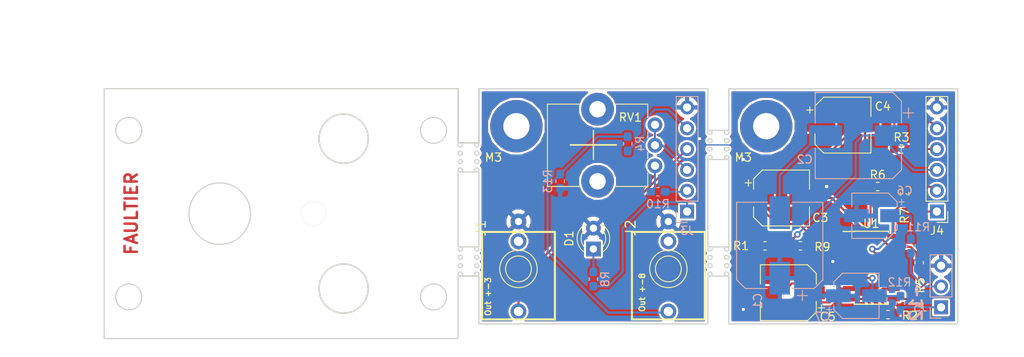
<source format=kicad_pcb>
(kicad_pcb (version 20171130) (host pcbnew "(5.0.1-3-g963ef8bb5)")

  (general
    (thickness 1.6)
    (drawings 78)
    (tracks 177)
    (zones 0)
    (modules 30)
    (nets 26)
  )

  (page A4)
  (layers
    (0 F.Cu signal hide)
    (31 B.Cu signal hide)
    (32 B.Adhes user)
    (33 F.Adhes user)
    (34 B.Paste user)
    (35 F.Paste user)
    (36 B.SilkS user)
    (37 F.SilkS user)
    (38 B.Mask user)
    (39 F.Mask user)
    (40 Dwgs.User user)
    (41 Cmts.User user)
    (42 Eco1.User user)
    (43 Eco2.User user)
    (44 Edge.Cuts user)
    (45 Margin user)
    (46 B.CrtYd user)
    (47 F.CrtYd user)
    (48 B.Fab user)
    (49 F.Fab user)
  )

  (setup
    (last_trace_width 0.254)
    (trace_clearance 0.254)
    (zone_clearance 0.254)
    (zone_45_only no)
    (trace_min 0.1524)
    (segment_width 0.2)
    (edge_width 0.15)
    (via_size 0.762)
    (via_drill 0.381)
    (via_min_size 0.6858)
    (via_min_drill 0.3302)
    (uvia_size 0.762)
    (uvia_drill 0.381)
    (uvias_allowed no)
    (uvia_min_size 0.6858)
    (uvia_min_drill 0.3302)
    (pcb_text_width 0.3)
    (pcb_text_size 1.5 1.5)
    (mod_edge_width 0.15)
    (mod_text_size 1 1)
    (mod_text_width 0.15)
    (pad_size 6.4 6.4)
    (pad_drill 3.2)
    (pad_to_mask_clearance 0.0508)
    (solder_mask_min_width 0.25)
    (aux_axis_origin 0 0)
    (visible_elements FFFFFF7F)
    (pcbplotparams
      (layerselection 0x010fc_ffffffff)
      (usegerberextensions false)
      (usegerberattributes false)
      (usegerberadvancedattributes false)
      (creategerberjobfile false)
      (excludeedgelayer true)
      (linewidth 0.100000)
      (plotframeref false)
      (viasonmask false)
      (mode 1)
      (useauxorigin false)
      (hpglpennumber 1)
      (hpglpenspeed 20)
      (hpglpendiameter 15.000000)
      (psnegative false)
      (psa4output false)
      (plotreference true)
      (plotvalue true)
      (plotinvisibletext false)
      (padsonsilk false)
      (subtractmaskfromsilk false)
      (outputformat 1)
      (mirror false)
      (drillshape 1)
      (scaleselection 1)
      (outputdirectory ""))
  )

  (net 0 "")
  (net 1 "Net-(C1-Pad2)")
  (net 2 "Net-(C3-Pad1)")
  (net 3 "Net-(C5-Pad2)")
  (net 4 "Net-(C6-Pad1)")
  (net 5 GND)
  (net 6 "Net-(C7-Pad2)")
  (net 7 "Net-(D1-Pad1)")
  (net 8 -12V)
  (net 9 +12V)
  (net 10 "Net-(R2-Pad1)")
  (net 11 "Net-(R5-Pad2)")
  (net 12 Pot1)
  (net 13 Pot2)
  (net 14 Out2)
  (net 15 "Net-(J3-Pad1)")
  (net 16 "Net-(J3-Pad2)")
  (net 17 "Net-(J3-Pad3)")
  (net 18 LED)
  (net 19 Out1)
  (net 20 "Net-(J3-Pad5)")
  (net 21 "Net-(R10-Pad2)")
  (net 22 "Net-(J1-Pad1)")
  (net 23 "Net-(J2-Pad1)")
  (net 24 "Net-(J1-Pad3)")
  (net 25 "Net-(J2-Pad3)")

  (net_class Default "This is the default net class."
    (clearance 0.254)
    (trace_width 0.254)
    (via_dia 0.762)
    (via_drill 0.381)
    (uvia_dia 0.762)
    (uvia_drill 0.381)
    (add_net +12V)
    (add_net -12V)
    (add_net GND)
    (add_net LED)
    (add_net "Net-(C1-Pad2)")
    (add_net "Net-(C3-Pad1)")
    (add_net "Net-(C5-Pad2)")
    (add_net "Net-(C6-Pad1)")
    (add_net "Net-(C7-Pad2)")
    (add_net "Net-(D1-Pad1)")
    (add_net "Net-(J1-Pad1)")
    (add_net "Net-(J1-Pad3)")
    (add_net "Net-(J2-Pad1)")
    (add_net "Net-(J2-Pad3)")
    (add_net "Net-(J3-Pad1)")
    (add_net "Net-(J3-Pad2)")
    (add_net "Net-(J3-Pad3)")
    (add_net "Net-(J3-Pad5)")
    (add_net "Net-(R10-Pad2)")
    (add_net "Net-(R2-Pad1)")
    (add_net "Net-(R5-Pad2)")
    (add_net Out1)
    (add_net Out2)
    (add_net Pot1)
    (add_net Pot2)
  )

  (net_class Oshpark ""
    (clearance 0.2)
    (trace_width 0.1524)
    (via_dia 0.6858)
    (via_drill 0.3302)
    (uvia_dia 0.6858)
    (uvia_drill 0.3302)
  )

  (module MountingHole:MountingHole_3.2mm_M3_Pad (layer F.Cu) (tedit 5BDB2D80) (tstamp 5BE4EC2B)
    (at 111.252 80.772)
    (descr "Mounting Hole 3.2mm, M3")
    (tags "mounting hole 3.2mm m3")
    (attr virtual)
    (fp_text reference M3 (at -2.794 3.81) (layer F.SilkS)
      (effects (font (size 1 1) (thickness 0.15)))
    )
    (fp_text value MountingHole_3.2mm_M3_Pad (at -0.254 -7.874) (layer F.Fab)
      (effects (font (size 1 1) (thickness 0.15)))
    )
    (fp_text user %R (at 0.3 0) (layer F.Fab)
      (effects (font (size 1 1) (thickness 0.15)))
    )
    (fp_circle (center 0 0) (end 3.2 0) (layer Cmts.User) (width 0.15))
    (fp_circle (center 0 0) (end 3.45 0) (layer F.CrtYd) (width 0.05))
    (pad 1 thru_hole circle (at 0 0) (size 6.4 6.4) (drill 3.2) (layers *.Cu *.Mask))
  )

  (module Capacitor_SMD:CP_Elec_10x10 (layer B.Cu) (tedit 5A841F9D) (tstamp 5BE416B2)
    (at 112.903 95.314 90)
    (descr "SMT capacitor, aluminium electrolytic, 10x10, Nichicon ")
    (tags "Capacitor Electrolytic")
    (path /5BE0F035)
    (attr smd)
    (fp_text reference C1 (at -6.794 -2.667 90) (layer B.SilkS)
      (effects (font (size 1 1) (thickness 0.15)) (justify mirror))
    )
    (fp_text value 1000uF (at 0 -3 90) (layer B.Fab)
      (effects (font (size 1 1) (thickness 0.15)) (justify mirror))
    )
    (fp_circle (center 0 0) (end 5 0) (layer B.Fab) (width 0.1))
    (fp_line (start 5.15 5.15) (end 5.15 -5.15) (layer B.Fab) (width 0.1))
    (fp_line (start -4.15 5.15) (end 5.15 5.15) (layer B.Fab) (width 0.1))
    (fp_line (start -4.15 -5.15) (end 5.15 -5.15) (layer B.Fab) (width 0.1))
    (fp_line (start -5.15 4.15) (end -5.15 -4.15) (layer B.Fab) (width 0.1))
    (fp_line (start -5.15 4.15) (end -4.15 5.15) (layer B.Fab) (width 0.1))
    (fp_line (start -5.15 -4.15) (end -4.15 -5.15) (layer B.Fab) (width 0.1))
    (fp_line (start -4.558325 1.7) (end -3.558325 1.7) (layer B.Fab) (width 0.1))
    (fp_line (start -4.058325 2.2) (end -4.058325 1.2) (layer B.Fab) (width 0.1))
    (fp_line (start 5.26 -5.26) (end 5.26 -1.51) (layer B.SilkS) (width 0.12))
    (fp_line (start 5.26 5.26) (end 5.26 1.51) (layer B.SilkS) (width 0.12))
    (fp_line (start -4.195563 5.26) (end 5.26 5.26) (layer B.SilkS) (width 0.12))
    (fp_line (start -4.195563 -5.26) (end 5.26 -5.26) (layer B.SilkS) (width 0.12))
    (fp_line (start -5.26 -4.195563) (end -5.26 -1.51) (layer B.SilkS) (width 0.12))
    (fp_line (start -5.26 4.195563) (end -5.26 1.51) (layer B.SilkS) (width 0.12))
    (fp_line (start -5.26 4.195563) (end -4.195563 5.26) (layer B.SilkS) (width 0.12))
    (fp_line (start -5.26 -4.195563) (end -4.195563 -5.26) (layer B.SilkS) (width 0.12))
    (fp_line (start -6.75 2.76) (end -5.5 2.76) (layer B.SilkS) (width 0.12))
    (fp_line (start -6.125 3.385) (end -6.125 2.135) (layer B.SilkS) (width 0.12))
    (fp_line (start 5.4 5.4) (end 5.4 1.5) (layer B.CrtYd) (width 0.05))
    (fp_line (start 5.4 1.5) (end 6.25 1.5) (layer B.CrtYd) (width 0.05))
    (fp_line (start 6.25 1.5) (end 6.25 -1.5) (layer B.CrtYd) (width 0.05))
    (fp_line (start 6.25 -1.5) (end 5.4 -1.5) (layer B.CrtYd) (width 0.05))
    (fp_line (start 5.4 -1.5) (end 5.4 -5.4) (layer B.CrtYd) (width 0.05))
    (fp_line (start -4.25 -5.4) (end 5.4 -5.4) (layer B.CrtYd) (width 0.05))
    (fp_line (start -4.25 5.4) (end 5.4 5.4) (layer B.CrtYd) (width 0.05))
    (fp_line (start -5.4 -4.25) (end -4.25 -5.4) (layer B.CrtYd) (width 0.05))
    (fp_line (start -5.4 4.25) (end -4.25 5.4) (layer B.CrtYd) (width 0.05))
    (fp_line (start -5.4 4.25) (end -5.4 1.5) (layer B.CrtYd) (width 0.05))
    (fp_line (start -5.4 -1.5) (end -5.4 -4.25) (layer B.CrtYd) (width 0.05))
    (fp_line (start -5.4 1.5) (end -6.25 1.5) (layer B.CrtYd) (width 0.05))
    (fp_line (start -6.25 1.5) (end -6.25 -1.5) (layer B.CrtYd) (width 0.05))
    (fp_line (start -6.25 -1.5) (end -5.4 -1.5) (layer B.CrtYd) (width 0.05))
    (fp_text user %R (at 0 0 90) (layer B.Fab)
      (effects (font (size 1 1) (thickness 0.15)) (justify mirror))
    )
    (pad 1 smd rect (at -4 0 90) (size 4 2.5) (layers B.Cu B.Paste B.Mask)
      (net 5 GND))
    (pad 2 smd rect (at 4 0 90) (size 4 2.5) (layers B.Cu B.Paste B.Mask)
      (net 1 "Net-(C1-Pad2)"))
    (model ${KISYS3DMOD}/Capacitor_SMD.3dshapes/CP_Elec_10x10.wrl
      (at (xyz 0 0 0))
      (scale (xyz 1 1 1))
      (rotate (xyz 0 0 0))
    )
  )

  (module Capacitor_SMD:CP_Elec_10x10 (layer B.Cu) (tedit 5A841F9D) (tstamp 5BE416DA)
    (at 122.492 81.915 180)
    (descr "SMT capacitor, aluminium electrolytic, 10x10, Nichicon ")
    (tags "Capacitor Electrolytic")
    (path /5BE0F08D)
    (attr smd)
    (fp_text reference C2 (at 6.541 -2.921 180) (layer B.SilkS)
      (effects (font (size 1 1) (thickness 0.15)) (justify mirror))
    )
    (fp_text value 1000uF (at 0 -3) (layer B.Fab)
      (effects (font (size 1 1) (thickness 0.15)) (justify mirror))
    )
    (fp_text user %R (at 0 0 180) (layer B.Fab)
      (effects (font (size 1 1) (thickness 0.15)) (justify mirror))
    )
    (fp_line (start -6.25 -1.5) (end -5.4 -1.5) (layer B.CrtYd) (width 0.05))
    (fp_line (start -6.25 1.5) (end -6.25 -1.5) (layer B.CrtYd) (width 0.05))
    (fp_line (start -5.4 1.5) (end -6.25 1.5) (layer B.CrtYd) (width 0.05))
    (fp_line (start -5.4 -1.5) (end -5.4 -4.25) (layer B.CrtYd) (width 0.05))
    (fp_line (start -5.4 4.25) (end -5.4 1.5) (layer B.CrtYd) (width 0.05))
    (fp_line (start -5.4 4.25) (end -4.25 5.4) (layer B.CrtYd) (width 0.05))
    (fp_line (start -5.4 -4.25) (end -4.25 -5.4) (layer B.CrtYd) (width 0.05))
    (fp_line (start -4.25 5.4) (end 5.4 5.4) (layer B.CrtYd) (width 0.05))
    (fp_line (start -4.25 -5.4) (end 5.4 -5.4) (layer B.CrtYd) (width 0.05))
    (fp_line (start 5.4 -1.5) (end 5.4 -5.4) (layer B.CrtYd) (width 0.05))
    (fp_line (start 6.25 -1.5) (end 5.4 -1.5) (layer B.CrtYd) (width 0.05))
    (fp_line (start 6.25 1.5) (end 6.25 -1.5) (layer B.CrtYd) (width 0.05))
    (fp_line (start 5.4 1.5) (end 6.25 1.5) (layer B.CrtYd) (width 0.05))
    (fp_line (start 5.4 5.4) (end 5.4 1.5) (layer B.CrtYd) (width 0.05))
    (fp_line (start -6.125 3.385) (end -6.125 2.135) (layer B.SilkS) (width 0.12))
    (fp_line (start -6.75 2.76) (end -5.5 2.76) (layer B.SilkS) (width 0.12))
    (fp_line (start -5.26 -4.195563) (end -4.195563 -5.26) (layer B.SilkS) (width 0.12))
    (fp_line (start -5.26 4.195563) (end -4.195563 5.26) (layer B.SilkS) (width 0.12))
    (fp_line (start -5.26 4.195563) (end -5.26 1.51) (layer B.SilkS) (width 0.12))
    (fp_line (start -5.26 -4.195563) (end -5.26 -1.51) (layer B.SilkS) (width 0.12))
    (fp_line (start -4.195563 -5.26) (end 5.26 -5.26) (layer B.SilkS) (width 0.12))
    (fp_line (start -4.195563 5.26) (end 5.26 5.26) (layer B.SilkS) (width 0.12))
    (fp_line (start 5.26 5.26) (end 5.26 1.51) (layer B.SilkS) (width 0.12))
    (fp_line (start 5.26 -5.26) (end 5.26 -1.51) (layer B.SilkS) (width 0.12))
    (fp_line (start -4.058325 2.2) (end -4.058325 1.2) (layer B.Fab) (width 0.1))
    (fp_line (start -4.558325 1.7) (end -3.558325 1.7) (layer B.Fab) (width 0.1))
    (fp_line (start -5.15 -4.15) (end -4.15 -5.15) (layer B.Fab) (width 0.1))
    (fp_line (start -5.15 4.15) (end -4.15 5.15) (layer B.Fab) (width 0.1))
    (fp_line (start -5.15 4.15) (end -5.15 -4.15) (layer B.Fab) (width 0.1))
    (fp_line (start -4.15 -5.15) (end 5.15 -5.15) (layer B.Fab) (width 0.1))
    (fp_line (start -4.15 5.15) (end 5.15 5.15) (layer B.Fab) (width 0.1))
    (fp_line (start 5.15 5.15) (end 5.15 -5.15) (layer B.Fab) (width 0.1))
    (fp_circle (center 0 0) (end 5 0) (layer B.Fab) (width 0.1))
    (pad 2 smd rect (at 4 0 180) (size 4 2.5) (layers B.Cu B.Paste B.Mask)
      (net 1 "Net-(C1-Pad2)"))
    (pad 1 smd rect (at -4 0 180) (size 4 2.5) (layers B.Cu B.Paste B.Mask)
      (net 12 Pot1))
    (model ${KISYS3DMOD}/Capacitor_SMD.3dshapes/CP_Elec_10x10.wrl
      (at (xyz 0 0 0))
      (scale (xyz 1 1 1))
      (rotate (xyz 0 0 0))
    )
  )

  (module Capacitor_SMD:CP_Elec_6.3x5.4_Nichicon (layer F.Cu) (tedit 5A841F9D) (tstamp 5BE41702)
    (at 113.124 89.535)
    (descr "SMT capacitor, aluminium electrolytic, 6.3x5.4, Nichicon ")
    (tags "Capacitor Electrolytic")
    (path /5BE089D3)
    (attr smd)
    (fp_text reference C3 (at 4.732 2.413) (layer F.SilkS)
      (effects (font (size 1 1) (thickness 0.15)))
    )
    (fp_text value "10uF BP" (at 0 4.35) (layer F.Fab)
      (effects (font (size 1 1) (thickness 0.15)))
    )
    (fp_circle (center 0 0) (end 3.15 0) (layer F.Fab) (width 0.1))
    (fp_line (start 3.3 -3.3) (end 3.3 3.3) (layer F.Fab) (width 0.1))
    (fp_line (start -2.3 -3.3) (end 3.3 -3.3) (layer F.Fab) (width 0.1))
    (fp_line (start -2.3 3.3) (end 3.3 3.3) (layer F.Fab) (width 0.1))
    (fp_line (start -3.3 -2.3) (end -3.3 2.3) (layer F.Fab) (width 0.1))
    (fp_line (start -3.3 -2.3) (end -2.3 -3.3) (layer F.Fab) (width 0.1))
    (fp_line (start -3.3 2.3) (end -2.3 3.3) (layer F.Fab) (width 0.1))
    (fp_line (start -2.704838 -1.33) (end -2.074838 -1.33) (layer F.Fab) (width 0.1))
    (fp_line (start -2.389838 -1.645) (end -2.389838 -1.015) (layer F.Fab) (width 0.1))
    (fp_line (start 3.41 3.41) (end 3.41 1.06) (layer F.SilkS) (width 0.12))
    (fp_line (start 3.41 -3.41) (end 3.41 -1.06) (layer F.SilkS) (width 0.12))
    (fp_line (start -2.345563 -3.41) (end 3.41 -3.41) (layer F.SilkS) (width 0.12))
    (fp_line (start -2.345563 3.41) (end 3.41 3.41) (layer F.SilkS) (width 0.12))
    (fp_line (start -3.41 2.345563) (end -3.41 1.06) (layer F.SilkS) (width 0.12))
    (fp_line (start -3.41 -2.345563) (end -3.41 -1.06) (layer F.SilkS) (width 0.12))
    (fp_line (start -3.41 -2.345563) (end -2.345563 -3.41) (layer F.SilkS) (width 0.12))
    (fp_line (start -3.41 2.345563) (end -2.345563 3.41) (layer F.SilkS) (width 0.12))
    (fp_line (start -4.4375 -1.8475) (end -3.65 -1.8475) (layer F.SilkS) (width 0.12))
    (fp_line (start -4.04375 -2.24125) (end -4.04375 -1.45375) (layer F.SilkS) (width 0.12))
    (fp_line (start 3.55 -3.55) (end 3.55 -1.05) (layer F.CrtYd) (width 0.05))
    (fp_line (start 3.55 -1.05) (end 4.7 -1.05) (layer F.CrtYd) (width 0.05))
    (fp_line (start 4.7 -1.05) (end 4.7 1.05) (layer F.CrtYd) (width 0.05))
    (fp_line (start 4.7 1.05) (end 3.55 1.05) (layer F.CrtYd) (width 0.05))
    (fp_line (start 3.55 1.05) (end 3.55 3.55) (layer F.CrtYd) (width 0.05))
    (fp_line (start -2.4 3.55) (end 3.55 3.55) (layer F.CrtYd) (width 0.05))
    (fp_line (start -2.4 -3.55) (end 3.55 -3.55) (layer F.CrtYd) (width 0.05))
    (fp_line (start -3.55 2.4) (end -2.4 3.55) (layer F.CrtYd) (width 0.05))
    (fp_line (start -3.55 -2.4) (end -2.4 -3.55) (layer F.CrtYd) (width 0.05))
    (fp_line (start -3.55 -2.4) (end -3.55 -1.05) (layer F.CrtYd) (width 0.05))
    (fp_line (start -3.55 1.05) (end -3.55 2.4) (layer F.CrtYd) (width 0.05))
    (fp_line (start -3.55 -1.05) (end -4.7 -1.05) (layer F.CrtYd) (width 0.05))
    (fp_line (start -4.7 -1.05) (end -4.7 1.05) (layer F.CrtYd) (width 0.05))
    (fp_line (start -4.7 1.05) (end -3.55 1.05) (layer F.CrtYd) (width 0.05))
    (fp_text user %R (at 0 0) (layer F.Fab)
      (effects (font (size 1 1) (thickness 0.15)))
    )
    (pad 1 smd rect (at -2.7 0) (size 3.5 1.6) (layers F.Cu F.Paste F.Mask)
      (net 2 "Net-(C3-Pad1)"))
    (pad 2 smd rect (at 2.7 0) (size 3.5 1.6) (layers F.Cu F.Paste F.Mask)
      (net 13 Pot2))
    (model ${KISYS3DMOD}/Capacitor_SMD.3dshapes/CP_Elec_6.3x5.4_Nichicon.wrl
      (at (xyz 0 0 0))
      (scale (xyz 1 1 1))
      (rotate (xyz 0 0 0))
    )
  )

  (module Capacitor_SMD:CP_Elec_6.3x5.4_Nichicon (layer F.Cu) (tedit 5A841F9D) (tstamp 5BE4172A)
    (at 120.617 80.645)
    (descr "SMT capacitor, aluminium electrolytic, 6.3x5.4, Nichicon ")
    (tags "Capacitor Electrolytic")
    (path /5BE08A19)
    (attr smd)
    (fp_text reference C4 (at 4.859 -2.286) (layer F.SilkS)
      (effects (font (size 1 1) (thickness 0.15)))
    )
    (fp_text value "10uF BP" (at 0 4.35) (layer F.Fab)
      (effects (font (size 1 1) (thickness 0.15)))
    )
    (fp_text user %R (at 0 0) (layer F.Fab)
      (effects (font (size 1 1) (thickness 0.15)))
    )
    (fp_line (start -4.7 1.05) (end -3.55 1.05) (layer F.CrtYd) (width 0.05))
    (fp_line (start -4.7 -1.05) (end -4.7 1.05) (layer F.CrtYd) (width 0.05))
    (fp_line (start -3.55 -1.05) (end -4.7 -1.05) (layer F.CrtYd) (width 0.05))
    (fp_line (start -3.55 1.05) (end -3.55 2.4) (layer F.CrtYd) (width 0.05))
    (fp_line (start -3.55 -2.4) (end -3.55 -1.05) (layer F.CrtYd) (width 0.05))
    (fp_line (start -3.55 -2.4) (end -2.4 -3.55) (layer F.CrtYd) (width 0.05))
    (fp_line (start -3.55 2.4) (end -2.4 3.55) (layer F.CrtYd) (width 0.05))
    (fp_line (start -2.4 -3.55) (end 3.55 -3.55) (layer F.CrtYd) (width 0.05))
    (fp_line (start -2.4 3.55) (end 3.55 3.55) (layer F.CrtYd) (width 0.05))
    (fp_line (start 3.55 1.05) (end 3.55 3.55) (layer F.CrtYd) (width 0.05))
    (fp_line (start 4.7 1.05) (end 3.55 1.05) (layer F.CrtYd) (width 0.05))
    (fp_line (start 4.7 -1.05) (end 4.7 1.05) (layer F.CrtYd) (width 0.05))
    (fp_line (start 3.55 -1.05) (end 4.7 -1.05) (layer F.CrtYd) (width 0.05))
    (fp_line (start 3.55 -3.55) (end 3.55 -1.05) (layer F.CrtYd) (width 0.05))
    (fp_line (start -4.04375 -2.24125) (end -4.04375 -1.45375) (layer F.SilkS) (width 0.12))
    (fp_line (start -4.4375 -1.8475) (end -3.65 -1.8475) (layer F.SilkS) (width 0.12))
    (fp_line (start -3.41 2.345563) (end -2.345563 3.41) (layer F.SilkS) (width 0.12))
    (fp_line (start -3.41 -2.345563) (end -2.345563 -3.41) (layer F.SilkS) (width 0.12))
    (fp_line (start -3.41 -2.345563) (end -3.41 -1.06) (layer F.SilkS) (width 0.12))
    (fp_line (start -3.41 2.345563) (end -3.41 1.06) (layer F.SilkS) (width 0.12))
    (fp_line (start -2.345563 3.41) (end 3.41 3.41) (layer F.SilkS) (width 0.12))
    (fp_line (start -2.345563 -3.41) (end 3.41 -3.41) (layer F.SilkS) (width 0.12))
    (fp_line (start 3.41 -3.41) (end 3.41 -1.06) (layer F.SilkS) (width 0.12))
    (fp_line (start 3.41 3.41) (end 3.41 1.06) (layer F.SilkS) (width 0.12))
    (fp_line (start -2.389838 -1.645) (end -2.389838 -1.015) (layer F.Fab) (width 0.1))
    (fp_line (start -2.704838 -1.33) (end -2.074838 -1.33) (layer F.Fab) (width 0.1))
    (fp_line (start -3.3 2.3) (end -2.3 3.3) (layer F.Fab) (width 0.1))
    (fp_line (start -3.3 -2.3) (end -2.3 -3.3) (layer F.Fab) (width 0.1))
    (fp_line (start -3.3 -2.3) (end -3.3 2.3) (layer F.Fab) (width 0.1))
    (fp_line (start -2.3 3.3) (end 3.3 3.3) (layer F.Fab) (width 0.1))
    (fp_line (start -2.3 -3.3) (end 3.3 -3.3) (layer F.Fab) (width 0.1))
    (fp_line (start 3.3 -3.3) (end 3.3 3.3) (layer F.Fab) (width 0.1))
    (fp_circle (center 0 0) (end 3.15 0) (layer F.Fab) (width 0.1))
    (pad 2 smd rect (at 2.7 0) (size 3.5 1.6) (layers F.Cu F.Paste F.Mask)
      (net 13 Pot2))
    (pad 1 smd rect (at -2.7 0) (size 3.5 1.6) (layers F.Cu F.Paste F.Mask)
      (net 2 "Net-(C3-Pad1)"))
    (model ${KISYS3DMOD}/Capacitor_SMD.3dshapes/CP_Elec_6.3x5.4_Nichicon.wrl
      (at (xyz 0 0 0))
      (scale (xyz 1 1 1))
      (rotate (xyz 0 0 0))
    )
  )

  (module Capacitor_SMD:CP_Elec_6.3x5.4_Nichicon (layer F.Cu) (tedit 5A841F9D) (tstamp 5BE41752)
    (at 113.952 101.092 180)
    (descr "SMT capacitor, aluminium electrolytic, 6.3x5.4, Nichicon ")
    (tags "Capacitor Electrolytic")
    (path /5BE08A5D)
    (attr smd)
    (fp_text reference C5 (at -4.793 -2.921 180) (layer F.SilkS)
      (effects (font (size 1 1) (thickness 0.15)))
    )
    (fp_text value "10uF BP" (at 0 4.35 180) (layer F.Fab)
      (effects (font (size 1 1) (thickness 0.15)))
    )
    (fp_text user %R (at 0 0 180) (layer F.Fab)
      (effects (font (size 1 1) (thickness 0.15)))
    )
    (fp_line (start -4.7 1.05) (end -3.55 1.05) (layer F.CrtYd) (width 0.05))
    (fp_line (start -4.7 -1.05) (end -4.7 1.05) (layer F.CrtYd) (width 0.05))
    (fp_line (start -3.55 -1.05) (end -4.7 -1.05) (layer F.CrtYd) (width 0.05))
    (fp_line (start -3.55 1.05) (end -3.55 2.4) (layer F.CrtYd) (width 0.05))
    (fp_line (start -3.55 -2.4) (end -3.55 -1.05) (layer F.CrtYd) (width 0.05))
    (fp_line (start -3.55 -2.4) (end -2.4 -3.55) (layer F.CrtYd) (width 0.05))
    (fp_line (start -3.55 2.4) (end -2.4 3.55) (layer F.CrtYd) (width 0.05))
    (fp_line (start -2.4 -3.55) (end 3.55 -3.55) (layer F.CrtYd) (width 0.05))
    (fp_line (start -2.4 3.55) (end 3.55 3.55) (layer F.CrtYd) (width 0.05))
    (fp_line (start 3.55 1.05) (end 3.55 3.55) (layer F.CrtYd) (width 0.05))
    (fp_line (start 4.7 1.05) (end 3.55 1.05) (layer F.CrtYd) (width 0.05))
    (fp_line (start 4.7 -1.05) (end 4.7 1.05) (layer F.CrtYd) (width 0.05))
    (fp_line (start 3.55 -1.05) (end 4.7 -1.05) (layer F.CrtYd) (width 0.05))
    (fp_line (start 3.55 -3.55) (end 3.55 -1.05) (layer F.CrtYd) (width 0.05))
    (fp_line (start -4.04375 -2.24125) (end -4.04375 -1.45375) (layer F.SilkS) (width 0.12))
    (fp_line (start -4.4375 -1.8475) (end -3.65 -1.8475) (layer F.SilkS) (width 0.12))
    (fp_line (start -3.41 2.345563) (end -2.345563 3.41) (layer F.SilkS) (width 0.12))
    (fp_line (start -3.41 -2.345563) (end -2.345563 -3.41) (layer F.SilkS) (width 0.12))
    (fp_line (start -3.41 -2.345563) (end -3.41 -1.06) (layer F.SilkS) (width 0.12))
    (fp_line (start -3.41 2.345563) (end -3.41 1.06) (layer F.SilkS) (width 0.12))
    (fp_line (start -2.345563 3.41) (end 3.41 3.41) (layer F.SilkS) (width 0.12))
    (fp_line (start -2.345563 -3.41) (end 3.41 -3.41) (layer F.SilkS) (width 0.12))
    (fp_line (start 3.41 -3.41) (end 3.41 -1.06) (layer F.SilkS) (width 0.12))
    (fp_line (start 3.41 3.41) (end 3.41 1.06) (layer F.SilkS) (width 0.12))
    (fp_line (start -2.389838 -1.645) (end -2.389838 -1.015) (layer F.Fab) (width 0.1))
    (fp_line (start -2.704838 -1.33) (end -2.074838 -1.33) (layer F.Fab) (width 0.1))
    (fp_line (start -3.3 2.3) (end -2.3 3.3) (layer F.Fab) (width 0.1))
    (fp_line (start -3.3 -2.3) (end -2.3 -3.3) (layer F.Fab) (width 0.1))
    (fp_line (start -3.3 -2.3) (end -3.3 2.3) (layer F.Fab) (width 0.1))
    (fp_line (start -2.3 3.3) (end 3.3 3.3) (layer F.Fab) (width 0.1))
    (fp_line (start -2.3 -3.3) (end 3.3 -3.3) (layer F.Fab) (width 0.1))
    (fp_line (start 3.3 -3.3) (end 3.3 3.3) (layer F.Fab) (width 0.1))
    (fp_circle (center 0 0) (end 3.15 0) (layer F.Fab) (width 0.1))
    (pad 2 smd rect (at 2.7 0 180) (size 3.5 1.6) (layers F.Cu F.Paste F.Mask)
      (net 3 "Net-(C5-Pad2)"))
    (pad 1 smd rect (at -2.7 0 180) (size 3.5 1.6) (layers F.Cu F.Paste F.Mask)
      (net 14 Out2))
    (model ${KISYS3DMOD}/Capacitor_SMD.3dshapes/CP_Elec_6.3x5.4_Nichicon.wrl
      (at (xyz 0 0 0))
      (scale (xyz 1 1 1))
      (rotate (xyz 0 0 0))
    )
  )

  (module Capacitor_SMD:CP_Elec_5x4.5 (layer B.Cu) (tedit 5A841F9D) (tstamp 5BE4177A)
    (at 124.46 91.694 180)
    (descr "SMT capacitor, aluminium electrolytic, 5x4.5, Nichicon ")
    (tags "Capacitor Electrolytic")
    (path /5BE07A61)
    (attr smd)
    (fp_text reference C6 (at -3.683 3.048 180) (layer B.SilkS)
      (effects (font (size 1 1) (thickness 0.15)) (justify mirror))
    )
    (fp_text value 10uF (at 0 -3.7 180) (layer B.Fab)
      (effects (font (size 1 1) (thickness 0.15)) (justify mirror))
    )
    (fp_circle (center 0 0) (end 2.5 0) (layer B.Fab) (width 0.1))
    (fp_line (start 2.65 2.65) (end 2.65 -2.65) (layer B.Fab) (width 0.1))
    (fp_line (start -1.65 2.65) (end 2.65 2.65) (layer B.Fab) (width 0.1))
    (fp_line (start -1.65 -2.65) (end 2.65 -2.65) (layer B.Fab) (width 0.1))
    (fp_line (start -2.65 1.65) (end -2.65 -1.65) (layer B.Fab) (width 0.1))
    (fp_line (start -2.65 1.65) (end -1.65 2.65) (layer B.Fab) (width 0.1))
    (fp_line (start -2.65 -1.65) (end -1.65 -2.65) (layer B.Fab) (width 0.1))
    (fp_line (start -2.033956 1.2) (end -1.533956 1.2) (layer B.Fab) (width 0.1))
    (fp_line (start -1.783956 1.45) (end -1.783956 0.95) (layer B.Fab) (width 0.1))
    (fp_line (start 2.76 -2.76) (end 2.76 -1.06) (layer B.SilkS) (width 0.12))
    (fp_line (start 2.76 2.76) (end 2.76 1.06) (layer B.SilkS) (width 0.12))
    (fp_line (start -1.695563 2.76) (end 2.76 2.76) (layer B.SilkS) (width 0.12))
    (fp_line (start -1.695563 -2.76) (end 2.76 -2.76) (layer B.SilkS) (width 0.12))
    (fp_line (start -2.76 -1.695563) (end -2.76 -1.06) (layer B.SilkS) (width 0.12))
    (fp_line (start -2.76 1.695563) (end -2.76 1.06) (layer B.SilkS) (width 0.12))
    (fp_line (start -2.76 1.695563) (end -1.695563 2.76) (layer B.SilkS) (width 0.12))
    (fp_line (start -2.76 -1.695563) (end -1.695563 -2.76) (layer B.SilkS) (width 0.12))
    (fp_line (start -3.625 1.685) (end -3 1.685) (layer B.SilkS) (width 0.12))
    (fp_line (start -3.3125 1.9975) (end -3.3125 1.3725) (layer B.SilkS) (width 0.12))
    (fp_line (start 2.9 2.9) (end 2.9 1.05) (layer B.CrtYd) (width 0.05))
    (fp_line (start 2.9 1.05) (end 3.95 1.05) (layer B.CrtYd) (width 0.05))
    (fp_line (start 3.95 1.05) (end 3.95 -1.05) (layer B.CrtYd) (width 0.05))
    (fp_line (start 3.95 -1.05) (end 2.9 -1.05) (layer B.CrtYd) (width 0.05))
    (fp_line (start 2.9 -1.05) (end 2.9 -2.9) (layer B.CrtYd) (width 0.05))
    (fp_line (start -1.75 -2.9) (end 2.9 -2.9) (layer B.CrtYd) (width 0.05))
    (fp_line (start -1.75 2.9) (end 2.9 2.9) (layer B.CrtYd) (width 0.05))
    (fp_line (start -2.9 -1.75) (end -1.75 -2.9) (layer B.CrtYd) (width 0.05))
    (fp_line (start -2.9 1.75) (end -1.75 2.9) (layer B.CrtYd) (width 0.05))
    (fp_line (start -2.9 1.75) (end -2.9 1.05) (layer B.CrtYd) (width 0.05))
    (fp_line (start -2.9 -1.05) (end -2.9 -1.75) (layer B.CrtYd) (width 0.05))
    (fp_line (start -2.9 1.05) (end -3.95 1.05) (layer B.CrtYd) (width 0.05))
    (fp_line (start -3.95 1.05) (end -3.95 -1.05) (layer B.CrtYd) (width 0.05))
    (fp_line (start -3.95 -1.05) (end -2.9 -1.05) (layer B.CrtYd) (width 0.05))
    (fp_text user %R (at 0 0 180) (layer B.Fab)
      (effects (font (size 1 1) (thickness 0.15)) (justify mirror))
    )
    (pad 1 smd rect (at -2.2 0 180) (size 3 1.6) (layers B.Cu B.Paste B.Mask)
      (net 4 "Net-(C6-Pad1)"))
    (pad 2 smd rect (at 2.2 0 180) (size 3 1.6) (layers B.Cu B.Paste B.Mask)
      (net 5 GND))
    (model ${KISYS3DMOD}/Capacitor_SMD.3dshapes/CP_Elec_5x4.5.wrl
      (at (xyz 0 0 0))
      (scale (xyz 1 1 1))
      (rotate (xyz 0 0 0))
    )
  )

  (module Capacitor_SMD:CP_Elec_5x4.5 (layer B.Cu) (tedit 5A841F9D) (tstamp 5BE417A2)
    (at 122.26 101.473)
    (descr "SMT capacitor, aluminium electrolytic, 5x4.5, Nichicon ")
    (tags "Capacitor Electrolytic")
    (path /5BE08B0A)
    (attr smd)
    (fp_text reference C7 (at -4.15 2.54) (layer B.SilkS)
      (effects (font (size 1 1) (thickness 0.15)) (justify mirror))
    )
    (fp_text value 10uF (at 0 -3.7) (layer B.Fab)
      (effects (font (size 1 1) (thickness 0.15)) (justify mirror))
    )
    (fp_text user %R (at 0 0) (layer B.Fab)
      (effects (font (size 1 1) (thickness 0.15)) (justify mirror))
    )
    (fp_line (start -3.95 -1.05) (end -2.9 -1.05) (layer B.CrtYd) (width 0.05))
    (fp_line (start -3.95 1.05) (end -3.95 -1.05) (layer B.CrtYd) (width 0.05))
    (fp_line (start -2.9 1.05) (end -3.95 1.05) (layer B.CrtYd) (width 0.05))
    (fp_line (start -2.9 -1.05) (end -2.9 -1.75) (layer B.CrtYd) (width 0.05))
    (fp_line (start -2.9 1.75) (end -2.9 1.05) (layer B.CrtYd) (width 0.05))
    (fp_line (start -2.9 1.75) (end -1.75 2.9) (layer B.CrtYd) (width 0.05))
    (fp_line (start -2.9 -1.75) (end -1.75 -2.9) (layer B.CrtYd) (width 0.05))
    (fp_line (start -1.75 2.9) (end 2.9 2.9) (layer B.CrtYd) (width 0.05))
    (fp_line (start -1.75 -2.9) (end 2.9 -2.9) (layer B.CrtYd) (width 0.05))
    (fp_line (start 2.9 -1.05) (end 2.9 -2.9) (layer B.CrtYd) (width 0.05))
    (fp_line (start 3.95 -1.05) (end 2.9 -1.05) (layer B.CrtYd) (width 0.05))
    (fp_line (start 3.95 1.05) (end 3.95 -1.05) (layer B.CrtYd) (width 0.05))
    (fp_line (start 2.9 1.05) (end 3.95 1.05) (layer B.CrtYd) (width 0.05))
    (fp_line (start 2.9 2.9) (end 2.9 1.05) (layer B.CrtYd) (width 0.05))
    (fp_line (start -3.3125 1.9975) (end -3.3125 1.3725) (layer B.SilkS) (width 0.12))
    (fp_line (start -3.625 1.685) (end -3 1.685) (layer B.SilkS) (width 0.12))
    (fp_line (start -2.76 -1.695563) (end -1.695563 -2.76) (layer B.SilkS) (width 0.12))
    (fp_line (start -2.76 1.695563) (end -1.695563 2.76) (layer B.SilkS) (width 0.12))
    (fp_line (start -2.76 1.695563) (end -2.76 1.06) (layer B.SilkS) (width 0.12))
    (fp_line (start -2.76 -1.695563) (end -2.76 -1.06) (layer B.SilkS) (width 0.12))
    (fp_line (start -1.695563 -2.76) (end 2.76 -2.76) (layer B.SilkS) (width 0.12))
    (fp_line (start -1.695563 2.76) (end 2.76 2.76) (layer B.SilkS) (width 0.12))
    (fp_line (start 2.76 2.76) (end 2.76 1.06) (layer B.SilkS) (width 0.12))
    (fp_line (start 2.76 -2.76) (end 2.76 -1.06) (layer B.SilkS) (width 0.12))
    (fp_line (start -1.783956 1.45) (end -1.783956 0.95) (layer B.Fab) (width 0.1))
    (fp_line (start -2.033956 1.2) (end -1.533956 1.2) (layer B.Fab) (width 0.1))
    (fp_line (start -2.65 -1.65) (end -1.65 -2.65) (layer B.Fab) (width 0.1))
    (fp_line (start -2.65 1.65) (end -1.65 2.65) (layer B.Fab) (width 0.1))
    (fp_line (start -2.65 1.65) (end -2.65 -1.65) (layer B.Fab) (width 0.1))
    (fp_line (start -1.65 -2.65) (end 2.65 -2.65) (layer B.Fab) (width 0.1))
    (fp_line (start -1.65 2.65) (end 2.65 2.65) (layer B.Fab) (width 0.1))
    (fp_line (start 2.65 2.65) (end 2.65 -2.65) (layer B.Fab) (width 0.1))
    (fp_circle (center 0 0) (end 2.5 0) (layer B.Fab) (width 0.1))
    (pad 2 smd rect (at 2.2 0) (size 3 1.6) (layers B.Cu B.Paste B.Mask)
      (net 6 "Net-(C7-Pad2)"))
    (pad 1 smd rect (at -2.2 0) (size 3 1.6) (layers B.Cu B.Paste B.Mask)
      (net 5 GND))
    (model ${KISYS3DMOD}/Capacitor_SMD.3dshapes/CP_Elec_5x4.5.wrl
      (at (xyz 0 0 0))
      (scale (xyz 1 1 1))
      (rotate (xyz 0 0 0))
    )
  )

  (module LED_THT:LED_D3.0mm (layer F.Cu) (tedit 587A3A7B) (tstamp 5BE417B5)
    (at 90.17 95.758 90)
    (descr "LED, diameter 3.0mm, 2 pins")
    (tags "LED diameter 3.0mm 2 pins")
    (path /5BE07B95)
    (fp_text reference D1 (at 1.27 -2.96 90) (layer F.SilkS)
      (effects (font (size 1 1) (thickness 0.15)))
    )
    (fp_text value LED_Dual_2pin (at 1.27 2.96 90) (layer F.Fab)
      (effects (font (size 1 1) (thickness 0.15)))
    )
    (fp_arc (start 1.27 0) (end -0.23 -1.16619) (angle 284.3) (layer F.Fab) (width 0.1))
    (fp_arc (start 1.27 0) (end -0.29 -1.235516) (angle 108.8) (layer F.SilkS) (width 0.12))
    (fp_arc (start 1.27 0) (end -0.29 1.235516) (angle -108.8) (layer F.SilkS) (width 0.12))
    (fp_arc (start 1.27 0) (end 0.229039 -1.08) (angle 87.9) (layer F.SilkS) (width 0.12))
    (fp_arc (start 1.27 0) (end 0.229039 1.08) (angle -87.9) (layer F.SilkS) (width 0.12))
    (fp_circle (center 1.27 0) (end 2.77 0) (layer F.Fab) (width 0.1))
    (fp_line (start -0.23 -1.16619) (end -0.23 1.16619) (layer F.Fab) (width 0.1))
    (fp_line (start -0.29 -1.236) (end -0.29 -1.08) (layer F.SilkS) (width 0.12))
    (fp_line (start -0.29 1.08) (end -0.29 1.236) (layer F.SilkS) (width 0.12))
    (fp_line (start -1.15 -2.25) (end -1.15 2.25) (layer F.CrtYd) (width 0.05))
    (fp_line (start -1.15 2.25) (end 3.7 2.25) (layer F.CrtYd) (width 0.05))
    (fp_line (start 3.7 2.25) (end 3.7 -2.25) (layer F.CrtYd) (width 0.05))
    (fp_line (start 3.7 -2.25) (end -1.15 -2.25) (layer F.CrtYd) (width 0.05))
    (pad 1 thru_hole rect (at 0 0 90) (size 1.8 1.8) (drill 0.9) (layers *.Cu *.Mask)
      (net 7 "Net-(D1-Pad1)"))
    (pad 2 thru_hole circle (at 2.54 0 90) (size 1.8 1.8) (drill 0.9) (layers *.Cu *.Mask)
      (net 5 GND))
    (model ${KISYS3DMOD}/LED_THT.3dshapes/LED_D3.0mm.wrl
      (at (xyz 0 0 0))
      (scale (xyz 1 1 1))
      (rotate (xyz 0 0 0))
    )
  )

  (module Resistor_SMD:R_0603_1608Metric_Pad1.05x0.95mm_HandSolder (layer F.Cu) (tedit 5B301BBD) (tstamp 5BE4183A)
    (at 111.111 95.377)
    (descr "Resistor SMD 0603 (1608 Metric), square (rectangular) end terminal, IPC_7351 nominal with elongated pad for handsoldering. (Body size source: http://www.tortai-tech.com/upload/download/2011102023233369053.pdf), generated with kicad-footprint-generator")
    (tags "resistor handsolder")
    (path /5BE07894)
    (attr smd)
    (fp_text reference R1 (at -2.935 0) (layer F.SilkS)
      (effects (font (size 1 1) (thickness 0.15)))
    )
    (fp_text value 1m (at 0 1.43) (layer F.Fab)
      (effects (font (size 1 1) (thickness 0.15)))
    )
    (fp_line (start -0.8 0.4) (end -0.8 -0.4) (layer F.Fab) (width 0.1))
    (fp_line (start -0.8 -0.4) (end 0.8 -0.4) (layer F.Fab) (width 0.1))
    (fp_line (start 0.8 -0.4) (end 0.8 0.4) (layer F.Fab) (width 0.1))
    (fp_line (start 0.8 0.4) (end -0.8 0.4) (layer F.Fab) (width 0.1))
    (fp_line (start -0.171267 -0.51) (end 0.171267 -0.51) (layer F.SilkS) (width 0.12))
    (fp_line (start -0.171267 0.51) (end 0.171267 0.51) (layer F.SilkS) (width 0.12))
    (fp_line (start -1.65 0.73) (end -1.65 -0.73) (layer F.CrtYd) (width 0.05))
    (fp_line (start -1.65 -0.73) (end 1.65 -0.73) (layer F.CrtYd) (width 0.05))
    (fp_line (start 1.65 -0.73) (end 1.65 0.73) (layer F.CrtYd) (width 0.05))
    (fp_line (start 1.65 0.73) (end -1.65 0.73) (layer F.CrtYd) (width 0.05))
    (fp_text user %R (at 0 0) (layer F.Fab)
      (effects (font (size 0.4 0.4) (thickness 0.06)))
    )
    (pad 1 smd roundrect (at -0.875 0) (size 1.05 0.95) (layers F.Cu F.Paste F.Mask) (roundrect_rratio 0.25)
      (net 3 "Net-(C5-Pad2)"))
    (pad 2 smd roundrect (at 0.875 0) (size 1.05 0.95) (layers F.Cu F.Paste F.Mask) (roundrect_rratio 0.25)
      (net 12 Pot1))
    (model ${KISYS3DMOD}/Resistor_SMD.3dshapes/R_0603_1608Metric.wrl
      (at (xyz 0 0 0))
      (scale (xyz 1 1 1))
      (rotate (xyz 0 0 0))
    )
  )

  (module Resistor_SMD:R_0603_1608Metric_Pad1.05x0.95mm_HandSolder (layer F.Cu) (tedit 5B301BBD) (tstamp 5BE4184B)
    (at 126.111 103.759 180)
    (descr "Resistor SMD 0603 (1608 Metric), square (rectangular) end terminal, IPC_7351 nominal with elongated pad for handsoldering. (Body size source: http://www.tortai-tech.com/upload/download/2011102023233369053.pdf), generated with kicad-footprint-generator")
    (tags "resistor handsolder")
    (path /5BE081FA)
    (attr smd)
    (fp_text reference R2 (at -2.667 -0.127 180) (layer F.SilkS)
      (effects (font (size 1 1) (thickness 0.15)))
    )
    (fp_text value 680k (at 0 1.43 180) (layer F.Fab)
      (effects (font (size 1 1) (thickness 0.15)))
    )
    (fp_text user %R (at 0 0 180) (layer F.Fab)
      (effects (font (size 0.4 0.4) (thickness 0.06)))
    )
    (fp_line (start 1.65 0.73) (end -1.65 0.73) (layer F.CrtYd) (width 0.05))
    (fp_line (start 1.65 -0.73) (end 1.65 0.73) (layer F.CrtYd) (width 0.05))
    (fp_line (start -1.65 -0.73) (end 1.65 -0.73) (layer F.CrtYd) (width 0.05))
    (fp_line (start -1.65 0.73) (end -1.65 -0.73) (layer F.CrtYd) (width 0.05))
    (fp_line (start -0.171267 0.51) (end 0.171267 0.51) (layer F.SilkS) (width 0.12))
    (fp_line (start -0.171267 -0.51) (end 0.171267 -0.51) (layer F.SilkS) (width 0.12))
    (fp_line (start 0.8 0.4) (end -0.8 0.4) (layer F.Fab) (width 0.1))
    (fp_line (start 0.8 -0.4) (end 0.8 0.4) (layer F.Fab) (width 0.1))
    (fp_line (start -0.8 -0.4) (end 0.8 -0.4) (layer F.Fab) (width 0.1))
    (fp_line (start -0.8 0.4) (end -0.8 -0.4) (layer F.Fab) (width 0.1))
    (pad 2 smd roundrect (at 0.875 0 180) (size 1.05 0.95) (layers F.Cu F.Paste F.Mask) (roundrect_rratio 0.25)
      (net 14 Out2))
    (pad 1 smd roundrect (at -0.875 0 180) (size 1.05 0.95) (layers F.Cu F.Paste F.Mask) (roundrect_rratio 0.25)
      (net 10 "Net-(R2-Pad1)"))
    (model ${KISYS3DMOD}/Resistor_SMD.3dshapes/R_0603_1608Metric.wrl
      (at (xyz 0 0 0))
      (scale (xyz 1 1 1))
      (rotate (xyz 0 0 0))
    )
  )

  (module Resistor_SMD:R_0603_1608Metric_Pad1.05x0.95mm_HandSolder (layer F.Cu) (tedit 5B301BBD) (tstamp 5BE4185C)
    (at 127.762 83.566)
    (descr "Resistor SMD 0603 (1608 Metric), square (rectangular) end terminal, IPC_7351 nominal with elongated pad for handsoldering. (Body size source: http://www.tortai-tech.com/upload/download/2011102023233369053.pdf), generated with kicad-footprint-generator")
    (tags "resistor handsolder")
    (path /5BE08224)
    (attr smd)
    (fp_text reference R3 (at 0 -1.43) (layer F.SilkS)
      (effects (font (size 1 1) (thickness 0.15)))
    )
    (fp_text value 1k (at 0 1.43) (layer F.Fab)
      (effects (font (size 1 1) (thickness 0.15)))
    )
    (fp_line (start -0.8 0.4) (end -0.8 -0.4) (layer F.Fab) (width 0.1))
    (fp_line (start -0.8 -0.4) (end 0.8 -0.4) (layer F.Fab) (width 0.1))
    (fp_line (start 0.8 -0.4) (end 0.8 0.4) (layer F.Fab) (width 0.1))
    (fp_line (start 0.8 0.4) (end -0.8 0.4) (layer F.Fab) (width 0.1))
    (fp_line (start -0.171267 -0.51) (end 0.171267 -0.51) (layer F.SilkS) (width 0.12))
    (fp_line (start -0.171267 0.51) (end 0.171267 0.51) (layer F.SilkS) (width 0.12))
    (fp_line (start -1.65 0.73) (end -1.65 -0.73) (layer F.CrtYd) (width 0.05))
    (fp_line (start -1.65 -0.73) (end 1.65 -0.73) (layer F.CrtYd) (width 0.05))
    (fp_line (start 1.65 -0.73) (end 1.65 0.73) (layer F.CrtYd) (width 0.05))
    (fp_line (start 1.65 0.73) (end -1.65 0.73) (layer F.CrtYd) (width 0.05))
    (fp_text user %R (at 0 0) (layer F.Fab)
      (effects (font (size 0.4 0.4) (thickness 0.06)))
    )
    (pad 1 smd roundrect (at -0.875 0) (size 1.05 0.95) (layers F.Cu F.Paste F.Mask) (roundrect_rratio 0.25)
      (net 2 "Net-(C3-Pad1)"))
    (pad 2 smd roundrect (at 0.875 0) (size 1.05 0.95) (layers F.Cu F.Paste F.Mask) (roundrect_rratio 0.25)
      (net 19 Out1))
    (model ${KISYS3DMOD}/Resistor_SMD.3dshapes/R_0603_1608Metric.wrl
      (at (xyz 0 0 0))
      (scale (xyz 1 1 1))
      (rotate (xyz 0 0 0))
    )
  )

  (module Resistor_SMD:R_0603_1608Metric_Pad1.05x0.95mm_HandSolder (layer B.Cu) (tedit 5B301BBD) (tstamp 5BE4186D)
    (at 94.361 82.917 270)
    (descr "Resistor SMD 0603 (1608 Metric), square (rectangular) end terminal, IPC_7351 nominal with elongated pad for handsoldering. (Body size source: http://www.tortai-tech.com/upload/download/2011102023233369053.pdf), generated with kicad-footprint-generator")
    (tags "resistor handsolder")
    (path /5BE0824D)
    (attr smd)
    (fp_text reference R4 (at 0 -1.5 270) (layer B.SilkS)
      (effects (font (size 1 1) (thickness 0.15)) (justify mirror))
    )
    (fp_text value 4k7 (at 3.375 0 270) (layer B.Fab)
      (effects (font (size 1 1) (thickness 0.15)) (justify mirror))
    )
    (fp_text user %R (at 0 0 270) (layer B.Fab)
      (effects (font (size 0.4 0.4) (thickness 0.06)) (justify mirror))
    )
    (fp_line (start 1.65 -0.73) (end -1.65 -0.73) (layer B.CrtYd) (width 0.05))
    (fp_line (start 1.65 0.73) (end 1.65 -0.73) (layer B.CrtYd) (width 0.05))
    (fp_line (start -1.65 0.73) (end 1.65 0.73) (layer B.CrtYd) (width 0.05))
    (fp_line (start -1.65 -0.73) (end -1.65 0.73) (layer B.CrtYd) (width 0.05))
    (fp_line (start -0.171267 -0.51) (end 0.171267 -0.51) (layer B.SilkS) (width 0.12))
    (fp_line (start -0.171267 0.51) (end 0.171267 0.51) (layer B.SilkS) (width 0.12))
    (fp_line (start 0.8 -0.4) (end -0.8 -0.4) (layer B.Fab) (width 0.1))
    (fp_line (start 0.8 0.4) (end 0.8 -0.4) (layer B.Fab) (width 0.1))
    (fp_line (start -0.8 0.4) (end 0.8 0.4) (layer B.Fab) (width 0.1))
    (fp_line (start -0.8 -0.4) (end -0.8 0.4) (layer B.Fab) (width 0.1))
    (pad 2 smd roundrect (at 0.875 0 270) (size 1.05 0.95) (layers B.Cu B.Paste B.Mask) (roundrect_rratio 0.25)
      (net 20 "Net-(J3-Pad5)"))
    (pad 1 smd roundrect (at -0.875 0 270) (size 1.05 0.95) (layers B.Cu B.Paste B.Mask) (roundrect_rratio 0.25)
      (net 23 "Net-(J2-Pad1)"))
    (model ${KISYS3DMOD}/Resistor_SMD.3dshapes/R_0603_1608Metric.wrl
      (at (xyz 0 0 0))
      (scale (xyz 1 1 1))
      (rotate (xyz 0 0 0))
    )
  )

  (module Resistor_SMD:R_0603_1608Metric_Pad1.05x0.95mm_HandSolder (layer F.Cu) (tedit 5B301BBD) (tstamp 5BE4187E)
    (at 129.921 97.409 90)
    (descr "Resistor SMD 0603 (1608 Metric), square (rectangular) end terminal, IPC_7351 nominal with elongated pad for handsoldering. (Body size source: http://www.tortai-tech.com/upload/download/2011102023233369053.pdf), generated with kicad-footprint-generator")
    (tags "resistor handsolder")
    (path /5BE082BB)
    (attr smd)
    (fp_text reference R5 (at -2.794 0.127 90) (layer F.SilkS)
      (effects (font (size 1 1) (thickness 0.15)))
    )
    (fp_text value 910k (at 0 1.43 90) (layer F.Fab)
      (effects (font (size 1 1) (thickness 0.15)))
    )
    (fp_line (start -0.8 0.4) (end -0.8 -0.4) (layer F.Fab) (width 0.1))
    (fp_line (start -0.8 -0.4) (end 0.8 -0.4) (layer F.Fab) (width 0.1))
    (fp_line (start 0.8 -0.4) (end 0.8 0.4) (layer F.Fab) (width 0.1))
    (fp_line (start 0.8 0.4) (end -0.8 0.4) (layer F.Fab) (width 0.1))
    (fp_line (start -0.171267 -0.51) (end 0.171267 -0.51) (layer F.SilkS) (width 0.12))
    (fp_line (start -0.171267 0.51) (end 0.171267 0.51) (layer F.SilkS) (width 0.12))
    (fp_line (start -1.65 0.73) (end -1.65 -0.73) (layer F.CrtYd) (width 0.05))
    (fp_line (start -1.65 -0.73) (end 1.65 -0.73) (layer F.CrtYd) (width 0.05))
    (fp_line (start 1.65 -0.73) (end 1.65 0.73) (layer F.CrtYd) (width 0.05))
    (fp_line (start 1.65 0.73) (end -1.65 0.73) (layer F.CrtYd) (width 0.05))
    (fp_text user %R (at 0 0 90) (layer F.Fab)
      (effects (font (size 0.4 0.4) (thickness 0.06)))
    )
    (pad 1 smd roundrect (at -0.875 0 90) (size 1.05 0.95) (layers F.Cu F.Paste F.Mask) (roundrect_rratio 0.25)
      (net 10 "Net-(R2-Pad1)"))
    (pad 2 smd roundrect (at 0.875 0 90) (size 1.05 0.95) (layers F.Cu F.Paste F.Mask) (roundrect_rratio 0.25)
      (net 11 "Net-(R5-Pad2)"))
    (model ${KISYS3DMOD}/Resistor_SMD.3dshapes/R_0603_1608Metric.wrl
      (at (xyz 0 0 0))
      (scale (xyz 1 1 1))
      (rotate (xyz 0 0 0))
    )
  )

  (module Resistor_SMD:R_0603_1608Metric_Pad1.05x0.95mm_HandSolder (layer F.Cu) (tedit 5B301BBD) (tstamp 5BE4188F)
    (at 124.855 88.138)
    (descr "Resistor SMD 0603 (1608 Metric), square (rectangular) end terminal, IPC_7351 nominal with elongated pad for handsoldering. (Body size source: http://www.tortai-tech.com/upload/download/2011102023233369053.pdf), generated with kicad-footprint-generator")
    (tags "resistor handsolder")
    (path /5BE082ED)
    (attr smd)
    (fp_text reference R6 (at 0 -1.43) (layer F.SilkS)
      (effects (font (size 1 1) (thickness 0.15)))
    )
    (fp_text value 6m8 (at 0 1.43) (layer F.Fab)
      (effects (font (size 1 1) (thickness 0.15)))
    )
    (fp_text user %R (at 0 0) (layer F.Fab)
      (effects (font (size 0.4 0.4) (thickness 0.06)))
    )
    (fp_line (start 1.65 0.73) (end -1.65 0.73) (layer F.CrtYd) (width 0.05))
    (fp_line (start 1.65 -0.73) (end 1.65 0.73) (layer F.CrtYd) (width 0.05))
    (fp_line (start -1.65 -0.73) (end 1.65 -0.73) (layer F.CrtYd) (width 0.05))
    (fp_line (start -1.65 0.73) (end -1.65 -0.73) (layer F.CrtYd) (width 0.05))
    (fp_line (start -0.171267 0.51) (end 0.171267 0.51) (layer F.SilkS) (width 0.12))
    (fp_line (start -0.171267 -0.51) (end 0.171267 -0.51) (layer F.SilkS) (width 0.12))
    (fp_line (start 0.8 0.4) (end -0.8 0.4) (layer F.Fab) (width 0.1))
    (fp_line (start 0.8 -0.4) (end 0.8 0.4) (layer F.Fab) (width 0.1))
    (fp_line (start -0.8 -0.4) (end 0.8 -0.4) (layer F.Fab) (width 0.1))
    (fp_line (start -0.8 0.4) (end -0.8 -0.4) (layer F.Fab) (width 0.1))
    (pad 2 smd roundrect (at 0.875 0) (size 1.05 0.95) (layers F.Cu F.Paste F.Mask) (roundrect_rratio 0.25)
      (net 13 Pot2))
    (pad 1 smd roundrect (at -0.875 0) (size 1.05 0.95) (layers F.Cu F.Paste F.Mask) (roundrect_rratio 0.25)
      (net 11 "Net-(R5-Pad2)"))
    (model ${KISYS3DMOD}/Resistor_SMD.3dshapes/R_0603_1608Metric.wrl
      (at (xyz 0 0 0))
      (scale (xyz 1 1 1))
      (rotate (xyz 0 0 0))
    )
  )

  (module Resistor_SMD:R_0603_1608Metric_Pad1.05x0.95mm_HandSolder (layer F.Cu) (tedit 5B301BBD) (tstamp 5BE418A0)
    (at 128.143 89.041 90)
    (descr "Resistor SMD 0603 (1608 Metric), square (rectangular) end terminal, IPC_7351 nominal with elongated pad for handsoldering. (Body size source: http://www.tortai-tech.com/upload/download/2011102023233369053.pdf), generated with kicad-footprint-generator")
    (tags "resistor handsolder")
    (path /5BE083C2)
    (attr smd)
    (fp_text reference R7 (at -2.653 0 90) (layer F.SilkS)
      (effects (font (size 1 1) (thickness 0.15)))
    )
    (fp_text value 10m (at 0 1.43 90) (layer F.Fab)
      (effects (font (size 1 1) (thickness 0.15)))
    )
    (fp_line (start -0.8 0.4) (end -0.8 -0.4) (layer F.Fab) (width 0.1))
    (fp_line (start -0.8 -0.4) (end 0.8 -0.4) (layer F.Fab) (width 0.1))
    (fp_line (start 0.8 -0.4) (end 0.8 0.4) (layer F.Fab) (width 0.1))
    (fp_line (start 0.8 0.4) (end -0.8 0.4) (layer F.Fab) (width 0.1))
    (fp_line (start -0.171267 -0.51) (end 0.171267 -0.51) (layer F.SilkS) (width 0.12))
    (fp_line (start -0.171267 0.51) (end 0.171267 0.51) (layer F.SilkS) (width 0.12))
    (fp_line (start -1.65 0.73) (end -1.65 -0.73) (layer F.CrtYd) (width 0.05))
    (fp_line (start -1.65 -0.73) (end 1.65 -0.73) (layer F.CrtYd) (width 0.05))
    (fp_line (start 1.65 -0.73) (end 1.65 0.73) (layer F.CrtYd) (width 0.05))
    (fp_line (start 1.65 0.73) (end -1.65 0.73) (layer F.CrtYd) (width 0.05))
    (fp_text user %R (at 0 0 90) (layer F.Fab)
      (effects (font (size 0.4 0.4) (thickness 0.06)))
    )
    (pad 1 smd roundrect (at -0.875 0 90) (size 1.05 0.95) (layers F.Cu F.Paste F.Mask) (roundrect_rratio 0.25)
      (net 18 LED))
    (pad 2 smd roundrect (at 0.875 0 90) (size 1.05 0.95) (layers F.Cu F.Paste F.Mask) (roundrect_rratio 0.25)
      (net 13 Pot2))
    (model ${KISYS3DMOD}/Resistor_SMD.3dshapes/R_0603_1608Metric.wrl
      (at (xyz 0 0 0))
      (scale (xyz 1 1 1))
      (rotate (xyz 0 0 0))
    )
  )

  (module Resistor_SMD:R_0603_1608Metric_Pad1.05x0.95mm_HandSolder (layer B.Cu) (tedit 5B301BBD) (tstamp 5BE418B1)
    (at 90.17 99.427 90)
    (descr "Resistor SMD 0603 (1608 Metric), square (rectangular) end terminal, IPC_7351 nominal with elongated pad for handsoldering. (Body size source: http://www.tortai-tech.com/upload/download/2011102023233369053.pdf), generated with kicad-footprint-generator")
    (tags "resistor handsolder")
    (path /5BE08437)
    (attr smd)
    (fp_text reference R8 (at 0 1.43 90) (layer B.SilkS)
      (effects (font (size 1 1) (thickness 0.15)) (justify mirror))
    )
    (fp_text value 330r (at 0 -1.43 90) (layer B.Fab)
      (effects (font (size 1 1) (thickness 0.15)) (justify mirror))
    )
    (fp_text user %R (at 0 0 90) (layer B.Fab)
      (effects (font (size 0.4 0.4) (thickness 0.06)) (justify mirror))
    )
    (fp_line (start 1.65 -0.73) (end -1.65 -0.73) (layer B.CrtYd) (width 0.05))
    (fp_line (start 1.65 0.73) (end 1.65 -0.73) (layer B.CrtYd) (width 0.05))
    (fp_line (start -1.65 0.73) (end 1.65 0.73) (layer B.CrtYd) (width 0.05))
    (fp_line (start -1.65 -0.73) (end -1.65 0.73) (layer B.CrtYd) (width 0.05))
    (fp_line (start -0.171267 -0.51) (end 0.171267 -0.51) (layer B.SilkS) (width 0.12))
    (fp_line (start -0.171267 0.51) (end 0.171267 0.51) (layer B.SilkS) (width 0.12))
    (fp_line (start 0.8 -0.4) (end -0.8 -0.4) (layer B.Fab) (width 0.1))
    (fp_line (start 0.8 0.4) (end 0.8 -0.4) (layer B.Fab) (width 0.1))
    (fp_line (start -0.8 0.4) (end 0.8 0.4) (layer B.Fab) (width 0.1))
    (fp_line (start -0.8 -0.4) (end -0.8 0.4) (layer B.Fab) (width 0.1))
    (pad 2 smd roundrect (at 0.875 0 90) (size 1.05 0.95) (layers B.Cu B.Paste B.Mask) (roundrect_rratio 0.25)
      (net 7 "Net-(D1-Pad1)"))
    (pad 1 smd roundrect (at -0.875 0 90) (size 1.05 0.95) (layers B.Cu B.Paste B.Mask) (roundrect_rratio 0.25)
      (net 15 "Net-(J3-Pad1)"))
    (model ${KISYS3DMOD}/Resistor_SMD.3dshapes/R_0603_1608Metric.wrl
      (at (xyz 0 0 0))
      (scale (xyz 1 1 1))
      (rotate (xyz 0 0 0))
    )
  )

  (module Resistor_SMD:R_0603_1608Metric_Pad1.05x0.95mm_HandSolder (layer F.Cu) (tedit 5B301BBD) (tstamp 5BE418C2)
    (at 115.429 95.377)
    (descr "Resistor SMD 0603 (1608 Metric), square (rectangular) end terminal, IPC_7351 nominal with elongated pad for handsoldering. (Body size source: http://www.tortai-tech.com/upload/download/2011102023233369053.pdf), generated with kicad-footprint-generator")
    (tags "resistor handsolder")
    (path /5BE08504)
    (attr smd)
    (fp_text reference R9 (at 2.681 0.127) (layer F.SilkS)
      (effects (font (size 1 1) (thickness 0.15)))
    )
    (fp_text value 1m (at 0 1.43) (layer F.Fab)
      (effects (font (size 1 1) (thickness 0.15)))
    )
    (fp_line (start -0.8 0.4) (end -0.8 -0.4) (layer F.Fab) (width 0.1))
    (fp_line (start -0.8 -0.4) (end 0.8 -0.4) (layer F.Fab) (width 0.1))
    (fp_line (start 0.8 -0.4) (end 0.8 0.4) (layer F.Fab) (width 0.1))
    (fp_line (start 0.8 0.4) (end -0.8 0.4) (layer F.Fab) (width 0.1))
    (fp_line (start -0.171267 -0.51) (end 0.171267 -0.51) (layer F.SilkS) (width 0.12))
    (fp_line (start -0.171267 0.51) (end 0.171267 0.51) (layer F.SilkS) (width 0.12))
    (fp_line (start -1.65 0.73) (end -1.65 -0.73) (layer F.CrtYd) (width 0.05))
    (fp_line (start -1.65 -0.73) (end 1.65 -0.73) (layer F.CrtYd) (width 0.05))
    (fp_line (start 1.65 -0.73) (end 1.65 0.73) (layer F.CrtYd) (width 0.05))
    (fp_line (start 1.65 0.73) (end -1.65 0.73) (layer F.CrtYd) (width 0.05))
    (fp_text user %R (at 0 0) (layer F.Fab)
      (effects (font (size 0.4 0.4) (thickness 0.06)))
    )
    (pad 1 smd roundrect (at -0.875 0) (size 1.05 0.95) (layers F.Cu F.Paste F.Mask) (roundrect_rratio 0.25)
      (net 12 Pot1))
    (pad 2 smd roundrect (at 0.875 0) (size 1.05 0.95) (layers F.Cu F.Paste F.Mask) (roundrect_rratio 0.25)
      (net 2 "Net-(C3-Pad1)"))
    (model ${KISYS3DMOD}/Resistor_SMD.3dshapes/R_0603_1608Metric.wrl
      (at (xyz 0 0 0))
      (scale (xyz 1 1 1))
      (rotate (xyz 0 0 0))
    )
  )

  (module Resistor_SMD:R_0603_1608Metric_Pad1.05x0.95mm_HandSolder (layer B.Cu) (tedit 5B301BBD) (tstamp 5BE418D3)
    (at 98.044 88.773 180)
    (descr "Resistor SMD 0603 (1608 Metric), square (rectangular) end terminal, IPC_7351 nominal with elongated pad for handsoldering. (Body size source: http://www.tortai-tech.com/upload/download/2011102023233369053.pdf), generated with kicad-footprint-generator")
    (tags "resistor handsolder")
    (path /5BE0853C)
    (attr smd)
    (fp_text reference R10 (at 0 -1.5 180) (layer B.SilkS)
      (effects (font (size 1 1) (thickness 0.15)) (justify mirror))
    )
    (fp_text value 820k (at -3.625 0 180) (layer B.Fab)
      (effects (font (size 1 1) (thickness 0.15)) (justify mirror))
    )
    (fp_text user %R (at 0 0 180) (layer B.Fab)
      (effects (font (size 0.4 0.4) (thickness 0.06)) (justify mirror))
    )
    (fp_line (start 1.65 -0.73) (end -1.65 -0.73) (layer B.CrtYd) (width 0.05))
    (fp_line (start 1.65 0.73) (end 1.65 -0.73) (layer B.CrtYd) (width 0.05))
    (fp_line (start -1.65 0.73) (end 1.65 0.73) (layer B.CrtYd) (width 0.05))
    (fp_line (start -1.65 -0.73) (end -1.65 0.73) (layer B.CrtYd) (width 0.05))
    (fp_line (start -0.171267 -0.51) (end 0.171267 -0.51) (layer B.SilkS) (width 0.12))
    (fp_line (start -0.171267 0.51) (end 0.171267 0.51) (layer B.SilkS) (width 0.12))
    (fp_line (start 0.8 -0.4) (end -0.8 -0.4) (layer B.Fab) (width 0.1))
    (fp_line (start 0.8 0.4) (end 0.8 -0.4) (layer B.Fab) (width 0.1))
    (fp_line (start -0.8 0.4) (end 0.8 0.4) (layer B.Fab) (width 0.1))
    (fp_line (start -0.8 -0.4) (end -0.8 0.4) (layer B.Fab) (width 0.1))
    (pad 2 smd roundrect (at 0.875 0 180) (size 1.05 0.95) (layers B.Cu B.Paste B.Mask) (roundrect_rratio 0.25)
      (net 21 "Net-(R10-Pad2)"))
    (pad 1 smd roundrect (at -0.875 0 180) (size 1.05 0.95) (layers B.Cu B.Paste B.Mask) (roundrect_rratio 0.25)
      (net 16 "Net-(J3-Pad2)"))
    (model ${KISYS3DMOD}/Resistor_SMD.3dshapes/R_0603_1608Metric.wrl
      (at (xyz 0 0 0))
      (scale (xyz 1 1 1))
      (rotate (xyz 0 0 0))
    )
  )

  (module Resistor_SMD:R_0603_1608Metric_Pad1.05x0.95mm_HandSolder (layer B.Cu) (tedit 5B301BBD) (tstamp 5BE418E4)
    (at 128.905 95.391 270)
    (descr "Resistor SMD 0603 (1608 Metric), square (rectangular) end terminal, IPC_7351 nominal with elongated pad for handsoldering. (Body size source: http://www.tortai-tech.com/upload/download/2011102023233369053.pdf), generated with kicad-footprint-generator")
    (tags "resistor handsolder")
    (path /5BE08574)
    (attr smd)
    (fp_text reference R11 (at -2.3 -0.889) (layer B.SilkS)
      (effects (font (size 1 1) (thickness 0.15)) (justify mirror))
    )
    (fp_text value 10r (at 0 -1.43 270) (layer B.Fab)
      (effects (font (size 1 1) (thickness 0.15)) (justify mirror))
    )
    (fp_line (start -0.8 -0.4) (end -0.8 0.4) (layer B.Fab) (width 0.1))
    (fp_line (start -0.8 0.4) (end 0.8 0.4) (layer B.Fab) (width 0.1))
    (fp_line (start 0.8 0.4) (end 0.8 -0.4) (layer B.Fab) (width 0.1))
    (fp_line (start 0.8 -0.4) (end -0.8 -0.4) (layer B.Fab) (width 0.1))
    (fp_line (start -0.171267 0.51) (end 0.171267 0.51) (layer B.SilkS) (width 0.12))
    (fp_line (start -0.171267 -0.51) (end 0.171267 -0.51) (layer B.SilkS) (width 0.12))
    (fp_line (start -1.65 -0.73) (end -1.65 0.73) (layer B.CrtYd) (width 0.05))
    (fp_line (start -1.65 0.73) (end 1.65 0.73) (layer B.CrtYd) (width 0.05))
    (fp_line (start 1.65 0.73) (end 1.65 -0.73) (layer B.CrtYd) (width 0.05))
    (fp_line (start 1.65 -0.73) (end -1.65 -0.73) (layer B.CrtYd) (width 0.05))
    (fp_text user %R (at 0 0 270) (layer B.Fab)
      (effects (font (size 0.4 0.4) (thickness 0.06)) (justify mirror))
    )
    (pad 1 smd roundrect (at -0.875 0 270) (size 1.05 0.95) (layers B.Cu B.Paste B.Mask) (roundrect_rratio 0.25)
      (net 4 "Net-(C6-Pad1)"))
    (pad 2 smd roundrect (at 0.875 0 270) (size 1.05 0.95) (layers B.Cu B.Paste B.Mask) (roundrect_rratio 0.25)
      (net 9 +12V))
    (model ${KISYS3DMOD}/Resistor_SMD.3dshapes/R_0603_1608Metric.wrl
      (at (xyz 0 0 0))
      (scale (xyz 1 1 1))
      (rotate (xyz 0 0 0))
    )
  )

  (module Resistor_SMD:R_0603_1608Metric_Pad1.05x0.95mm_HandSolder (layer B.Cu) (tedit 5B301BBD) (tstamp 5BE418F5)
    (at 127.635 102.376 270)
    (descr "Resistor SMD 0603 (1608 Metric), square (rectangular) end terminal, IPC_7351 nominal with elongated pad for handsoldering. (Body size source: http://www.tortai-tech.com/upload/download/2011102023233369053.pdf), generated with kicad-footprint-generator")
    (tags "resistor handsolder")
    (path /5BE085B4)
    (attr smd)
    (fp_text reference R12 (at -2.554 0.127) (layer B.SilkS)
      (effects (font (size 1 1) (thickness 0.15)) (justify mirror))
    )
    (fp_text value 10r (at -2.427 0) (layer B.Fab)
      (effects (font (size 1 1) (thickness 0.15)) (justify mirror))
    )
    (fp_text user %R (at 0 0 270) (layer B.Fab)
      (effects (font (size 0.4 0.4) (thickness 0.06)) (justify mirror))
    )
    (fp_line (start 1.65 -0.73) (end -1.65 -0.73) (layer B.CrtYd) (width 0.05))
    (fp_line (start 1.65 0.73) (end 1.65 -0.73) (layer B.CrtYd) (width 0.05))
    (fp_line (start -1.65 0.73) (end 1.65 0.73) (layer B.CrtYd) (width 0.05))
    (fp_line (start -1.65 -0.73) (end -1.65 0.73) (layer B.CrtYd) (width 0.05))
    (fp_line (start -0.171267 -0.51) (end 0.171267 -0.51) (layer B.SilkS) (width 0.12))
    (fp_line (start -0.171267 0.51) (end 0.171267 0.51) (layer B.SilkS) (width 0.12))
    (fp_line (start 0.8 -0.4) (end -0.8 -0.4) (layer B.Fab) (width 0.1))
    (fp_line (start 0.8 0.4) (end 0.8 -0.4) (layer B.Fab) (width 0.1))
    (fp_line (start -0.8 0.4) (end 0.8 0.4) (layer B.Fab) (width 0.1))
    (fp_line (start -0.8 -0.4) (end -0.8 0.4) (layer B.Fab) (width 0.1))
    (pad 2 smd roundrect (at 0.875 0 270) (size 1.05 0.95) (layers B.Cu B.Paste B.Mask) (roundrect_rratio 0.25)
      (net 8 -12V))
    (pad 1 smd roundrect (at -0.875 0 270) (size 1.05 0.95) (layers B.Cu B.Paste B.Mask) (roundrect_rratio 0.25)
      (net 6 "Net-(C7-Pad2)"))
    (model ${KISYS3DMOD}/Resistor_SMD.3dshapes/R_0603_1608Metric.wrl
      (at (xyz 0 0 0))
      (scale (xyz 1 1 1))
      (rotate (xyz 0 0 0))
    )
  )

  (module Resistor_SMD:R_0603_1608Metric_Pad1.05x0.95mm_HandSolder (layer B.Cu) (tedit 5B301BBD) (tstamp 5BE41906)
    (at 86.106 87.489 90)
    (descr "Resistor SMD 0603 (1608 Metric), square (rectangular) end terminal, IPC_7351 nominal with elongated pad for handsoldering. (Body size source: http://www.tortai-tech.com/upload/download/2011102023233369053.pdf), generated with kicad-footprint-generator")
    (tags "resistor handsolder")
    (path /5BE08667)
    (attr smd)
    (fp_text reference R13 (at 0 -1.5 90) (layer B.SilkS)
      (effects (font (size 1 1) (thickness 0.15)) (justify mirror))
    )
    (fp_text value "4k7 Mod" (at -4.625 1 90) (layer B.Fab)
      (effects (font (size 1 1) (thickness 0.15)) (justify mirror))
    )
    (fp_line (start -0.8 -0.4) (end -0.8 0.4) (layer B.Fab) (width 0.1))
    (fp_line (start -0.8 0.4) (end 0.8 0.4) (layer B.Fab) (width 0.1))
    (fp_line (start 0.8 0.4) (end 0.8 -0.4) (layer B.Fab) (width 0.1))
    (fp_line (start 0.8 -0.4) (end -0.8 -0.4) (layer B.Fab) (width 0.1))
    (fp_line (start -0.171267 0.51) (end 0.171267 0.51) (layer B.SilkS) (width 0.12))
    (fp_line (start -0.171267 -0.51) (end 0.171267 -0.51) (layer B.SilkS) (width 0.12))
    (fp_line (start -1.65 -0.73) (end -1.65 0.73) (layer B.CrtYd) (width 0.05))
    (fp_line (start -1.65 0.73) (end 1.65 0.73) (layer B.CrtYd) (width 0.05))
    (fp_line (start 1.65 0.73) (end 1.65 -0.73) (layer B.CrtYd) (width 0.05))
    (fp_line (start 1.65 -0.73) (end -1.65 -0.73) (layer B.CrtYd) (width 0.05))
    (fp_text user %R (at 0 0 90) (layer B.Fab)
      (effects (font (size 0.4 0.4) (thickness 0.06)) (justify mirror))
    )
    (pad 1 smd roundrect (at -0.875 0 90) (size 1.05 0.95) (layers B.Cu B.Paste B.Mask) (roundrect_rratio 0.25)
      (net 5 GND))
    (pad 2 smd roundrect (at 0.875 0 90) (size 1.05 0.95) (layers B.Cu B.Paste B.Mask) (roundrect_rratio 0.25)
      (net 23 "Net-(J2-Pad1)"))
    (model ${KISYS3DMOD}/Resistor_SMD.3dshapes/R_0603_1608Metric.wrl
      (at (xyz 0 0 0))
      (scale (xyz 1 1 1))
      (rotate (xyz 0 0 0))
    )
  )

  (module Potentiometer_THT:Potentiometer_Alps_RK09K_Single_Vertical (layer F.Cu) (tedit 5A3D4993) (tstamp 5BE41922)
    (at 97.678 80.603 180)
    (descr "Potentiometer, vertical, Alps RK09K Single, http://www.alps.com/prod/info/E/HTML/Potentiometer/RotaryPotentiometers/RK09K/RK09K_list.html")
    (tags "Potentiometer vertical Alps RK09K Single")
    (path /5BE07C8E)
    (fp_text reference RV1 (at 3 0.9 180) (layer F.SilkS)
      (effects (font (size 1 1) (thickness 0.15)))
    )
    (fp_text value 250kB (at 7.5 -2.6 180) (layer F.Fab)
      (effects (font (size 1 1) (thickness 0.15)))
    )
    (fp_circle (center 7.5 -2.5) (end 10.5 -2.5) (layer F.Fab) (width 0.1))
    (fp_line (start 1 -7.4) (end 1 2.4) (layer F.Fab) (width 0.1))
    (fp_line (start 1 2.4) (end 13 2.4) (layer F.Fab) (width 0.1))
    (fp_line (start 13 2.4) (end 13 -7.4) (layer F.Fab) (width 0.1))
    (fp_line (start 13 -7.4) (end 1 -7.4) (layer F.Fab) (width 0.1))
    (fp_line (start 0.88 -7.521) (end 4.817 -7.521) (layer F.SilkS) (width 0.12))
    (fp_line (start 9.184 -7.521) (end 13.12 -7.521) (layer F.SilkS) (width 0.12))
    (fp_line (start 0.88 2.52) (end 4.817 2.52) (layer F.SilkS) (width 0.12))
    (fp_line (start 9.184 2.52) (end 13.12 2.52) (layer F.SilkS) (width 0.12))
    (fp_line (start 0.88 -7.521) (end 0.88 -5.871) (layer F.SilkS) (width 0.12))
    (fp_line (start 0.88 -4.129) (end 0.88 -3.37) (layer F.SilkS) (width 0.12))
    (fp_line (start 0.88 -1.629) (end 0.88 -0.87) (layer F.SilkS) (width 0.12))
    (fp_line (start 0.88 0.87) (end 0.88 2.52) (layer F.SilkS) (width 0.12))
    (fp_line (start 13.12 -7.521) (end 13.12 2.52) (layer F.SilkS) (width 0.12))
    (fp_line (start -1.15 -9.15) (end -1.15 4.15) (layer F.CrtYd) (width 0.05))
    (fp_line (start -1.15 4.15) (end 13.25 4.15) (layer F.CrtYd) (width 0.05))
    (fp_line (start 13.25 4.15) (end 13.25 -9.15) (layer F.CrtYd) (width 0.05))
    (fp_line (start 13.25 -9.15) (end -1.15 -9.15) (layer F.CrtYd) (width 0.05))
    (fp_text user %R (at 2 -2.5 -90) (layer F.Fab)
      (effects (font (size 1 1) (thickness 0.15)))
    )
    (pad 3 thru_hole circle (at 0 -5 180) (size 1.8 1.8) (drill 1) (layers *.Cu *.Mask)
      (net 21 "Net-(R10-Pad2)"))
    (pad 2 thru_hole circle (at 0 -2.5 180) (size 1.8 1.8) (drill 1) (layers *.Cu *.Mask)
      (net 17 "Net-(J3-Pad3)"))
    (pad 1 thru_hole circle (at 0 0 180) (size 1.8 1.8) (drill 1) (layers *.Cu *.Mask)
      (net 17 "Net-(J3-Pad3)"))
    (pad "" np_thru_hole circle (at 7 -6.9 180) (size 4 4) (drill 2) (layers *.Cu *.Mask))
    (pad "" np_thru_hole circle (at 7 1.9 180) (size 4 4) (drill 2) (layers *.Cu *.Mask))
    (model ${KISYS3DMOD}/Potentiometer_THT.3dshapes/Potentiometer_Alps_RK09K_Single_Vertical.wrl
      (at (xyz 0 0 0))
      (scale (xyz 1 1 1))
      (rotate (xyz 0 0 0))
    )
  )

  (module Package_SO:SOIC-14_3.9x8.7mm_P1.27mm (layer F.Cu) (tedit 5A02F2D3) (tstamp 5BE41945)
    (at 124.079 98.044)
    (descr "14-Lead Plastic Small Outline (SL) - Narrow, 3.90 mm Body [SOIC] (see Microchip Packaging Specification 00000049BS.pdf)")
    (tags "SOIC 1.27")
    (path /5BE07AE3)
    (attr smd)
    (fp_text reference U1 (at 0 -5.375) (layer F.SilkS)
      (effects (font (size 1 1) (thickness 0.15)))
    )
    (fp_text value TL074 (at 0 5.375) (layer F.Fab)
      (effects (font (size 1 1) (thickness 0.15)))
    )
    (fp_text user %R (at 0 0) (layer F.Fab)
      (effects (font (size 0.9 0.9) (thickness 0.135)))
    )
    (fp_line (start -0.95 -4.35) (end 1.95 -4.35) (layer F.Fab) (width 0.15))
    (fp_line (start 1.95 -4.35) (end 1.95 4.35) (layer F.Fab) (width 0.15))
    (fp_line (start 1.95 4.35) (end -1.95 4.35) (layer F.Fab) (width 0.15))
    (fp_line (start -1.95 4.35) (end -1.95 -3.35) (layer F.Fab) (width 0.15))
    (fp_line (start -1.95 -3.35) (end -0.95 -4.35) (layer F.Fab) (width 0.15))
    (fp_line (start -3.7 -4.65) (end -3.7 4.65) (layer F.CrtYd) (width 0.05))
    (fp_line (start 3.7 -4.65) (end 3.7 4.65) (layer F.CrtYd) (width 0.05))
    (fp_line (start -3.7 -4.65) (end 3.7 -4.65) (layer F.CrtYd) (width 0.05))
    (fp_line (start -3.7 4.65) (end 3.7 4.65) (layer F.CrtYd) (width 0.05))
    (fp_line (start -2.075 -4.45) (end -2.075 -4.425) (layer F.SilkS) (width 0.15))
    (fp_line (start 2.075 -4.45) (end 2.075 -4.335) (layer F.SilkS) (width 0.15))
    (fp_line (start 2.075 4.45) (end 2.075 4.335) (layer F.SilkS) (width 0.15))
    (fp_line (start -2.075 4.45) (end -2.075 4.335) (layer F.SilkS) (width 0.15))
    (fp_line (start -2.075 -4.45) (end 2.075 -4.45) (layer F.SilkS) (width 0.15))
    (fp_line (start -2.075 4.45) (end 2.075 4.45) (layer F.SilkS) (width 0.15))
    (fp_line (start -2.075 -4.425) (end -3.45 -4.425) (layer F.SilkS) (width 0.15))
    (pad 1 smd rect (at -2.7 -3.81) (size 1.5 0.6) (layers F.Cu F.Paste F.Mask)
      (net 2 "Net-(C3-Pad1)"))
    (pad 2 smd rect (at -2.7 -2.54) (size 1.5 0.6) (layers F.Cu F.Paste F.Mask)
      (net 13 Pot2))
    (pad 3 smd rect (at -2.7 -1.27) (size 1.5 0.6) (layers F.Cu F.Paste F.Mask)
      (net 5 GND))
    (pad 4 smd rect (at -2.7 0) (size 1.5 0.6) (layers F.Cu F.Paste F.Mask)
      (net 6 "Net-(C7-Pad2)"))
    (pad 5 smd rect (at -2.7 1.27) (size 1.5 0.6) (layers F.Cu F.Paste F.Mask)
      (net 5 GND))
    (pad 6 smd rect (at -2.7 2.54) (size 1.5 0.6) (layers F.Cu F.Paste F.Mask)
      (net 3 "Net-(C5-Pad2)"))
    (pad 7 smd rect (at -2.7 3.81) (size 1.5 0.6) (layers F.Cu F.Paste F.Mask)
      (net 14 Out2))
    (pad 8 smd rect (at 2.7 3.81) (size 1.5 0.6) (layers F.Cu F.Paste F.Mask)
      (net 11 "Net-(R5-Pad2)"))
    (pad 9 smd rect (at 2.7 2.54) (size 1.5 0.6) (layers F.Cu F.Paste F.Mask)
      (net 10 "Net-(R2-Pad1)"))
    (pad 10 smd rect (at 2.7 1.27) (size 1.5 0.6) (layers F.Cu F.Paste F.Mask)
      (net 5 GND))
    (pad 11 smd rect (at 2.7 0) (size 1.5 0.6) (layers F.Cu F.Paste F.Mask)
      (net 4 "Net-(C6-Pad1)"))
    (pad 12 smd rect (at 2.7 -1.27) (size 1.5 0.6) (layers F.Cu F.Paste F.Mask)
      (net 5 GND))
    (pad 13 smd rect (at 2.7 -2.54) (size 1.5 0.6) (layers F.Cu F.Paste F.Mask)
      (net 11 "Net-(R5-Pad2)"))
    (pad 14 smd rect (at 2.7 -3.81) (size 1.5 0.6) (layers F.Cu F.Paste F.Mask)
      (net 18 LED))
    (model ${KISYS3DMOD}/Package_SO.3dshapes/SOIC-14_3.9x8.7mm_P1.27mm.wrl
      (at (xyz 0 0 0))
      (scale (xyz 1 1 1))
      (rotate (xyz 0 0 0))
    )
  )

  (module Connector_PinHeader_2.54mm:PinHeader_1x06_P2.54mm_Vertical (layer F.Cu) (tedit 59FED5CC) (tstamp 5BE482ED)
    (at 132.08 91.186 180)
    (descr "Through hole straight pin header, 1x06, 2.54mm pitch, single row")
    (tags "Through hole pin header THT 1x06 2.54mm single row")
    (path /5BE2D0D0)
    (fp_text reference J4 (at 0 -2.33 180) (layer F.SilkS)
      (effects (font (size 1 1) (thickness 0.15)))
    )
    (fp_text value Conn_01x06_Female (at 0 15.03 180) (layer F.Fab)
      (effects (font (size 1 1) (thickness 0.15)))
    )
    (fp_line (start -0.635 -1.27) (end 1.27 -1.27) (layer F.Fab) (width 0.1))
    (fp_line (start 1.27 -1.27) (end 1.27 13.97) (layer F.Fab) (width 0.1))
    (fp_line (start 1.27 13.97) (end -1.27 13.97) (layer F.Fab) (width 0.1))
    (fp_line (start -1.27 13.97) (end -1.27 -0.635) (layer F.Fab) (width 0.1))
    (fp_line (start -1.27 -0.635) (end -0.635 -1.27) (layer F.Fab) (width 0.1))
    (fp_line (start -1.33 14.03) (end 1.33 14.03) (layer F.SilkS) (width 0.12))
    (fp_line (start -1.33 1.27) (end -1.33 14.03) (layer F.SilkS) (width 0.12))
    (fp_line (start 1.33 1.27) (end 1.33 14.03) (layer F.SilkS) (width 0.12))
    (fp_line (start -1.33 1.27) (end 1.33 1.27) (layer F.SilkS) (width 0.12))
    (fp_line (start -1.33 0) (end -1.33 -1.33) (layer F.SilkS) (width 0.12))
    (fp_line (start -1.33 -1.33) (end 0 -1.33) (layer F.SilkS) (width 0.12))
    (fp_line (start -1.8 -1.8) (end -1.8 14.5) (layer F.CrtYd) (width 0.05))
    (fp_line (start -1.8 14.5) (end 1.8 14.5) (layer F.CrtYd) (width 0.05))
    (fp_line (start 1.8 14.5) (end 1.8 -1.8) (layer F.CrtYd) (width 0.05))
    (fp_line (start 1.8 -1.8) (end -1.8 -1.8) (layer F.CrtYd) (width 0.05))
    (fp_text user %R (at 0 6.35 270) (layer F.Fab)
      (effects (font (size 1 1) (thickness 0.15)))
    )
    (pad 1 thru_hole rect (at 0 0 180) (size 1.7 1.7) (drill 1) (layers *.Cu *.Mask)
      (net 18 LED))
    (pad 2 thru_hole oval (at 0 2.54 180) (size 1.7 1.7) (drill 1) (layers *.Cu *.Mask)
      (net 13 Pot2))
    (pad 3 thru_hole oval (at 0 5.08 180) (size 1.7 1.7) (drill 1) (layers *.Cu *.Mask)
      (net 12 Pot1))
    (pad 4 thru_hole oval (at 0 7.62 180) (size 1.7 1.7) (drill 1) (layers *.Cu *.Mask)
      (net 19 Out1))
    (pad 5 thru_hole oval (at 0 10.16 180) (size 1.7 1.7) (drill 1) (layers *.Cu *.Mask)
      (net 14 Out2))
    (pad 6 thru_hole oval (at 0 12.7 180) (size 1.7 1.7) (drill 1) (layers *.Cu *.Mask)
      (net 5 GND))
    (model ${KISYS3DMOD}/Connector_PinHeader_2.54mm.3dshapes/PinHeader_1x06_P2.54mm_Vertical.wrl
      (at (xyz 0 0 0))
      (scale (xyz 1 1 1))
      (rotate (xyz 0 0 0))
    )
  )

  (module Connector_PinHeader_2.54mm:PinHeader_1x03_P2.54mm_Vertical (layer B.Cu) (tedit 59FED5CC) (tstamp 5BE48304)
    (at 132.588 102.87)
    (descr "Through hole straight pin header, 1x03, 2.54mm pitch, single row")
    (tags "Through hole pin header THT 1x03 2.54mm single row")
    (path /5BE22EEF)
    (fp_text reference J5 (at -2.54 0) (layer B.SilkS)
      (effects (font (size 1 1) (thickness 0.15)) (justify mirror))
    )
    (fp_text value Conn_01x03_Female (at 0 -7.41) (layer B.Fab)
      (effects (font (size 1 1) (thickness 0.15)) (justify mirror))
    )
    (fp_line (start -0.635 1.27) (end 1.27 1.27) (layer B.Fab) (width 0.1))
    (fp_line (start 1.27 1.27) (end 1.27 -6.35) (layer B.Fab) (width 0.1))
    (fp_line (start 1.27 -6.35) (end -1.27 -6.35) (layer B.Fab) (width 0.1))
    (fp_line (start -1.27 -6.35) (end -1.27 0.635) (layer B.Fab) (width 0.1))
    (fp_line (start -1.27 0.635) (end -0.635 1.27) (layer B.Fab) (width 0.1))
    (fp_line (start -1.33 -6.41) (end 1.33 -6.41) (layer B.SilkS) (width 0.12))
    (fp_line (start -1.33 -1.27) (end -1.33 -6.41) (layer B.SilkS) (width 0.12))
    (fp_line (start 1.33 -1.27) (end 1.33 -6.41) (layer B.SilkS) (width 0.12))
    (fp_line (start -1.33 -1.27) (end 1.33 -1.27) (layer B.SilkS) (width 0.12))
    (fp_line (start -1.33 0) (end -1.33 1.33) (layer B.SilkS) (width 0.12))
    (fp_line (start -1.33 1.33) (end 0 1.33) (layer B.SilkS) (width 0.12))
    (fp_line (start -1.8 1.8) (end -1.8 -6.85) (layer B.CrtYd) (width 0.05))
    (fp_line (start -1.8 -6.85) (end 1.8 -6.85) (layer B.CrtYd) (width 0.05))
    (fp_line (start 1.8 -6.85) (end 1.8 1.8) (layer B.CrtYd) (width 0.05))
    (fp_line (start 1.8 1.8) (end -1.8 1.8) (layer B.CrtYd) (width 0.05))
    (fp_text user %R (at 0 -2.54 -90) (layer B.Fab)
      (effects (font (size 1 1) (thickness 0.15)) (justify mirror))
    )
    (pad 1 thru_hole rect (at 0 0) (size 1.7 1.7) (drill 1) (layers *.Cu *.Mask)
      (net 8 -12V))
    (pad 2 thru_hole oval (at 0 -2.54) (size 1.7 1.7) (drill 1) (layers *.Cu *.Mask)
      (net 9 +12V))
    (pad 3 thru_hole oval (at 0 -5.08) (size 1.7 1.7) (drill 1) (layers *.Cu *.Mask)
      (net 5 GND))
    (model ${KISYS3DMOD}/Connector_PinHeader_2.54mm.3dshapes/PinHeader_1x03_P2.54mm_Vertical.wrl
      (at (xyz 0 0 0))
      (scale (xyz 1 1 1))
      (rotate (xyz 0 0 0))
    )
  )

  (module Connector_PinHeader_2.54mm:PinHeader_1x06_P2.54mm_Vertical (layer B.Cu) (tedit 59FED5CC) (tstamp 5BE484C4)
    (at 101.6 91.186)
    (descr "Through hole straight pin header, 1x06, 2.54mm pitch, single row")
    (tags "Through hole pin header THT 1x06 2.54mm single row")
    (path /5BE2CF4C)
    (fp_text reference J3 (at 0 2.33) (layer B.SilkS)
      (effects (font (size 1 1) (thickness 0.15)) (justify mirror))
    )
    (fp_text value Conn_01x06_Female (at 0 -16.12 -180) (layer B.Fab)
      (effects (font (size 1 1) (thickness 0.15)) (justify mirror))
    )
    (fp_line (start -0.635 1.27) (end 1.27 1.27) (layer B.Fab) (width 0.1))
    (fp_line (start 1.27 1.27) (end 1.27 -13.97) (layer B.Fab) (width 0.1))
    (fp_line (start 1.27 -13.97) (end -1.27 -13.97) (layer B.Fab) (width 0.1))
    (fp_line (start -1.27 -13.97) (end -1.27 0.635) (layer B.Fab) (width 0.1))
    (fp_line (start -1.27 0.635) (end -0.635 1.27) (layer B.Fab) (width 0.1))
    (fp_line (start -1.33 -14.03) (end 1.33 -14.03) (layer B.SilkS) (width 0.12))
    (fp_line (start -1.33 -1.27) (end -1.33 -14.03) (layer B.SilkS) (width 0.12))
    (fp_line (start 1.33 -1.27) (end 1.33 -14.03) (layer B.SilkS) (width 0.12))
    (fp_line (start -1.33 -1.27) (end 1.33 -1.27) (layer B.SilkS) (width 0.12))
    (fp_line (start -1.33 0) (end -1.33 1.33) (layer B.SilkS) (width 0.12))
    (fp_line (start -1.33 1.33) (end 0 1.33) (layer B.SilkS) (width 0.12))
    (fp_line (start -1.8 1.8) (end -1.8 -14.5) (layer B.CrtYd) (width 0.05))
    (fp_line (start -1.8 -14.5) (end 1.8 -14.5) (layer B.CrtYd) (width 0.05))
    (fp_line (start 1.8 -14.5) (end 1.8 1.8) (layer B.CrtYd) (width 0.05))
    (fp_line (start 1.8 1.8) (end -1.8 1.8) (layer B.CrtYd) (width 0.05))
    (fp_text user %R (at 0 -6.35 -90) (layer B.Fab)
      (effects (font (size 1 1) (thickness 0.15)) (justify mirror))
    )
    (pad 1 thru_hole rect (at 0 0) (size 1.7 1.7) (drill 1) (layers *.Cu *.Mask)
      (net 15 "Net-(J3-Pad1)"))
    (pad 2 thru_hole oval (at 0 -2.54) (size 1.7 1.7) (drill 1) (layers *.Cu *.Mask)
      (net 16 "Net-(J3-Pad2)"))
    (pad 3 thru_hole oval (at 0 -5.08) (size 1.7 1.7) (drill 1) (layers *.Cu *.Mask)
      (net 17 "Net-(J3-Pad3)"))
    (pad 4 thru_hole oval (at 0 -7.62) (size 1.7 1.7) (drill 1) (layers *.Cu *.Mask)
      (net 22 "Net-(J1-Pad1)"))
    (pad 5 thru_hole oval (at 0 -10.16) (size 1.7 1.7) (drill 1) (layers *.Cu *.Mask)
      (net 20 "Net-(J3-Pad5)"))
    (pad 6 thru_hole oval (at 0 -12.7) (size 1.7 1.7) (drill 1) (layers *.Cu *.Mask)
      (net 5 GND))
    (model ${KISYS3DMOD}/Connector_PinHeader_2.54mm.3dshapes/PinHeader_1x06_P2.54mm_Vertical.wrl
      (at (xyz 0 0 0))
      (scale (xyz 1 1 1))
      (rotate (xyz 0 0 0))
    )
  )

  (module MountingHole:MountingHole_3.2mm_M3_Pad (layer F.Cu) (tedit 5BDB24A5) (tstamp 5BE4E9E6)
    (at 80.772 80.772)
    (descr "Mounting Hole 3.2mm, M3")
    (tags "mounting hole 3.2mm m3")
    (attr virtual)
    (fp_text reference M3 (at -2.794 3.81) (layer F.SilkS)
      (effects (font (size 1 1) (thickness 0.15)))
    )
    (fp_text value MountingHole_3.2mm_M3_Pad (at -0.254 -7.874) (layer F.Fab)
      (effects (font (size 1 1) (thickness 0.15)))
    )
    (fp_circle (center 0 0) (end 3.45 0) (layer F.CrtYd) (width 0.05))
    (fp_circle (center 0 0) (end 3.2 0) (layer Cmts.User) (width 0.15))
    (fp_text user %R (at 0.3 0) (layer F.Fab)
      (effects (font (size 1 1) (thickness 0.15)))
    )
    (pad 1 thru_hole circle (at 0 0) (size 6.4 6.4) (drill 3.2) (layers *.Cu *.Mask))
  )

  (module 4ms-footprints:PJ301M-12 (layer F.Cu) (tedit 5931A32F) (tstamp 5BF462F6)
    (at 81.026 98.171 90)
    (path /5BE07D0A)
    (fp_text reference J1 (at 3.8354 -3.9116 90) (layer F.SilkS)
      (effects (font (size 1.2065 1.2065) (thickness 0.1524)) (justify left bottom))
    )
    (fp_text value "Out +-3" (at -5.842 -3.302 90) (layer F.SilkS)
      (effects (font (size 0.7 0.7) (thickness 0.1524)) (justify left bottom))
    )
    (fp_circle (center 0 0) (end 3.175 0) (layer Cmts.User) (width 0.0254))
    (fp_circle (center -0.0127 0) (end 1.5113 0) (layer Cmts.User) (width 0.1))
    (fp_circle (center -0.0127 0) (end 2.2733 0) (layer F.SilkS) (width 0.127))
    (fp_circle (center -0.0127 0) (end 1.5621 0) (layer F.SilkS) (width 0.127))
    (fp_line (start 4.4958 4.445) (end 4.4958 -4.445) (layer F.SilkS) (width 0.254))
    (fp_line (start -6.1722 4.445) (end 4.4958 4.445) (layer F.SilkS) (width 0.254))
    (fp_line (start -6.1722 -4.445) (end -6.1722 4.445) (layer F.SilkS) (width 0.254))
    (fp_line (start 4.4958 -4.445) (end -6.1722 -4.445) (layer F.SilkS) (width 0.254))
    (pad 3 thru_hole circle (at 3.3528 0 90) (size 1.9304 1.9304) (drill 1.143) (layers *.Cu *.Mask)
      (net 24 "Net-(J1-Pad3)") (solder_mask_margin 0.127))
    (pad 2 thru_hole circle (at 5.7658 0 90) (size 1.9304 1.9304) (drill 0.889) (layers *.Cu *.Mask)
      (net 5 GND) (solder_mask_margin 0.127))
    (pad 1 thru_hole circle (at -5.207 0 90) (size 1.9304 1.9304) (drill 1.143) (layers *.Cu *.Mask)
      (net 22 "Net-(J1-Pad1)") (solder_mask_margin 0.127))
    (model ${GDOC}/_lib/packages3d/PJ301M-12.WRL
      (offset (xyz -0.8889999866485596 0.4063999938964844 0))
      (scale (xyz 393 393 393))
      (rotate (xyz 0 0 -90))
    )
  )

  (module 4ms-footprints:PJ301M-12 (layer F.Cu) (tedit 5931A32F) (tstamp 5BF46304)
    (at 99.314 98.171 90)
    (path /5BE07AA2)
    (fp_text reference J2 (at 3.8354 -3.9116 90) (layer F.SilkS)
      (effects (font (size 1.2065 1.2065) (thickness 0.1524)) (justify left bottom))
    )
    (fp_text value "Out +-8" (at -5.334 -2.794 90) (layer F.SilkS)
      (effects (font (size 0.7 0.7) (thickness 0.1524)) (justify left bottom))
    )
    (fp_line (start 4.4958 -4.445) (end -6.1722 -4.445) (layer F.SilkS) (width 0.254))
    (fp_line (start -6.1722 -4.445) (end -6.1722 4.445) (layer F.SilkS) (width 0.254))
    (fp_line (start -6.1722 4.445) (end 4.4958 4.445) (layer F.SilkS) (width 0.254))
    (fp_line (start 4.4958 4.445) (end 4.4958 -4.445) (layer F.SilkS) (width 0.254))
    (fp_circle (center -0.0127 0) (end 1.5621 0) (layer F.SilkS) (width 0.127))
    (fp_circle (center -0.0127 0) (end 2.2733 0) (layer F.SilkS) (width 0.127))
    (fp_circle (center -0.0127 0) (end 1.5113 0) (layer Cmts.User) (width 0.1))
    (fp_circle (center 0 0) (end 3.175 0) (layer Cmts.User) (width 0.0254))
    (pad 1 thru_hole circle (at -5.207 0 90) (size 1.9304 1.9304) (drill 1.143) (layers *.Cu *.Mask)
      (net 23 "Net-(J2-Pad1)") (solder_mask_margin 0.127))
    (pad 2 thru_hole circle (at 5.7658 0 90) (size 1.9304 1.9304) (drill 0.889) (layers *.Cu *.Mask)
      (net 5 GND) (solder_mask_margin 0.127))
    (pad 3 thru_hole circle (at 3.3528 0 90) (size 1.9304 1.9304) (drill 1.143) (layers *.Cu *.Mask)
      (net 25 "Net-(J2-Pad3)") (solder_mask_margin 0.127))
    (model ${GDOC}/_lib/packages3d/PJ301M-12.WRL
      (offset (xyz -0.8889999866485596 0.4063999938964844 0))
      (scale (xyz 393 393 393))
      (rotate (xyz 0 0 -90))
    )
  )

  (dimension 104.14 (width 0.3) (layer Dwgs.User)
    (gr_text "4.1000 in" (at 82.55 66.48) (layer Dwgs.User)
      (effects (font (size 1.5 1.5) (thickness 0.3)))
    )
    (feature1 (pts (xy 134.62 76.2) (xy 134.62 67.993579)))
    (feature2 (pts (xy 30.48 76.2) (xy 30.48 67.993579)))
    (crossbar (pts (xy 30.48 68.58) (xy 134.62 68.58)))
    (arrow1a (pts (xy 134.62 68.58) (xy 133.493496 69.166421)))
    (arrow1b (pts (xy 134.62 68.58) (xy 133.493496 67.993579)))
    (arrow2a (pts (xy 30.48 68.58) (xy 31.606504 69.166421)))
    (arrow2b (pts (xy 30.48 68.58) (xy 31.606504 67.993579)))
  )
  (dimension 43.18 (width 0.3) (layer Dwgs.User)
    (gr_text "1.7000 in" (at 52.07 71.56) (layer Dwgs.User)
      (effects (font (size 1.5 1.5) (thickness 0.3)))
    )
    (feature1 (pts (xy 73.66 76.2) (xy 73.66 73.073579)))
    (feature2 (pts (xy 30.48 76.2) (xy 30.48 73.073579)))
    (crossbar (pts (xy 30.48 73.66) (xy 73.66 73.66)))
    (arrow1a (pts (xy 73.66 73.66) (xy 72.533496 74.246421)))
    (arrow1b (pts (xy 73.66 73.66) (xy 72.533496 73.073579)))
    (arrow2a (pts (xy 30.48 73.66) (xy 31.606504 74.246421)))
    (arrow2b (pts (xy 30.48 73.66) (xy 31.606504 73.073579)))
  )
  (dimension 30.48 (width 0.3) (layer Dwgs.User)
    (gr_text "1.2000 in" (at 23.3 91.44 270) (layer Dwgs.User)
      (effects (font (size 1.5 1.5) (thickness 0.3)))
    )
    (feature1 (pts (xy 30.48 106.68) (xy 24.813579 106.68)))
    (feature2 (pts (xy 30.48 76.2) (xy 24.813579 76.2)))
    (crossbar (pts (xy 25.4 76.2) (xy 25.4 106.68)))
    (arrow1a (pts (xy 25.4 106.68) (xy 24.813579 105.553496)))
    (arrow1b (pts (xy 25.4 106.68) (xy 25.986421 105.553496)))
    (arrow2a (pts (xy 25.4 76.2) (xy 24.813579 77.326504)))
    (arrow2b (pts (xy 25.4 76.2) (xy 25.986421 77.326504)))
  )
  (dimension 27.94 (width 0.3) (layer Dwgs.User)
    (gr_text "1.1000 in" (at 90.17 110.304) (layer Dwgs.User)
      (effects (font (size 1.5 1.5) (thickness 0.3)))
    )
    (feature1 (pts (xy 104.14 104.902) (xy 104.14 108.790421)))
    (feature2 (pts (xy 76.2 104.902) (xy 76.2 108.790421)))
    (crossbar (pts (xy 76.2 108.204) (xy 104.14 108.204)))
    (arrow1a (pts (xy 104.14 108.204) (xy 103.013496 108.790421)))
    (arrow1b (pts (xy 104.14 108.204) (xy 103.013496 107.617579)))
    (arrow2a (pts (xy 76.2 108.204) (xy 77.326504 108.790421)))
    (arrow2b (pts (xy 76.2 108.204) (xy 77.326504 107.617579)))
  )
  (dimension 28.702 (width 0.3) (layer Dwgs.User)
    (gr_text "1.1300 in" (at 140.784 90.551 90) (layer Dwgs.User)
      (effects (font (size 1.5 1.5) (thickness 0.3)))
    )
    (feature1 (pts (xy 134.62 76.2) (xy 139.270421 76.2)))
    (feature2 (pts (xy 134.62 104.902) (xy 139.270421 104.902)))
    (crossbar (pts (xy 138.684 104.902) (xy 138.684 76.2)))
    (arrow1a (pts (xy 138.684 76.2) (xy 139.270421 77.326504)))
    (arrow1b (pts (xy 138.684 76.2) (xy 138.097579 77.326504)))
    (arrow2a (pts (xy 138.684 104.902) (xy 139.270421 103.775496)))
    (arrow2b (pts (xy 138.684 104.902) (xy 138.097579 103.775496)))
  )
  (dimension 27.94 (width 0.3) (layer Dwgs.User)
    (gr_text "1.1000 in" (at 120.65 110.304) (layer Dwgs.User)
      (effects (font (size 1.5 1.5) (thickness 0.3)))
    )
    (feature1 (pts (xy 134.62 104.902) (xy 134.62 108.790421)))
    (feature2 (pts (xy 106.68 104.902) (xy 106.68 108.790421)))
    (crossbar (pts (xy 106.68 108.204) (xy 134.62 108.204)))
    (arrow1a (pts (xy 134.62 108.204) (xy 133.493496 108.790421)))
    (arrow1b (pts (xy 134.62 108.204) (xy 133.493496 107.617579)))
    (arrow2a (pts (xy 106.68 108.204) (xy 107.806504 108.790421)))
    (arrow2b (pts (xy 106.68 108.204) (xy 107.806504 107.617579)))
  )
  (gr_circle (center 106.426 84.582) (end 106.68 84.582) (layer Edge.Cuts) (width 0.15) (tstamp 5BE87A43))
  (gr_circle (center 106.426 83.566) (end 106.68 83.566) (layer Edge.Cuts) (width 0.15) (tstamp 5BE87A43))
  (gr_circle (center 106.426 82.55) (end 106.68 82.55) (layer Edge.Cuts) (width 0.15) (tstamp 5BE87A43))
  (gr_circle (center 106.426 81.534) (end 106.68 81.534) (layer Edge.Cuts) (width 0.15) (tstamp 5BE87A43))
  (gr_circle (center 104.394 84.582) (end 104.648 84.582) (layer Edge.Cuts) (width 0.15) (tstamp 5BE87A43))
  (gr_circle (center 104.394 83.566) (end 104.648 83.566) (layer Edge.Cuts) (width 0.15) (tstamp 5BE87A43))
  (gr_circle (center 104.394 81.534) (end 104.648 81.534) (layer Edge.Cuts) (width 0.15) (tstamp 5BE87A43))
  (gr_circle (center 104.394 82.55) (end 104.648 82.55) (layer Edge.Cuts) (width 0.15) (tstamp 5BE87A43))
  (gr_circle (center 106.426 98.806) (end 106.68 98.806) (layer Edge.Cuts) (width 0.15) (tstamp 5BE87A43))
  (gr_circle (center 106.426 97.79) (end 106.68 97.79) (layer Edge.Cuts) (width 0.15) (tstamp 5BE87A43))
  (gr_circle (center 106.426 96.774) (end 106.68 96.774) (layer Edge.Cuts) (width 0.15) (tstamp 5BE87A43))
  (gr_circle (center 106.426 95.758) (end 106.68 95.758) (layer Edge.Cuts) (width 0.15) (tstamp 5BE87A43))
  (gr_circle (center 104.394 95.758) (end 104.648 95.758) (layer Edge.Cuts) (width 0.15) (tstamp 5BE87A43))
  (gr_circle (center 104.394 96.774) (end 104.648 96.774) (layer Edge.Cuts) (width 0.15) (tstamp 5BE87A43))
  (gr_circle (center 104.394 97.79) (end 104.648 97.79) (layer Edge.Cuts) (width 0.15) (tstamp 5BE87A43))
  (gr_circle (center 104.394 98.806) (end 104.648 98.806) (layer Edge.Cuts) (width 0.15) (tstamp 5BE87A43))
  (gr_circle (center 73.914 98.806) (end 74.168 98.806) (layer Edge.Cuts) (width 0.15) (tstamp 5BE87A43))
  (gr_circle (center 73.914 97.79) (end 74.168 97.79) (layer Edge.Cuts) (width 0.15) (tstamp 5BE87A43))
  (gr_circle (center 73.914 96.774) (end 74.168 96.774) (layer Edge.Cuts) (width 0.15) (tstamp 5BE87A43))
  (gr_circle (center 73.914 95.758) (end 74.168 95.758) (layer Edge.Cuts) (width 0.15) (tstamp 5BE87A43))
  (gr_circle (center 75.946 95.758) (end 76.2 95.758) (layer Edge.Cuts) (width 0.15) (tstamp 5BE87A43))
  (gr_circle (center 75.946 96.774) (end 76.2 96.774) (layer Edge.Cuts) (width 0.15) (tstamp 5BE87A43))
  (gr_circle (center 75.946 97.79) (end 76.2 97.79) (layer Edge.Cuts) (width 0.15) (tstamp 5BE87A43))
  (gr_circle (center 75.946 98.806) (end 76.2 98.806) (layer Edge.Cuts) (width 0.15) (tstamp 5BE87A43))
  (gr_circle (center 73.914 86.106) (end 74.168 86.106) (layer Edge.Cuts) (width 0.15) (tstamp 5BE87A43))
  (gr_circle (center 73.914 85.09) (end 74.168 85.09) (layer Edge.Cuts) (width 0.15) (tstamp 5BE87A43))
  (gr_circle (center 73.914 83.058) (end 74.168 83.058) (layer Edge.Cuts) (width 0.15) (tstamp 5BE87A43))
  (gr_circle (center 73.914 84.074) (end 74.168 84.074) (layer Edge.Cuts) (width 0.15) (tstamp 5BE87A43))
  (gr_circle (center 75.946 83.058) (end 76.2 83.058) (layer Edge.Cuts) (width 0.15) (tstamp 5BE87A43))
  (gr_circle (center 75.946 84.074) (end 76.2 84.074) (layer Edge.Cuts) (width 0.15) (tstamp 5BE87A43))
  (gr_circle (center 75.946 85.09) (end 76.2 85.09) (layer Edge.Cuts) (width 0.15) (tstamp 5BE87A43))
  (gr_circle (center 75.946 86.106) (end 76.2 86.106) (layer Edge.Cuts) (width 0.15))
  (gr_line (start 76.2 86.36) (end 76.2 95.504) (layer Edge.Cuts) (width 0.15))
  (gr_line (start 73.66 86.36) (end 76.2 86.36) (layer Edge.Cuts) (width 0.15))
  (gr_line (start 73.66 95.504) (end 73.66 86.36) (layer Edge.Cuts) (width 0.15))
  (gr_line (start 76.2 95.504) (end 73.66 95.504) (layer Edge.Cuts) (width 0.15))
  (gr_line (start 104.14 95.504) (end 104.14 84.836) (layer Edge.Cuts) (width 0.15))
  (gr_line (start 106.68 95.504) (end 104.14 95.504) (layer Edge.Cuts) (width 0.15))
  (gr_line (start 106.68 84.836) (end 106.68 95.504) (layer Edge.Cuts) (width 0.15))
  (gr_line (start 104.14 84.836) (end 106.68 84.836) (layer Edge.Cuts) (width 0.15))
  (gr_line (start 104.14 99.06) (end 106.68 99.06) (layer Edge.Cuts) (width 0.15))
  (gr_line (start 106.68 81.28) (end 106.68 76.2) (layer Edge.Cuts) (width 0.15))
  (gr_line (start 104.14 81.28) (end 106.68 81.28) (layer Edge.Cuts) (width 0.15))
  (gr_line (start 104.14 76.2) (end 104.14 81.28) (layer Edge.Cuts) (width 0.15))
  (gr_line (start 73.66 99.06) (end 76.2 99.06) (layer Edge.Cuts) (width 0.2))
  (gr_line (start 73.66 82.804) (end 76.2 82.804) (layer Edge.Cuts) (width 0.2))
  (gr_line (start 76.2 82.804) (end 76.2 76.2) (layer Edge.Cuts) (width 0.2))
  (gr_line (start 73.66 82.804) (end 73.66 76.2) (layer Edge.Cuts) (width 0.2))
  (gr_circle (center 44.577 91.44) (end 44.577 87.69) (layer Edge.Cuts) (width 0.15))
  (gr_circle (center 56.0056 91.44) (end 56.0056 89.94) (layer Edge.Cuts) (width 0.0254))
  (gr_circle (center 59.69 82.296) (end 59.69 79.296) (layer Edge.Cuts) (width 0.2) (tstamp 5BE5760F))
  (gr_circle (center 59.69 100.584) (end 59.69 97.584) (layer Edge.Cuts) (width 0.2))
  (gr_line (start 87.376 83.058) (end 92.964 83.058) (layer F.SilkS) (width 0.2))
  (gr_line (start 90.17 81.28) (end 90.17 84.836) (layer F.SilkS) (width 0.15))
  (gr_text -12 (at 129.54 102.235 90) (layer B.SilkS)
    (effects (font (size 1.5 1.5) (thickness 0.3)) (justify mirror))
  )
  (gr_text FAULTIER (at 33.782 91.4146 90) (layer F.Cu)
    (effects (font (size 1.5 1.5) (thickness 0.3)))
  )
  (gr_circle (center 70.6628 81.28) (end 70.6628 79.6925) (layer Edge.Cuts) (width 0.15) (tstamp 5BE4A49C))
  (gr_circle (center 70.6628 101.6) (end 70.6628 100.0125) (layer Edge.Cuts) (width 0.15) (tstamp 5BE4A49C))
  (gr_circle (center 33.4772 81.28) (end 33.4772 79.6925) (layer Edge.Cuts) (width 0.15) (tstamp 5BE4A49C))
  (gr_circle (center 33.4772 101.6) (end 33.4772 100.0125) (layer Edge.Cuts) (width 0.15))
  (gr_line (start 73.66 106.68) (end 30.48 106.68) (layer Edge.Cuts) (width 0.15))
  (gr_line (start 73.66 99.06) (end 73.66 106.68) (layer Edge.Cuts) (width 0.15))
  (gr_line (start 30.48 76.2) (end 73.66 76.2) (layer Edge.Cuts) (width 0.15))
  (gr_line (start 30.48 106.68) (end 30.48 76.2) (layer Edge.Cuts) (width 0.15))
  (gr_line (start 134.62 104.902) (end 134.62 76.2) (layer Edge.Cuts) (width 0.15) (tstamp 5BE46F09))
  (gr_line (start 106.68 104.902) (end 134.62 104.902) (layer Edge.Cuts) (width 0.15) (tstamp 5BE46EF6))
  (gr_line (start 106.68 99.06) (end 106.68 104.902) (layer Edge.Cuts) (width 0.15) (tstamp 5BE46EBF))
  (gr_line (start 134.62 76.2) (end 106.68 76.2) (layer Edge.Cuts) (width 0.15) (tstamp 5BE46EA6))
  (gr_line (start 104.14 76.2) (end 76.2 76.2) (layer Edge.Cuts) (width 0.15))
  (gr_line (start 104.14 104.902) (end 104.14 99.06) (layer Edge.Cuts) (width 0.15))
  (gr_line (start 76.2 104.902) (end 104.14 104.902) (layer Edge.Cuts) (width 0.15))
  (gr_line (start 76.2 99.06) (end 76.2 104.902) (layer Edge.Cuts) (width 0.15))

  (segment (start 117.742 81.915) (end 118.492 81.915) (width 0.25) (layer B.Cu) (net 1))
  (segment (start 112.903 86.754) (end 117.742 81.915) (width 0.25) (layer B.Cu) (net 1))
  (segment (start 112.903 91.314) (end 112.903 86.754) (width 0.25) (layer B.Cu) (net 1))
  (segment (start 117.447 94.234) (end 116.304 95.377) (width 0.25) (layer F.Cu) (net 2))
  (segment (start 121.379 94.234) (end 117.447 94.234) (width 0.25) (layer F.Cu) (net 2))
  (segment (start 110.424 90.585) (end 112.549 92.71) (width 0.25) (layer F.Cu) (net 2))
  (segment (start 110.424 89.535) (end 110.424 90.585) (width 0.25) (layer F.Cu) (net 2))
  (segment (start 116.304 95.377) (end 116.304 93.754) (width 0.25) (layer F.Cu) (net 2))
  (segment (start 116.304 93.754) (end 115.26 92.71) (width 0.25) (layer F.Cu) (net 2))
  (segment (start 115.26 92.71) (end 112.549 92.71) (width 0.25) (layer F.Cu) (net 2))
  (segment (start 110.49 85.09) (end 112.776 85.09) (width 0.25) (layer F.Cu) (net 2))
  (segment (start 107.696 87.884) (end 110.49 85.09) (width 0.25) (layer F.Cu) (net 2))
  (segment (start 112.776 85.09) (end 115.062 82.804) (width 0.25) (layer F.Cu) (net 2))
  (segment (start 109.347 89.408) (end 107.95 89.408) (width 0.25) (layer F.Cu) (net 2))
  (segment (start 115.697 80.645) (end 117.917 80.645) (width 0.25) (layer F.Cu) (net 2))
  (segment (start 107.696 89.154) (end 107.696 87.884) (width 0.25) (layer F.Cu) (net 2))
  (segment (start 115.062 82.804) (end 115.062 81.28) (width 0.25) (layer F.Cu) (net 2))
  (segment (start 107.95 89.408) (end 107.696 89.154) (width 0.25) (layer F.Cu) (net 2))
  (segment (start 115.062 81.28) (end 115.697 80.645) (width 0.25) (layer F.Cu) (net 2))
  (segment (start 109.474 89.535) (end 109.347 89.408) (width 0.25) (layer F.Cu) (net 2))
  (segment (start 110.424 89.535) (end 109.474 89.535) (width 0.25) (layer F.Cu) (net 2))
  (segment (start 126.887 79.643) (end 126.887 83.566) (width 0.25) (layer F.Cu) (net 2))
  (segment (start 125.476 78.232) (end 126.887 79.643) (width 0.25) (layer F.Cu) (net 2))
  (segment (start 119.28 78.232) (end 125.476 78.232) (width 0.25) (layer F.Cu) (net 2))
  (segment (start 117.917 79.595) (end 119.28 78.232) (width 0.25) (layer F.Cu) (net 2))
  (segment (start 117.917 80.645) (end 117.917 79.595) (width 0.25) (layer F.Cu) (net 2))
  (segment (start 108.204 101.092) (end 109.252 101.092) (width 0.25) (layer F.Cu) (net 3))
  (segment (start 109.252 101.092) (end 111.252 101.092) (width 0.25) (layer F.Cu) (net 3))
  (segment (start 108.839 95.377) (end 108.204 96.012) (width 0.25) (layer F.Cu) (net 3))
  (segment (start 108.204 96.012) (end 108.204 101.092) (width 0.25) (layer F.Cu) (net 3))
  (segment (start 110.236 95.377) (end 108.839 95.377) (width 0.25) (layer F.Cu) (net 3))
  (segment (start 113.252 101.092) (end 111.252 101.092) (width 0.25) (layer F.Cu) (net 3))
  (segment (start 119.761999 99.966999) (end 114.377001 99.966999) (width 0.25) (layer F.Cu) (net 3))
  (segment (start 114.377001 99.966999) (end 113.252 101.092) (width 0.25) (layer F.Cu) (net 3))
  (segment (start 120.379 100.584) (end 119.761999 99.966999) (width 0.25) (layer F.Cu) (net 3))
  (segment (start 121.379 100.584) (end 120.379 100.584) (width 0.25) (layer F.Cu) (net 3))
  (via (at 124.206 95.758) (size 0.8) (drill 0.4) (layers F.Cu B.Cu) (net 4))
  (segment (start 124.206 95.921) (end 124.206 95.758) (width 0.25) (layer F.Cu) (net 4))
  (segment (start 126.329 98.044) (end 124.206 95.921) (width 0.25) (layer F.Cu) (net 4))
  (segment (start 126.779 98.044) (end 126.329 98.044) (width 0.25) (layer F.Cu) (net 4))
  (segment (start 124.206 95.758) (end 124.968 95.758) (width 0.25) (layer B.Cu) (net 4))
  (segment (start 126.66 94.066) (end 126.66 91.694) (width 0.25) (layer B.Cu) (net 4))
  (segment (start 124.968 95.758) (end 126.66 94.066) (width 0.25) (layer B.Cu) (net 4))
  (segment (start 128.905 94.516) (end 128.905 91.821) (width 0.25) (layer B.Cu) (net 4))
  (segment (start 128.778 91.694) (end 126.66 91.694) (width 0.25) (layer B.Cu) (net 4))
  (segment (start 128.905 91.821) (end 128.778 91.694) (width 0.25) (layer B.Cu) (net 4))
  (segment (start 112.903 100.064) (end 113.03 100.191) (width 0.25) (layer B.Cu) (net 5))
  (segment (start 112.903 99.314) (end 112.903 100.064) (width 0.25) (layer B.Cu) (net 5))
  (via (at 118.618 88.138) (size 0.762) (drill 0.381) (layers F.Cu B.Cu) (net 5))
  (via (at 118.618 88.138) (size 0.762) (drill 0.381) (layers F.Cu B.Cu) (net 5) (tstamp 5BE88069))
  (via (at 118.618 88.138) (size 0.762) (drill 0.381) (layers F.Cu B.Cu) (net 5))
  (via (at 118.618 88.138) (size 0.762) (drill 0.381) (layers F.Cu B.Cu) (net 5) (tstamp 5BE8806B))
  (via (at 118.618 88.138) (size 0.762) (drill 0.381) (layers F.Cu B.Cu) (net 5))
  (via (at 108.458 84.836) (size 0.762) (drill 0.381) (layers F.Cu B.Cu) (net 5))
  (via (at 103.124 82.296) (size 0.762) (drill 0.381) (layers F.Cu B.Cu) (net 5))
  (segment (start 103.378 82.042) (end 103.378 82.580815) (width 0.1524) (layer B.Cu) (net 5))
  (segment (start 103.378 82.580815) (end 103.378 83.058) (width 0.1524) (layer B.Cu) (net 5))
  (segment (start 103.378 83.058) (end 104.514976 83.058) (width 0.1524) (layer B.Cu) (net 5))
  (segment (start 104.514976 83.058) (end 104.590405 83.058) (width 0.1524) (layer B.Cu) (net 5))
  (segment (start 107.95 83.058) (end 107.95 84.836) (width 0.1524) (layer B.Cu) (net 5))
  (segment (start 104.514976 83.058) (end 107.95 83.058) (width 0.1524) (layer B.Cu) (net 5))
  (via (at 119.38 97.282) (size 0.762) (drill 0.381) (layers F.Cu B.Cu) (net 5))
  (via (at 108.458 103.124) (size 0.762) (drill 0.381) (layers F.Cu B.Cu) (net 5))
  (segment (start 122.379 98.044) (end 123.649 99.314) (width 0.25) (layer F.Cu) (net 6))
  (segment (start 121.379 98.044) (end 122.379 98.044) (width 0.25) (layer F.Cu) (net 6))
  (via (at 124.206 99.314) (size 0.8) (drill 0.4) (layers F.Cu B.Cu) (net 6))
  (segment (start 123.649 99.314) (end 124.206 99.314) (width 0.25) (layer F.Cu) (net 6))
  (segment (start 124.206 101.219) (end 124.46 101.473) (width 0.25) (layer B.Cu) (net 6))
  (segment (start 124.206 99.314) (end 124.206 101.219) (width 0.25) (layer B.Cu) (net 6))
  (segment (start 124.488 101.501) (end 124.46 101.473) (width 0.25) (layer B.Cu) (net 6))
  (segment (start 127.635 101.501) (end 124.488 101.501) (width 0.25) (layer B.Cu) (net 6))
  (segment (start 90.043 95.885) (end 90.17 95.758) (width 0.25) (layer B.Cu) (net 7))
  (segment (start 90.17 98.552) (end 90.17 95.758) (width 0.254) (layer B.Cu) (net 7))
  (segment (start 128.016 102.87) (end 127.635 103.251) (width 0.25) (layer B.Cu) (net 8))
  (segment (start 132.588 102.87) (end 128.016 102.87) (width 0.25) (layer B.Cu) (net 8))
  (segment (start 128.905 96.266) (end 128.905 98.679) (width 0.25) (layer B.Cu) (net 9))
  (segment (start 130.556 100.33) (end 132.588 100.33) (width 0.25) (layer B.Cu) (net 9))
  (segment (start 128.905 98.679) (end 130.556 100.33) (width 0.25) (layer B.Cu) (net 9))
  (segment (start 129.921 99.695) (end 129.921 98.284) (width 0.25) (layer F.Cu) (net 10))
  (segment (start 129.032 100.584) (end 129.921 99.695) (width 0.25) (layer F.Cu) (net 10))
  (segment (start 126.779 100.584) (end 129.032 100.584) (width 0.25) (layer F.Cu) (net 10))
  (segment (start 125.476 100.584) (end 126.779 100.584) (width 0.25) (layer F.Cu) (net 10))
  (segment (start 125.222 100.838) (end 125.476 100.584) (width 0.25) (layer F.Cu) (net 10))
  (segment (start 125.222 102.108) (end 125.222 100.838) (width 0.25) (layer F.Cu) (net 10))
  (segment (start 126.78899 102.95899) (end 126.07299 102.95899) (width 0.25) (layer F.Cu) (net 10))
  (segment (start 127 103.17) (end 126.78899 102.95899) (width 0.25) (layer F.Cu) (net 10))
  (segment (start 126.986 103.184) (end 127 103.17) (width 0.25) (layer F.Cu) (net 10))
  (segment (start 126.07299 102.95899) (end 125.222 102.108) (width 0.25) (layer F.Cu) (net 10))
  (segment (start 126.986 103.759) (end 126.986 103.184) (width 0.25) (layer F.Cu) (net 10))
  (segment (start 128.891 95.504) (end 129.921 96.534) (width 0.25) (layer F.Cu) (net 11))
  (segment (start 126.779 95.504) (end 128.891 95.504) (width 0.25) (layer F.Cu) (net 11))
  (segment (start 131.05 96.534) (end 129.921 96.534) (width 0.25) (layer F.Cu) (net 11))
  (segment (start 131.064 96.52) (end 131.05 96.534) (width 0.25) (layer F.Cu) (net 11))
  (segment (start 128.778 101.854) (end 131.064 99.568) (width 0.25) (layer F.Cu) (net 11))
  (segment (start 131.064 99.568) (end 131.064 96.52) (width 0.25) (layer F.Cu) (net 11))
  (segment (start 126.779 101.854) (end 128.778 101.854) (width 0.25) (layer F.Cu) (net 11))
  (segment (start 126.329 95.504) (end 126.779 95.504) (width 0.25) (layer F.Cu) (net 11))
  (segment (start 123.98 93.155) (end 126.329 95.504) (width 0.25) (layer F.Cu) (net 11))
  (segment (start 123.98 88.138) (end 123.98 93.155) (width 0.25) (layer F.Cu) (net 11))
  (segment (start 114.554 95.377) (end 111.986 95.377) (width 0.25) (layer F.Cu) (net 12))
  (segment (start 130.877919 86.106) (end 132.08 86.106) (width 0.25) (layer B.Cu) (net 12))
  (segment (start 126.492 83.415) (end 129.183 86.106) (width 0.25) (layer B.Cu) (net 12))
  (segment (start 129.183 86.106) (end 130.877919 86.106) (width 0.25) (layer B.Cu) (net 12))
  (segment (start 126.492 81.915) (end 126.492 83.415) (width 0.25) (layer B.Cu) (net 12))
  (via (at 115.062 93.98) (size 0.8) (drill 0.4) (layers F.Cu B.Cu) (net 12))
  (segment (start 114.554 94.488) (end 115.062 93.98) (width 0.25) (layer F.Cu) (net 12))
  (segment (start 114.554 95.377) (end 114.554 94.488) (width 0.25) (layer F.Cu) (net 12))
  (segment (start 123.063 81.915) (end 126.492 81.915) (width 0.25) (layer B.Cu) (net 12))
  (segment (start 122.174 82.804) (end 123.063 81.915) (width 0.25) (layer B.Cu) (net 12))
  (segment (start 122.174 86.868) (end 122.174 82.804) (width 0.25) (layer B.Cu) (net 12))
  (segment (start 115.062 93.98) (end 122.174 86.868) (width 0.25) (layer B.Cu) (net 12))
  (segment (start 128.115 88.138) (end 128.143 88.166) (width 0.25) (layer F.Cu) (net 13))
  (segment (start 125.73 88.138) (end 128.115 88.138) (width 0.25) (layer F.Cu) (net 13))
  (segment (start 131.6 88.166) (end 132.08 88.646) (width 0.25) (layer F.Cu) (net 13))
  (segment (start 128.143 88.166) (end 131.6 88.166) (width 0.25) (layer F.Cu) (net 13))
  (segment (start 121.379 95.504) (end 121.829 95.504) (width 0.25) (layer F.Cu) (net 13))
  (segment (start 119.253 89.535) (end 115.824 89.535) (width 0.25) (layer F.Cu) (net 13))
  (segment (start 123.444 93.726) (end 119.253 89.535) (width 0.25) (layer F.Cu) (net 13))
  (segment (start 123.444 94.996) (end 123.444 93.726) (width 0.25) (layer F.Cu) (net 13))
  (segment (start 122.936 95.504) (end 123.444 94.996) (width 0.25) (layer F.Cu) (net 13))
  (segment (start 121.379 95.504) (end 122.936 95.504) (width 0.25) (layer F.Cu) (net 13))
  (segment (start 123.317 80.645) (end 123.317 83.439) (width 0.25) (layer F.Cu) (net 13))
  (segment (start 123.317 83.439) (end 125.73 85.852) (width 0.25) (layer F.Cu) (net 13))
  (segment (start 125.73 85.852) (end 125.73 88.138) (width 0.25) (layer F.Cu) (net 13))
  (segment (start 122.367 80.645) (end 123.317 80.645) (width 0.254) (layer F.Cu) (net 13))
  (segment (start 115.824 87.188) (end 122.367 80.645) (width 0.254) (layer F.Cu) (net 13))
  (segment (start 115.824 89.535) (end 115.824 87.188) (width 0.254) (layer F.Cu) (net 13))
  (segment (start 123.331 101.854) (end 125.236 103.759) (width 0.25) (layer F.Cu) (net 14))
  (segment (start 121.379 101.854) (end 123.331 101.854) (width 0.25) (layer F.Cu) (net 14))
  (segment (start 119.414 101.854) (end 120.379 101.854) (width 0.25) (layer F.Cu) (net 14))
  (segment (start 120.379 101.854) (end 121.379 101.854) (width 0.25) (layer F.Cu) (net 14))
  (segment (start 118.994999 102.273001) (end 119.414 101.854) (width 0.254) (layer F.Cu) (net 14))
  (segment (start 107.189991 79.534127) (end 107.189991 100.793597) (width 0.254) (layer F.Cu) (net 14))
  (segment (start 109.533119 77.190999) (end 107.189991 79.534127) (width 0.254) (layer F.Cu) (net 14))
  (segment (start 107.189991 100.793597) (end 108.669395 102.273001) (width 0.254) (layer F.Cu) (net 14))
  (segment (start 108.669395 102.273001) (end 118.994999 102.273001) (width 0.254) (layer F.Cu) (net 14))
  (segment (start 128.244999 77.190999) (end 109.533119 77.190999) (width 0.254) (layer F.Cu) (net 14))
  (segment (start 132.08 81.026) (end 128.244999 77.190999) (width 0.254) (layer F.Cu) (net 14))
  (segment (start 119.414 101.85) (end 119.414 101.854) (width 0.254) (layer F.Cu) (net 14))
  (segment (start 118.656 101.092) (end 119.414 101.85) (width 0.254) (layer F.Cu) (net 14))
  (segment (start 116.652 101.092) (end 118.656 101.092) (width 0.254) (layer F.Cu) (net 14))
  (segment (start 101.553999 90.039999) (end 101.6 90.086) (width 0.25) (layer B.Cu) (net 15))
  (segment (start 96.864999 90.039999) (end 101.553999 90.039999) (width 0.25) (layer B.Cu) (net 15))
  (segment (start 93.726 93.178998) (end 96.864999 90.039999) (width 0.25) (layer B.Cu) (net 15))
  (segment (start 93.726 98.538) (end 93.726 93.178998) (width 0.25) (layer B.Cu) (net 15))
  (segment (start 101.6 90.086) (end 101.6 91.186) (width 0.25) (layer B.Cu) (net 15))
  (segment (start 91.962 100.302) (end 93.726 98.538) (width 0.254) (layer B.Cu) (net 15))
  (segment (start 90.17 100.302) (end 91.962 100.302) (width 0.254) (layer B.Cu) (net 15))
  (segment (start 101.473 88.773) (end 101.6 88.646) (width 0.25) (layer B.Cu) (net 16))
  (segment (start 98.919 88.773) (end 101.473 88.773) (width 0.25) (layer B.Cu) (net 16))
  (segment (start 97.678 80.603) (end 97.678 83.103) (width 0.25) (layer B.Cu) (net 17))
  (segment (start 98.597 83.103) (end 97.678 83.103) (width 0.25) (layer B.Cu) (net 17))
  (segment (start 101.6 86.106) (end 98.597 83.103) (width 0.25) (layer B.Cu) (net 17))
  (segment (start 132.08 91.186) (end 130.302 91.186) (width 0.25) (layer F.Cu) (net 18))
  (segment (start 130.302 91.186) (end 129.032 89.916) (width 0.25) (layer F.Cu) (net 18))
  (segment (start 129.032 89.916) (end 128.143 89.916) (width 0.25) (layer F.Cu) (net 18))
  (segment (start 126.779 91.28) (end 128.143 89.916) (width 0.25) (layer F.Cu) (net 18))
  (segment (start 126.779 94.234) (end 126.779 91.28) (width 0.25) (layer F.Cu) (net 18))
  (segment (start 128.637 83.566) (end 132.08 83.566) (width 0.25) (layer F.Cu) (net 19))
  (segment (start 99.314 78.74) (end 101.6 81.026) (width 0.25) (layer B.Cu) (net 20))
  (segment (start 97.645118 78.74) (end 99.314 78.74) (width 0.254) (layer B.Cu) (net 20))
  (segment (start 96.396999 81.756001) (end 96.396999 79.988119) (width 0.254) (layer B.Cu) (net 20))
  (segment (start 96.396999 79.988119) (end 97.645118 78.74) (width 0.254) (layer B.Cu) (net 20))
  (segment (start 94.361 83.792) (end 96.396999 81.756001) (width 0.254) (layer B.Cu) (net 20))
  (segment (start 97.678 88.264) (end 97.169 88.773) (width 0.25) (layer B.Cu) (net 21))
  (segment (start 97.678 85.603) (end 97.678 88.264) (width 0.25) (layer B.Cu) (net 21))
  (segment (start 95.281999 89.884001) (end 100.750001 84.415999) (width 0.254) (layer F.Cu) (net 22))
  (segment (start 100.750001 84.415999) (end 101.6 83.566) (width 0.254) (layer F.Cu) (net 22))
  (segment (start 90.963999 89.884001) (end 95.281999 89.884001) (width 0.254) (layer F.Cu) (net 22))
  (segment (start 81.026 99.822) (end 90.963999 89.884001) (width 0.254) (layer F.Cu) (net 22))
  (segment (start 81.026 103.251) (end 81.026 99.822) (width 0.254) (layer F.Cu) (net 22))
  (segment (start 90.678 82.042) (end 94.361 82.042) (width 0.25) (layer B.Cu) (net 23))
  (segment (start 86.106 86.614) (end 90.678 82.042) (width 0.25) (layer B.Cu) (net 23))
  (segment (start 91.973294 103.505) (end 84.582 96.113706) (width 0.254) (layer B.Cu) (net 23))
  (segment (start 99.314 103.505) (end 91.973294 103.505) (width 0.254) (layer B.Cu) (net 23))
  (segment (start 84.582 88.138) (end 86.106 86.614) (width 0.254) (layer B.Cu) (net 23))
  (segment (start 84.582 96.113706) (end 84.582 88.138) (width 0.254) (layer B.Cu) (net 23))

  (zone (net 5) (net_name GND) (layer F.Cu) (tstamp 5BF46F80) (hatch edge 0.508)
    (connect_pads (clearance 0.254))
    (min_thickness 0.254)
    (fill yes (arc_segments 16) (thermal_gap 0.508) (thermal_bridge_width 0.508))
    (polygon
      (pts
        (xy 75.946 105.156) (xy 75.946 75.946) (xy 134.874 75.946) (xy 134.874 105.156)
      )
    )
    (filled_polygon
      (pts
        (xy 134.164 104.446) (xy 127.705831 104.446) (xy 127.716123 104.439123) (xy 127.851815 104.236046) (xy 127.899464 103.9965)
        (xy 127.899464 103.5215) (xy 127.851815 103.281954) (xy 127.716123 103.078877) (xy 127.513046 102.943185) (xy 127.448417 102.930329)
        (xy 127.393034 102.847443) (xy 127.364805 102.805195) (xy 127.322557 102.776966) (xy 127.182029 102.636438) (xy 127.153796 102.594184)
        (xy 127.076391 102.542464) (xy 127.529 102.542464) (xy 127.677659 102.512894) (xy 127.803686 102.428686) (xy 127.84958 102.36)
        (xy 128.728166 102.36) (xy 128.778 102.369913) (xy 128.827834 102.36) (xy 128.827835 102.36) (xy 128.975431 102.330641)
        (xy 129.142806 102.218806) (xy 129.171039 102.176552) (xy 129.327591 102.02) (xy 131.349536 102.02) (xy 131.349536 103.72)
        (xy 131.379106 103.868659) (xy 131.463314 103.994686) (xy 131.589341 104.078894) (xy 131.738 104.108464) (xy 133.438 104.108464)
        (xy 133.586659 104.078894) (xy 133.712686 103.994686) (xy 133.796894 103.868659) (xy 133.826464 103.72) (xy 133.826464 102.02)
        (xy 133.796894 101.871341) (xy 133.712686 101.745314) (xy 133.586659 101.661106) (xy 133.438 101.631536) (xy 131.738 101.631536)
        (xy 131.589341 101.661106) (xy 131.463314 101.745314) (xy 131.379106 101.871341) (xy 131.349536 102.02) (xy 129.327591 102.02)
        (xy 131.386556 99.961036) (xy 131.409298 99.945841) (xy 131.332884 100.33) (xy 131.428424 100.810312) (xy 131.700499 101.217501)
        (xy 132.107688 101.489576) (xy 132.466761 101.561) (xy 132.709239 101.561) (xy 133.068312 101.489576) (xy 133.475501 101.217501)
        (xy 133.747576 100.810312) (xy 133.843116 100.33) (xy 133.747576 99.849688) (xy 133.475501 99.442499) (xy 133.071037 99.172245)
        (xy 133.469358 98.985183) (xy 133.859645 98.556924) (xy 134.029476 98.14689) (xy 133.908155 97.917) (xy 132.715 97.917)
        (xy 132.715 97.937) (xy 132.461 97.937) (xy 132.461 97.917) (xy 132.441 97.917) (xy 132.441 97.663)
        (xy 132.461 97.663) (xy 132.461 96.469181) (xy 132.715 96.469181) (xy 132.715 97.663) (xy 133.908155 97.663)
        (xy 134.029476 97.43311) (xy 133.859645 97.023076) (xy 133.469358 96.594817) (xy 132.944892 96.348514) (xy 132.715 96.469181)
        (xy 132.461 96.469181) (xy 132.231108 96.348514) (xy 131.706642 96.594817) (xy 131.57 96.744753) (xy 131.57 96.569834)
        (xy 131.579913 96.52) (xy 131.569804 96.469181) (xy 131.540641 96.322569) (xy 131.428806 96.155194) (xy 131.261431 96.043359)
        (xy 131.064 96.004087) (xy 130.943783 96.028) (xy 130.741001 96.028) (xy 130.736815 96.006954) (xy 130.601123 95.803877)
        (xy 130.398046 95.668185) (xy 130.1585 95.620536) (xy 129.723127 95.620536) (xy 129.284038 95.181447) (xy 129.255806 95.139194)
        (xy 129.088431 95.027359) (xy 128.940835 94.998) (xy 128.940834 94.998) (xy 128.891 94.988087) (xy 128.841166 94.998)
        (xy 127.84958 94.998) (xy 127.803686 94.929314) (xy 127.713419 94.869) (xy 127.803686 94.808686) (xy 127.887894 94.682659)
        (xy 127.917464 94.534) (xy 127.917464 93.934) (xy 127.887894 93.785341) (xy 127.803686 93.659314) (xy 127.677659 93.575106)
        (xy 127.529 93.545536) (xy 127.285 93.545536) (xy 127.285 91.489591) (xy 127.945128 90.829464) (xy 128.3805 90.829464)
        (xy 128.620046 90.781815) (xy 128.823123 90.646123) (xy 128.912608 90.512199) (xy 129.908963 91.508555) (xy 129.937194 91.550806)
        (xy 130.104569 91.662641) (xy 130.252165 91.692) (xy 130.301999 91.701913) (xy 130.351833 91.692) (xy 130.841536 91.692)
        (xy 130.841536 92.036) (xy 130.871106 92.184659) (xy 130.955314 92.310686) (xy 131.081341 92.394894) (xy 131.23 92.424464)
        (xy 132.93 92.424464) (xy 133.078659 92.394894) (xy 133.204686 92.310686) (xy 133.288894 92.184659) (xy 133.318464 92.036)
        (xy 133.318464 90.336) (xy 133.288894 90.187341) (xy 133.204686 90.061314) (xy 133.078659 89.977106) (xy 132.93 89.947536)
        (xy 131.23 89.947536) (xy 131.081341 89.977106) (xy 130.955314 90.061314) (xy 130.871106 90.187341) (xy 130.841536 90.336)
        (xy 130.841536 90.68) (xy 130.511592 90.68) (xy 129.425038 89.593447) (xy 129.396806 89.551194) (xy 129.229431 89.439359)
        (xy 129.081835 89.41) (xy 129.081834 89.41) (xy 129.032 89.400087) (xy 128.982166 89.41) (xy 128.963001 89.41)
        (xy 128.958815 89.388954) (xy 128.823123 89.185877) (xy 128.620046 89.050185) (xy 128.57387 89.041) (xy 128.620046 89.031815)
        (xy 128.823123 88.896123) (xy 128.958815 88.693046) (xy 128.963001 88.672) (xy 130.830056 88.672) (xy 130.920424 89.126312)
        (xy 131.192499 89.533501) (xy 131.599688 89.805576) (xy 131.958761 89.877) (xy 132.201239 89.877) (xy 132.560312 89.805576)
        (xy 132.967501 89.533501) (xy 133.239576 89.126312) (xy 133.335116 88.646) (xy 133.239576 88.165688) (xy 132.967501 87.758499)
        (xy 132.560312 87.486424) (xy 132.201239 87.415) (xy 131.958761 87.415) (xy 131.599688 87.486424) (xy 131.339913 87.66)
        (xy 128.963001 87.66) (xy 128.958815 87.638954) (xy 128.823123 87.435877) (xy 128.620046 87.300185) (xy 128.3805 87.252536)
        (xy 127.9055 87.252536) (xy 127.665954 87.300185) (xy 127.462877 87.435877) (xy 127.331832 87.632) (xy 126.576469 87.632)
        (xy 126.460123 87.457877) (xy 126.257046 87.322185) (xy 126.236 87.317999) (xy 126.236 86.106) (xy 130.824884 86.106)
        (xy 130.920424 86.586312) (xy 131.192499 86.993501) (xy 131.599688 87.265576) (xy 131.958761 87.337) (xy 132.201239 87.337)
        (xy 132.560312 87.265576) (xy 132.967501 86.993501) (xy 133.239576 86.586312) (xy 133.335116 86.106) (xy 133.239576 85.625688)
        (xy 132.967501 85.218499) (xy 132.560312 84.946424) (xy 132.201239 84.875) (xy 131.958761 84.875) (xy 131.599688 84.946424)
        (xy 131.192499 85.218499) (xy 130.920424 85.625688) (xy 130.824884 86.106) (xy 126.236 86.106) (xy 126.236 85.901833)
        (xy 126.245913 85.851999) (xy 126.215764 85.700434) (xy 126.206641 85.654569) (xy 126.094806 85.487194) (xy 126.052556 85.458964)
        (xy 123.823 83.229409) (xy 123.823 81.833464) (xy 125.067 81.833464) (xy 125.215659 81.803894) (xy 125.341686 81.719686)
        (xy 125.425894 81.593659) (xy 125.455464 81.445) (xy 125.455464 79.845) (xy 125.425894 79.696341) (xy 125.341686 79.570314)
        (xy 125.215659 79.486106) (xy 125.067 79.456536) (xy 121.567 79.456536) (xy 121.418341 79.486106) (xy 121.292314 79.570314)
        (xy 121.208106 79.696341) (xy 121.178536 79.845) (xy 121.178536 81.115044) (xy 115.500166 86.793414) (xy 115.457754 86.821753)
        (xy 115.429415 86.864165) (xy 115.429412 86.864168) (xy 115.345475 86.989789) (xy 115.306049 87.188) (xy 115.316001 87.238033)
        (xy 115.316001 88.346536) (xy 114.074 88.346536) (xy 113.925341 88.376106) (xy 113.799314 88.460314) (xy 113.715106 88.586341)
        (xy 113.685536 88.735) (xy 113.685536 90.335) (xy 113.715106 90.483659) (xy 113.799314 90.609686) (xy 113.925341 90.693894)
        (xy 114.074 90.723464) (xy 117.574 90.723464) (xy 117.722659 90.693894) (xy 117.848686 90.609686) (xy 117.932894 90.483659)
        (xy 117.962464 90.335) (xy 117.962464 90.041) (xy 119.043409 90.041) (xy 122.938001 93.935593) (xy 122.938 94.786408)
        (xy 122.726409 94.998) (xy 122.44958 94.998) (xy 122.403686 94.929314) (xy 122.313419 94.869) (xy 122.403686 94.808686)
        (xy 122.487894 94.682659) (xy 122.517464 94.534) (xy 122.517464 93.934) (xy 122.487894 93.785341) (xy 122.403686 93.659314)
        (xy 122.277659 93.575106) (xy 122.129 93.545536) (xy 120.629 93.545536) (xy 120.480341 93.575106) (xy 120.354314 93.659314)
        (xy 120.30842 93.728) (xy 117.496833 93.728) (xy 117.446999 93.718087) (xy 117.397165 93.728) (xy 117.249569 93.757359)
        (xy 117.082194 93.869194) (xy 117.053963 93.911445) (xy 116.81 94.155408) (xy 116.81 93.803834) (xy 116.819913 93.754)
        (xy 116.81 93.704165) (xy 116.780641 93.556569) (xy 116.668806 93.389194) (xy 116.626555 93.360963) (xy 115.653038 92.387447)
        (xy 115.624806 92.345194) (xy 115.457431 92.233359) (xy 115.309835 92.204) (xy 115.309834 92.204) (xy 115.26 92.194087)
        (xy 115.210166 92.204) (xy 112.758592 92.204) (xy 111.278055 90.723464) (xy 112.174 90.723464) (xy 112.322659 90.693894)
        (xy 112.448686 90.609686) (xy 112.532894 90.483659) (xy 112.562464 90.335) (xy 112.562464 88.735) (xy 112.532894 88.586341)
        (xy 112.448686 88.460314) (xy 112.322659 88.376106) (xy 112.174 88.346536) (xy 108.674 88.346536) (xy 108.525341 88.376106)
        (xy 108.399314 88.460314) (xy 108.315106 88.586341) (xy 108.285536 88.735) (xy 108.285536 88.902) (xy 108.202 88.902)
        (xy 108.202 88.093591) (xy 110.699592 85.596) (xy 112.726166 85.596) (xy 112.776 85.605913) (xy 112.825834 85.596)
        (xy 112.825835 85.596) (xy 112.973431 85.566641) (xy 113.140806 85.454806) (xy 113.169039 85.412552) (xy 115.384556 83.197036)
        (xy 115.426806 83.168806) (xy 115.538641 83.001431) (xy 115.568 82.853835) (xy 115.568 82.853834) (xy 115.577913 82.804001)
        (xy 115.568 82.754167) (xy 115.568 81.489591) (xy 115.778536 81.279056) (xy 115.778536 81.445) (xy 115.808106 81.593659)
        (xy 115.892314 81.719686) (xy 116.018341 81.803894) (xy 116.167 81.833464) (xy 119.667 81.833464) (xy 119.815659 81.803894)
        (xy 119.941686 81.719686) (xy 120.025894 81.593659) (xy 120.055464 81.445) (xy 120.055464 79.845) (xy 120.025894 79.696341)
        (xy 119.941686 79.570314) (xy 119.815659 79.486106) (xy 119.667 79.456536) (xy 118.771055 79.456536) (xy 119.489592 78.738)
        (xy 125.266409 78.738) (xy 126.381 79.852592) (xy 126.381001 82.745999) (xy 126.359954 82.750185) (xy 126.156877 82.885877)
        (xy 126.021185 83.088954) (xy 125.973536 83.3285) (xy 125.973536 83.8035) (xy 126.021185 84.043046) (xy 126.156877 84.246123)
        (xy 126.359954 84.381815) (xy 126.5995 84.429464) (xy 127.1745 84.429464) (xy 127.414046 84.381815) (xy 127.617123 84.246123)
        (xy 127.752815 84.043046) (xy 127.762 83.99687) (xy 127.771185 84.043046) (xy 127.906877 84.246123) (xy 128.109954 84.381815)
        (xy 128.3495 84.429464) (xy 128.9245 84.429464) (xy 129.164046 84.381815) (xy 129.367123 84.246123) (xy 129.483469 84.072)
        (xy 130.937588 84.072) (xy 131.192499 84.453501) (xy 131.599688 84.725576) (xy 131.958761 84.797) (xy 132.201239 84.797)
        (xy 132.560312 84.725576) (xy 132.967501 84.453501) (xy 133.239576 84.046312) (xy 133.335116 83.566) (xy 133.239576 83.085688)
        (xy 132.967501 82.678499) (xy 132.560312 82.406424) (xy 132.201239 82.335) (xy 131.958761 82.335) (xy 131.599688 82.406424)
        (xy 131.192499 82.678499) (xy 130.937588 83.06) (xy 129.483469 83.06) (xy 129.367123 82.885877) (xy 129.164046 82.750185)
        (xy 128.9245 82.702536) (xy 128.3495 82.702536) (xy 128.109954 82.750185) (xy 127.906877 82.885877) (xy 127.771185 83.088954)
        (xy 127.762 83.13513) (xy 127.752815 83.088954) (xy 127.617123 82.885877) (xy 127.414046 82.750185) (xy 127.393 82.745999)
        (xy 127.393 79.692833) (xy 127.402913 79.642999) (xy 127.392486 79.590579) (xy 127.363641 79.445569) (xy 127.251806 79.278194)
        (xy 127.209556 79.249964) (xy 125.869039 77.909447) (xy 125.840806 77.867194) (xy 125.673431 77.755359) (xy 125.525835 77.726)
        (xy 125.525834 77.726) (xy 125.476 77.716087) (xy 125.426166 77.726) (xy 119.329833 77.726) (xy 119.279999 77.716087)
        (xy 119.230165 77.726) (xy 119.082569 77.755359) (xy 118.915194 77.867194) (xy 118.886963 77.909445) (xy 117.594445 79.201964)
        (xy 117.552195 79.230194) (xy 117.481555 79.335916) (xy 117.44036 79.397569) (xy 117.42863 79.456536) (xy 116.167 79.456536)
        (xy 116.018341 79.486106) (xy 115.892314 79.570314) (xy 115.808106 79.696341) (xy 115.778536 79.845) (xy 115.778536 80.139)
        (xy 115.746835 80.139) (xy 115.697 80.129087) (xy 115.499568 80.168359) (xy 115.446407 80.20388) (xy 115.332194 80.280194)
        (xy 115.303963 80.322445) (xy 114.833 80.793409) (xy 114.833 80.059695) (xy 114.287825 78.743526) (xy 113.280474 77.736175)
        (xy 113.190723 77.698999) (xy 128.034579 77.698999) (xy 130.913928 80.578348) (xy 130.824884 81.026) (xy 130.920424 81.506312)
        (xy 131.192499 81.913501) (xy 131.599688 82.185576) (xy 131.958761 82.257) (xy 132.201239 82.257) (xy 132.560312 82.185576)
        (xy 132.967501 81.913501) (xy 133.239576 81.506312) (xy 133.335116 81.026) (xy 133.239576 80.545688) (xy 132.967501 80.138499)
        (xy 132.563037 79.868245) (xy 132.961358 79.681183) (xy 133.351645 79.252924) (xy 133.521476 78.84289) (xy 133.400155 78.613)
        (xy 132.207 78.613) (xy 132.207 78.633) (xy 131.953 78.633) (xy 131.953 78.613) (xy 130.759845 78.613)
        (xy 130.638524 78.84289) (xy 130.654937 78.882517) (xy 129.90153 78.12911) (xy 130.638524 78.12911) (xy 130.759845 78.359)
        (xy 131.953 78.359) (xy 131.953 77.165181) (xy 132.207 77.165181) (xy 132.207 78.359) (xy 133.400155 78.359)
        (xy 133.521476 78.12911) (xy 133.351645 77.719076) (xy 132.961358 77.290817) (xy 132.436892 77.044514) (xy 132.207 77.165181)
        (xy 131.953 77.165181) (xy 131.723108 77.044514) (xy 131.198642 77.290817) (xy 130.808355 77.719076) (xy 130.638524 78.12911)
        (xy 129.90153 78.12911) (xy 128.639587 76.867167) (xy 128.611246 76.824752) (xy 128.443211 76.712474) (xy 128.295031 76.682999)
        (xy 128.295027 76.682999) (xy 128.244999 76.673048) (xy 128.194971 76.682999) (xy 109.583146 76.682999) (xy 109.533118 76.673048)
        (xy 109.48309 76.682999) (xy 109.483087 76.682999) (xy 109.334907 76.712474) (xy 109.166872 76.824752) (xy 109.138531 76.867167)
        (xy 107.136 78.869698) (xy 107.136 76.656) (xy 134.164001 76.656)
      )
    )
    (filled_polygon
      (pts
        (xy 89.329272 76.684485) (xy 88.659485 77.354272) (xy 88.297 78.22939) (xy 88.297 79.17661) (xy 88.659485 80.051728)
        (xy 89.329272 80.721515) (xy 90.20439 81.084) (xy 91.15161 81.084) (xy 92.026728 80.721515) (xy 92.696515 80.051728)
        (xy 93.059 79.17661) (xy 93.059 78.84289) (xy 100.158524 78.84289) (xy 100.328355 79.252924) (xy 100.718642 79.681183)
        (xy 101.116963 79.868245) (xy 100.712499 80.138499) (xy 100.440424 80.545688) (xy 100.344884 81.026) (xy 100.440424 81.506312)
        (xy 100.712499 81.913501) (xy 101.119688 82.185576) (xy 101.478761 82.257) (xy 101.721239 82.257) (xy 102.080312 82.185576)
        (xy 102.487501 81.913501) (xy 102.759576 81.506312) (xy 102.855116 81.026) (xy 102.759576 80.545688) (xy 102.487501 80.138499)
        (xy 102.083037 79.868245) (xy 102.481358 79.681183) (xy 102.871645 79.252924) (xy 103.041476 78.84289) (xy 102.920155 78.613)
        (xy 101.727 78.613) (xy 101.727 78.633) (xy 101.473 78.633) (xy 101.473 78.613) (xy 100.279845 78.613)
        (xy 100.158524 78.84289) (xy 93.059 78.84289) (xy 93.059 78.22939) (xy 93.017463 78.12911) (xy 100.158524 78.12911)
        (xy 100.279845 78.359) (xy 101.473 78.359) (xy 101.473 77.165181) (xy 101.727 77.165181) (xy 101.727 78.359)
        (xy 102.920155 78.359) (xy 103.041476 78.12911) (xy 102.871645 77.719076) (xy 102.481358 77.290817) (xy 101.956892 77.044514)
        (xy 101.727 77.165181) (xy 101.473 77.165181) (xy 101.243108 77.044514) (xy 100.718642 77.290817) (xy 100.328355 77.719076)
        (xy 100.158524 78.12911) (xy 93.017463 78.12911) (xy 92.696515 77.354272) (xy 92.026728 76.684485) (xy 91.957959 76.656)
        (xy 103.684 76.656) (xy 103.684001 81.235086) (xy 103.675067 81.28) (xy 103.691022 81.360211) (xy 103.678027 81.391584)
        (xy 103.678027 81.676416) (xy 103.787027 81.939566) (xy 103.889461 82.042) (xy 103.787027 82.144434) (xy 103.678027 82.407584)
        (xy 103.678027 82.692416) (xy 103.787027 82.955566) (xy 103.889461 83.058) (xy 103.787027 83.160434) (xy 103.678027 83.423584)
        (xy 103.678027 83.708416) (xy 103.787027 83.971566) (xy 103.889461 84.074) (xy 103.787027 84.176434) (xy 103.678027 84.439584)
        (xy 103.678027 84.724416) (xy 103.691022 84.755789) (xy 103.675067 84.836) (xy 103.684001 84.880914) (xy 103.684 95.459091)
        (xy 103.675067 95.504) (xy 103.691022 95.584211) (xy 103.678027 95.615584) (xy 103.678027 95.900416) (xy 103.787027 96.163566)
        (xy 103.889461 96.266) (xy 103.787027 96.368434) (xy 103.678027 96.631584) (xy 103.678027 96.916416) (xy 103.787027 97.179566)
        (xy 103.889461 97.282) (xy 103.787027 97.384434) (xy 103.678027 97.647584) (xy 103.678027 97.932416) (xy 103.787027 98.195566)
        (xy 103.889461 98.298) (xy 103.787027 98.400434) (xy 103.678027 98.663584) (xy 103.678027 98.948416) (xy 103.691022 98.979789)
        (xy 103.675067 99.06) (xy 103.684001 99.104914) (xy 103.684 104.446) (xy 100.149815 104.446) (xy 100.455254 104.140561)
        (xy 100.6602 103.645776) (xy 100.6602 103.110224) (xy 100.455254 102.615439) (xy 100.076561 102.236746) (xy 99.581776 102.0318)
        (xy 99.046224 102.0318) (xy 98.551439 102.236746) (xy 98.172746 102.615439) (xy 97.9678 103.110224) (xy 97.9678 103.645776)
        (xy 98.172746 104.140561) (xy 98.478185 104.446) (xy 81.861815 104.446) (xy 82.167254 104.140561) (xy 82.3722 103.645776)
        (xy 82.3722 103.110224) (xy 82.167254 102.615439) (xy 81.788561 102.236746) (xy 81.534 102.131304) (xy 81.534 100.03242)
        (xy 86.70842 94.858) (xy 88.881536 94.858) (xy 88.881536 96.658) (xy 88.911106 96.806659) (xy 88.995314 96.932686)
        (xy 89.121341 97.016894) (xy 89.27 97.046464) (xy 91.07 97.046464) (xy 91.218659 97.016894) (xy 91.344686 96.932686)
        (xy 91.428894 96.806659) (xy 91.458464 96.658) (xy 91.458464 94.858) (xy 91.428894 94.709341) (xy 91.344686 94.583314)
        (xy 91.295463 94.550424) (xy 97.9678 94.550424) (xy 97.9678 95.085976) (xy 98.172746 95.580761) (xy 98.551439 95.959454)
        (xy 99.046224 96.1644) (xy 99.581776 96.1644) (xy 100.076561 95.959454) (xy 100.455254 95.580761) (xy 100.6602 95.085976)
        (xy 100.6602 94.550424) (xy 100.455254 94.055639) (xy 100.174754 93.775139) (xy 100.261745 93.53255) (xy 99.314 92.584805)
        (xy 98.366255 93.53255) (xy 98.453246 93.775139) (xy 98.172746 94.055639) (xy 97.9678 94.550424) (xy 91.295463 94.550424)
        (xy 91.218659 94.499106) (xy 91.07 94.469536) (xy 91.012819 94.469536) (xy 91.070554 94.298159) (xy 90.17 93.397605)
        (xy 89.269446 94.298159) (xy 89.327181 94.469536) (xy 89.27 94.469536) (xy 89.121341 94.499106) (xy 88.995314 94.583314)
        (xy 88.911106 94.709341) (xy 88.881536 94.858) (xy 86.70842 94.858) (xy 88.643422 92.922999) (xy 88.623542 92.977336)
        (xy 88.649161 93.58746) (xy 88.833357 94.032148) (xy 89.089841 94.118554) (xy 89.990395 93.218) (xy 90.349605 93.218)
        (xy 91.250159 94.118554) (xy 91.506643 94.032148) (xy 91.716458 93.458664) (xy 91.690839 92.84854) (xy 91.506643 92.403852)
        (xy 91.250159 92.317446) (xy 90.349605 93.218) (xy 89.990395 93.218) (xy 89.976253 93.203858) (xy 90.155858 93.024253)
        (xy 90.17 93.038395) (xy 91.059426 92.148969) (xy 97.702695 92.148969) (xy 97.727293 92.785093) (xy 97.923404 93.258546)
        (xy 98.18665 93.352945) (xy 99.134395 92.4052) (xy 98.18665 91.457455) (xy 97.923404 91.551854) (xy 97.702695 92.148969)
        (xy 91.059426 92.148969) (xy 91.070554 92.137841) (xy 90.984148 91.881357) (xy 90.410664 91.671542) (xy 89.872272 91.694149)
        (xy 90.288571 91.27785) (xy 98.366255 91.27785) (xy 99.314 92.225595) (xy 99.328143 92.211453) (xy 99.507748 92.391058)
        (xy 99.493605 92.4052) (xy 100.44135 93.352945) (xy 100.704596 93.258546) (xy 100.925305 92.661431) (xy 100.916142 92.424464)
        (xy 102.45 92.424464) (xy 102.598659 92.394894) (xy 102.724686 92.310686) (xy 102.808894 92.184659) (xy 102.838464 92.036)
        (xy 102.838464 90.336) (xy 102.808894 90.187341) (xy 102.724686 90.061314) (xy 102.598659 89.977106) (xy 102.45 89.947536)
        (xy 100.75 89.947536) (xy 100.601341 89.977106) (xy 100.475314 90.061314) (xy 100.391106 90.187341) (xy 100.361536 90.336)
        (xy 100.361536 91.178056) (xy 100.261744 91.277848) (xy 100.167346 91.014604) (xy 99.570231 90.793895) (xy 98.934107 90.818493)
        (xy 98.460654 91.014604) (xy 98.366255 91.27785) (xy 90.288571 91.27785) (xy 91.17442 90.392001) (xy 95.231971 90.392001)
        (xy 95.281999 90.401952) (xy 95.332027 90.392001) (xy 95.332031 90.392001) (xy 95.480211 90.362526) (xy 95.648246 90.250248)
        (xy 95.676587 90.207833) (xy 97.23842 88.646) (xy 100.344884 88.646) (xy 100.440424 89.126312) (xy 100.712499 89.533501)
        (xy 101.119688 89.805576) (xy 101.478761 89.877) (xy 101.721239 89.877) (xy 102.080312 89.805576) (xy 102.487501 89.533501)
        (xy 102.759576 89.126312) (xy 102.855116 88.646) (xy 102.759576 88.165688) (xy 102.487501 87.758499) (xy 102.080312 87.486424)
        (xy 101.721239 87.415) (xy 101.478761 87.415) (xy 101.119688 87.486424) (xy 100.712499 87.758499) (xy 100.440424 88.165688)
        (xy 100.344884 88.646) (xy 97.23842 88.646) (xy 99.77842 86.106) (xy 100.344884 86.106) (xy 100.440424 86.586312)
        (xy 100.712499 86.993501) (xy 101.119688 87.265576) (xy 101.478761 87.337) (xy 101.721239 87.337) (xy 102.080312 87.265576)
        (xy 102.487501 86.993501) (xy 102.759576 86.586312) (xy 102.855116 86.106) (xy 102.759576 85.625688) (xy 102.487501 85.218499)
        (xy 102.080312 84.946424) (xy 101.721239 84.875) (xy 101.478761 84.875) (xy 101.119688 84.946424) (xy 100.712499 85.218499)
        (xy 100.440424 85.625688) (xy 100.344884 86.106) (xy 99.77842 86.106) (xy 101.152348 84.732072) (xy 101.478761 84.797)
        (xy 101.721239 84.797) (xy 102.080312 84.725576) (xy 102.487501 84.453501) (xy 102.759576 84.046312) (xy 102.855116 83.566)
        (xy 102.759576 83.085688) (xy 102.487501 82.678499) (xy 102.080312 82.406424) (xy 101.721239 82.335) (xy 101.478761 82.335)
        (xy 101.119688 82.406424) (xy 100.712499 82.678499) (xy 100.440424 83.085688) (xy 100.344884 83.566) (xy 100.433928 84.013652)
        (xy 98.959 85.48858) (xy 98.959 85.348193) (xy 98.763979 84.877372) (xy 98.403628 84.517021) (xy 98.007647 84.353)
        (xy 98.403628 84.188979) (xy 98.763979 83.828628) (xy 98.959 83.357807) (xy 98.959 82.848193) (xy 98.763979 82.377372)
        (xy 98.403628 82.017021) (xy 98.007647 81.853) (xy 98.403628 81.688979) (xy 98.763979 81.328628) (xy 98.959 80.857807)
        (xy 98.959 80.348193) (xy 98.763979 79.877372) (xy 98.403628 79.517021) (xy 97.932807 79.322) (xy 97.423193 79.322)
        (xy 96.952372 79.517021) (xy 96.592021 79.877372) (xy 96.397 80.348193) (xy 96.397 80.857807) (xy 96.592021 81.328628)
        (xy 96.952372 81.688979) (xy 97.348353 81.853) (xy 96.952372 82.017021) (xy 96.592021 82.377372) (xy 96.397 82.848193)
        (xy 96.397 83.357807) (xy 96.592021 83.828628) (xy 96.952372 84.188979) (xy 97.348353 84.353) (xy 96.952372 84.517021)
        (xy 96.592021 84.877372) (xy 96.397 85.348193) (xy 96.397 85.857807) (xy 96.592021 86.328628) (xy 96.952372 86.688979)
        (xy 97.423193 86.884) (xy 97.56358 86.884) (xy 95.071579 89.376001) (xy 92.172242 89.376001) (xy 92.696515 88.851728)
        (xy 93.059 87.97661) (xy 93.059 87.02939) (xy 92.696515 86.154272) (xy 92.026728 85.484485) (xy 91.15161 85.122)
        (xy 90.20439 85.122) (xy 89.329272 85.484485) (xy 88.659485 86.154272) (xy 88.297 87.02939) (xy 88.297 87.97661)
        (xy 88.659485 88.851728) (xy 89.329272 89.521515) (xy 90.20439 89.884) (xy 90.245579 89.884) (xy 80.702166 99.427414)
        (xy 80.659754 99.455753) (xy 80.631415 99.498165) (xy 80.631412 99.498168) (xy 80.547475 99.623789) (xy 80.508049 99.822)
        (xy 80.518001 99.872033) (xy 80.518 102.131304) (xy 80.263439 102.236746) (xy 79.884746 102.615439) (xy 79.6798 103.110224)
        (xy 79.6798 103.645776) (xy 79.884746 104.140561) (xy 80.190185 104.446) (xy 76.656 104.446) (xy 76.656 99.233057)
        (xy 76.690423 99.06) (xy 76.661973 98.916971) (xy 76.661973 98.663584) (xy 76.552973 98.400434) (xy 76.450539 98.298)
        (xy 76.552973 98.195566) (xy 76.661973 97.932416) (xy 76.661973 97.647584) (xy 76.552973 97.384434) (xy 76.450539 97.282)
        (xy 76.552973 97.179566) (xy 76.661973 96.916416) (xy 76.661973 96.631584) (xy 76.552973 96.368434) (xy 76.450539 96.266)
        (xy 76.552973 96.163566) (xy 76.661973 95.900416) (xy 76.661973 95.615584) (xy 76.648978 95.584211) (xy 76.664933 95.504)
        (xy 76.656 95.459091) (xy 76.656 94.550424) (xy 79.6798 94.550424) (xy 79.6798 95.085976) (xy 79.884746 95.580761)
        (xy 80.263439 95.959454) (xy 80.758224 96.1644) (xy 81.293776 96.1644) (xy 81.788561 95.959454) (xy 82.167254 95.580761)
        (xy 82.3722 95.085976) (xy 82.3722 94.550424) (xy 82.167254 94.055639) (xy 81.886754 93.775139) (xy 81.973745 93.53255)
        (xy 81.026 92.584805) (xy 80.078255 93.53255) (xy 80.165246 93.775139) (xy 79.884746 94.055639) (xy 79.6798 94.550424)
        (xy 76.656 94.550424) (xy 76.656 92.148969) (xy 79.414695 92.148969) (xy 79.439293 92.785093) (xy 79.635404 93.258546)
        (xy 79.89865 93.352945) (xy 80.846395 92.4052) (xy 81.205605 92.4052) (xy 82.15335 93.352945) (xy 82.416596 93.258546)
        (xy 82.637305 92.661431) (xy 82.612707 92.025307) (xy 82.416596 91.551854) (xy 82.15335 91.457455) (xy 81.205605 92.4052)
        (xy 80.846395 92.4052) (xy 79.89865 91.457455) (xy 79.635404 91.551854) (xy 79.414695 92.148969) (xy 76.656 92.148969)
        (xy 76.656 91.27785) (xy 80.078255 91.27785) (xy 81.026 92.225595) (xy 81.973745 91.27785) (xy 81.879346 91.014604)
        (xy 81.282231 90.793895) (xy 80.646107 90.818493) (xy 80.172654 91.014604) (xy 80.078255 91.27785) (xy 76.656 91.27785)
        (xy 76.656 86.404909) (xy 76.664933 86.36) (xy 76.648978 86.279789) (xy 76.661973 86.248416) (xy 76.661973 85.963584)
        (xy 76.552973 85.700434) (xy 76.450539 85.598) (xy 76.552973 85.495566) (xy 76.661973 85.232416) (xy 76.661973 84.947584)
        (xy 76.552973 84.684434) (xy 76.450539 84.582) (xy 76.552973 84.479566) (xy 76.661973 84.216416) (xy 76.661973 83.931584)
        (xy 76.552973 83.668434) (xy 76.450539 83.566) (xy 76.552973 83.463566) (xy 76.661973 83.200416) (xy 76.661973 82.947029)
        (xy 76.690423 82.804) (xy 76.681 82.756627) (xy 76.681 80.059695) (xy 77.191 80.059695) (xy 77.191 81.484305)
        (xy 77.736175 82.800474) (xy 78.743526 83.807825) (xy 80.059695 84.353) (xy 81.484305 84.353) (xy 82.800474 83.807825)
        (xy 83.807825 82.800474) (xy 84.353 81.484305) (xy 84.353 80.059695) (xy 83.807825 78.743526) (xy 82.800474 77.736175)
        (xy 81.484305 77.191) (xy 80.059695 77.191) (xy 78.743526 77.736175) (xy 77.736175 78.743526) (xy 77.191 80.059695)
        (xy 76.681 80.059695) (xy 76.681 76.656) (xy 89.398041 76.656)
      )
    )
    (filled_polygon
      (pts
        (xy 108.274809 102.596836) (xy 108.303148 102.639248) (xy 108.34556 102.667587) (xy 108.345562 102.667589) (xy 108.441212 102.7315)
        (xy 108.471183 102.751526) (xy 108.619363 102.781001) (xy 108.619366 102.781001) (xy 108.669394 102.790952) (xy 108.719422 102.781001)
        (xy 118.944971 102.781001) (xy 118.994999 102.790952) (xy 119.045027 102.781001) (xy 119.045031 102.781001) (xy 119.193211 102.751526)
        (xy 119.361246 102.639248) (xy 119.389587 102.596834) (xy 119.626421 102.36) (xy 120.30842 102.36) (xy 120.354314 102.428686)
        (xy 120.480341 102.512894) (xy 120.629 102.542464) (xy 122.129 102.542464) (xy 122.277659 102.512894) (xy 122.403686 102.428686)
        (xy 122.44958 102.36) (xy 123.121409 102.36) (xy 124.322536 103.561128) (xy 124.322536 103.9965) (xy 124.370185 104.236046)
        (xy 124.505877 104.439123) (xy 124.516169 104.446) (xy 107.136 104.446) (xy 107.136 101.458026)
      )
    )
    (filled_polygon
      (pts
        (xy 120.354314 94.808686) (xy 120.444581 94.869) (xy 120.354314 94.929314) (xy 120.270106 95.055341) (xy 120.240536 95.204)
        (xy 120.240536 95.804) (xy 120.267154 95.937821) (xy 120.090673 96.114301) (xy 119.994 96.34769) (xy 119.994 96.48825)
        (xy 120.15275 96.647) (xy 121.252 96.647) (xy 121.252 96.627) (xy 121.506 96.627) (xy 121.506 96.647)
        (xy 122.60525 96.647) (xy 122.764 96.48825) (xy 122.764 96.34769) (xy 122.667327 96.114301) (xy 122.563025 96.01)
        (xy 122.886166 96.01) (xy 122.936 96.019913) (xy 122.985834 96.01) (xy 122.985835 96.01) (xy 123.133431 95.980641)
        (xy 123.300806 95.868806) (xy 123.329038 95.826553) (xy 123.425 95.730591) (xy 123.425 95.913351) (xy 123.5439 96.200401)
        (xy 123.763599 96.4201) (xy 124.050649 96.539) (xy 124.108409 96.539) (xy 125.640536 98.071128) (xy 125.640536 98.344)
        (xy 125.667154 98.477821) (xy 125.490673 98.654301) (xy 125.394 98.88769) (xy 125.394 99.02825) (xy 125.55275 99.187)
        (xy 126.652 99.187) (xy 126.652 99.167) (xy 126.906 99.167) (xy 126.906 99.187) (xy 128.00525 99.187)
        (xy 128.164 99.02825) (xy 128.164 98.88769) (xy 128.067327 98.654301) (xy 127.890846 98.477821) (xy 127.917464 98.344)
        (xy 127.917464 97.744) (xy 127.890846 97.610179) (xy 128.067327 97.433699) (xy 128.164 97.20031) (xy 128.164 97.05975)
        (xy 128.00525 96.901) (xy 126.906 96.901) (xy 126.906 96.921) (xy 126.652 96.921) (xy 126.652 96.901)
        (xy 126.632 96.901) (xy 126.632 96.647) (xy 126.652 96.647) (xy 126.652 96.627) (xy 126.906 96.627)
        (xy 126.906 96.647) (xy 128.00525 96.647) (xy 128.164 96.48825) (xy 128.164 96.34769) (xy 128.067327 96.114301)
        (xy 127.963025 96.01) (xy 128.681409 96.01) (xy 129.057536 96.386128) (xy 129.057536 96.8215) (xy 129.105185 97.061046)
        (xy 129.240877 97.264123) (xy 129.443954 97.399815) (xy 129.49013 97.409) (xy 129.443954 97.418185) (xy 129.240877 97.553877)
        (xy 129.105185 97.756954) (xy 129.057536 97.9965) (xy 129.057536 98.5715) (xy 129.105185 98.811046) (xy 129.240877 99.014123)
        (xy 129.415 99.130469) (xy 129.415 99.485408) (xy 128.822409 100.078) (xy 127.963025 100.078) (xy 128.067327 99.973699)
        (xy 128.164 99.74031) (xy 128.164 99.59975) (xy 128.00525 99.441) (xy 126.906 99.441) (xy 126.906 99.461)
        (xy 126.652 99.461) (xy 126.652 99.441) (xy 125.55275 99.441) (xy 125.394 99.59975) (xy 125.394 99.74031)
        (xy 125.490673 99.973699) (xy 125.594975 100.078) (xy 125.525833 100.078) (xy 125.475999 100.068087) (xy 125.426165 100.078)
        (xy 125.278569 100.107359) (xy 125.111194 100.219194) (xy 125.082961 100.261448) (xy 124.899446 100.444963) (xy 124.857195 100.473194)
        (xy 124.762205 100.615359) (xy 124.74536 100.640569) (xy 124.706087 100.838) (xy 124.716001 100.887839) (xy 124.716 102.058166)
        (xy 124.706087 102.108) (xy 124.716 102.157834) (xy 124.745359 102.30543) (xy 124.857194 102.472806) (xy 124.899447 102.501038)
        (xy 125.293944 102.895536) (xy 125.088128 102.895536) (xy 123.724039 101.531447) (xy 123.695806 101.489194) (xy 123.528431 101.377359)
        (xy 123.380835 101.348) (xy 123.380834 101.348) (xy 123.331 101.338087) (xy 123.281166 101.348) (xy 122.44958 101.348)
        (xy 122.403686 101.279314) (xy 122.313419 101.219) (xy 122.403686 101.158686) (xy 122.487894 101.032659) (xy 122.517464 100.884)
        (xy 122.517464 100.284) (xy 122.490846 100.150179) (xy 122.667327 99.973699) (xy 122.764 99.74031) (xy 122.764 99.59975)
        (xy 122.60525 99.441) (xy 121.506 99.441) (xy 121.506 99.461) (xy 121.252 99.461) (xy 121.252 99.441)
        (xy 120.15275 99.441) (xy 120.045729 99.548021) (xy 119.95943 99.490358) (xy 119.811834 99.460999) (xy 119.811833 99.460999)
        (xy 119.761999 99.451086) (xy 119.712165 99.460999) (xy 114.426836 99.460999) (xy 114.377001 99.451086) (xy 114.179569 99.490358)
        (xy 114.132254 99.521973) (xy 114.012195 99.602193) (xy 113.983964 99.644444) (xy 113.381496 100.246913) (xy 113.360894 100.143341)
        (xy 113.276686 100.017314) (xy 113.150659 99.933106) (xy 113.002 99.903536) (xy 109.502 99.903536) (xy 109.353341 99.933106)
        (xy 109.227314 100.017314) (xy 109.143106 100.143341) (xy 109.113536 100.292) (xy 109.113536 100.586) (xy 108.71 100.586)
        (xy 108.71 97.05975) (xy 119.994 97.05975) (xy 119.994 97.20031) (xy 120.090673 97.433699) (xy 120.267154 97.610179)
        (xy 120.240536 97.744) (xy 120.240536 98.344) (xy 120.267154 98.477821) (xy 120.090673 98.654301) (xy 119.994 98.88769)
        (xy 119.994 99.02825) (xy 120.15275 99.187) (xy 121.252 99.187) (xy 121.252 99.167) (xy 121.506 99.167)
        (xy 121.506 99.187) (xy 122.60525 99.187) (xy 122.705829 99.086421) (xy 123.255963 99.636555) (xy 123.284194 99.678806)
        (xy 123.451569 99.790641) (xy 123.599165 99.82) (xy 123.609568 99.822069) (xy 123.763599 99.9761) (xy 124.050649 100.095)
        (xy 124.361351 100.095) (xy 124.648401 99.9761) (xy 124.8681 99.756401) (xy 124.987 99.469351) (xy 124.987 99.158649)
        (xy 124.8681 98.871599) (xy 124.648401 98.6519) (xy 124.361351 98.533) (xy 124.050649 98.533) (xy 123.763599 98.6519)
        (xy 123.733045 98.682454) (xy 122.772038 97.721447) (xy 122.743806 97.679194) (xy 122.576431 97.567359) (xy 122.540761 97.560264)
        (xy 122.667327 97.433699) (xy 122.764 97.20031) (xy 122.764 97.05975) (xy 122.60525 96.901) (xy 121.506 96.901)
        (xy 121.506 96.921) (xy 121.252 96.921) (xy 121.252 96.901) (xy 120.15275 96.901) (xy 119.994 97.05975)
        (xy 108.71 97.05975) (xy 108.71 96.221591) (xy 109.048592 95.883) (xy 109.389531 95.883) (xy 109.505877 96.057123)
        (xy 109.708954 96.192815) (xy 109.9485 96.240464) (xy 110.5235 96.240464) (xy 110.763046 96.192815) (xy 110.966123 96.057123)
        (xy 111.101815 95.854046) (xy 111.111 95.80787) (xy 111.120185 95.854046) (xy 111.255877 96.057123) (xy 111.458954 96.192815)
        (xy 111.6985 96.240464) (xy 112.2735 96.240464) (xy 112.513046 96.192815) (xy 112.716123 96.057123) (xy 112.832469 95.883)
        (xy 113.707531 95.883) (xy 113.823877 96.057123) (xy 114.026954 96.192815) (xy 114.2665 96.240464) (xy 114.8415 96.240464)
        (xy 115.081046 96.192815) (xy 115.284123 96.057123) (xy 115.419815 95.854046) (xy 115.429 95.80787) (xy 115.438185 95.854046)
        (xy 115.573877 96.057123) (xy 115.776954 96.192815) (xy 116.0165 96.240464) (xy 116.5915 96.240464) (xy 116.831046 96.192815)
        (xy 117.034123 96.057123) (xy 117.169815 95.854046) (xy 117.217464 95.6145) (xy 117.217464 95.179127) (xy 117.656592 94.74)
        (xy 120.30842 94.74)
      )
    )
    (filled_polygon
      (pts
        (xy 122.811001 83.389161) (xy 122.801087 83.439) (xy 122.816474 83.516351) (xy 122.84036 83.636431) (xy 122.952195 83.803806)
        (xy 122.994445 83.832037) (xy 125.224 86.061592) (xy 125.224001 87.317999) (xy 125.202954 87.322185) (xy 124.999877 87.457877)
        (xy 124.864185 87.660954) (xy 124.855 87.70713) (xy 124.845815 87.660954) (xy 124.710123 87.457877) (xy 124.507046 87.322185)
        (xy 124.2675 87.274536) (xy 123.6925 87.274536) (xy 123.452954 87.322185) (xy 123.249877 87.457877) (xy 123.114185 87.660954)
        (xy 123.066536 87.9005) (xy 123.066536 88.3755) (xy 123.114185 88.615046) (xy 123.249877 88.818123) (xy 123.452954 88.953815)
        (xy 123.474 88.958001) (xy 123.474001 93.040409) (xy 119.646039 89.212448) (xy 119.617806 89.170194) (xy 119.450431 89.058359)
        (xy 119.302835 89.029) (xy 119.302834 89.029) (xy 119.253 89.019087) (xy 119.203166 89.029) (xy 117.962464 89.029)
        (xy 117.962464 88.735) (xy 117.932894 88.586341) (xy 117.848686 88.460314) (xy 117.722659 88.376106) (xy 117.574 88.346536)
        (xy 116.332 88.346536) (xy 116.332 87.39842) (xy 121.896956 81.833464) (xy 122.811 81.833464)
      )
    )
    (filled_polygon
      (pts
        (xy 108.216175 82.800474) (xy 109.223526 83.807825) (xy 110.539695 84.353) (xy 111.964305 84.353) (xy 113.280474 83.807825)
        (xy 114.287825 82.800474) (xy 114.556 82.153041) (xy 114.556 82.594408) (xy 112.566409 84.584) (xy 110.539835 84.584)
        (xy 110.49 84.574087) (xy 110.292568 84.613359) (xy 110.237781 84.649967) (xy 110.125194 84.725194) (xy 110.096963 84.767445)
        (xy 107.697991 87.166418) (xy 107.697991 81.549467)
      )
    )
  )
  (zone (net 5) (net_name GND) (layer B.Cu) (tstamp 5BF46F7D) (hatch edge 0.508)
    (connect_pads (clearance 0.254))
    (min_thickness 0.254)
    (fill yes (arc_segments 16) (thermal_gap 0.508) (thermal_bridge_width 0.508))
    (polygon
      (pts
        (xy 75.946 75.946) (xy 75.946 105.156) (xy 134.874 105.156) (xy 134.874 75.946)
      )
    )
    (filled_polygon
      (pts
        (xy 89.329272 76.684485) (xy 88.659485 77.354272) (xy 88.297 78.22939) (xy 88.297 79.17661) (xy 88.659485 80.051728)
        (xy 89.329272 80.721515) (xy 90.20439 81.084) (xy 91.15161 81.084) (xy 92.026728 80.721515) (xy 92.696515 80.051728)
        (xy 93.059 79.17661) (xy 93.059 78.22939) (xy 93.017463 78.12911) (xy 100.158524 78.12911) (xy 100.279845 78.359)
        (xy 101.473 78.359) (xy 101.473 77.165181) (xy 101.727 77.165181) (xy 101.727 78.359) (xy 102.920155 78.359)
        (xy 103.041476 78.12911) (xy 102.871645 77.719076) (xy 102.481358 77.290817) (xy 101.956892 77.044514) (xy 101.727 77.165181)
        (xy 101.473 77.165181) (xy 101.243108 77.044514) (xy 100.718642 77.290817) (xy 100.328355 77.719076) (xy 100.158524 78.12911)
        (xy 93.017463 78.12911) (xy 92.696515 77.354272) (xy 92.026728 76.684485) (xy 91.957959 76.656) (xy 103.684 76.656)
        (xy 103.684001 81.235086) (xy 103.675067 81.28) (xy 103.691022 81.360211) (xy 103.678027 81.391584) (xy 103.678027 81.676416)
        (xy 103.787027 81.939566) (xy 103.889461 82.042) (xy 103.787027 82.144434) (xy 103.678027 82.407584) (xy 103.678027 82.692416)
        (xy 103.787027 82.955566) (xy 103.889461 83.058) (xy 103.787027 83.160434) (xy 103.678027 83.423584) (xy 103.678027 83.708416)
        (xy 103.787027 83.971566) (xy 103.889461 84.074) (xy 103.787027 84.176434) (xy 103.678027 84.439584) (xy 103.678027 84.724416)
        (xy 103.691022 84.755789) (xy 103.675067 84.836) (xy 103.684001 84.880914) (xy 103.684 95.459091) (xy 103.675067 95.504)
        (xy 103.691022 95.584211) (xy 103.678027 95.615584) (xy 103.678027 95.900416) (xy 103.787027 96.163566) (xy 103.889461 96.266)
        (xy 103.787027 96.368434) (xy 103.678027 96.631584) (xy 103.678027 96.916416) (xy 103.787027 97.179566) (xy 103.889461 97.282)
        (xy 103.787027 97.384434) (xy 103.678027 97.647584) (xy 103.678027 97.932416) (xy 103.787027 98.195566) (xy 103.889461 98.298)
        (xy 103.787027 98.400434) (xy 103.678027 98.663584) (xy 103.678027 98.948416) (xy 103.691022 98.979789) (xy 103.675067 99.06)
        (xy 103.684001 99.104914) (xy 103.684 104.446) (xy 100.149815 104.446) (xy 100.455254 104.140561) (xy 100.6602 103.645776)
        (xy 100.6602 103.110224) (xy 100.455254 102.615439) (xy 100.076561 102.236746) (xy 99.581776 102.0318) (xy 99.046224 102.0318)
        (xy 98.551439 102.236746) (xy 98.172746 102.615439) (xy 98.014699 102.997) (xy 92.183715 102.997) (xy 90.402179 101.215464)
        (xy 90.4075 101.215464) (xy 90.647046 101.167815) (xy 90.850123 101.032123) (xy 90.985815 100.829046) (xy 90.989604 100.81)
        (xy 91.911972 100.81) (xy 91.962 100.819951) (xy 92.012028 100.81) (xy 92.012032 100.81) (xy 92.160212 100.780525)
        (xy 92.328247 100.668247) (xy 92.356588 100.625832) (xy 94.057081 98.92534) (xy 94.090806 98.902806) (xy 94.11334 98.869081)
        (xy 94.120588 98.861833) (xy 94.204525 98.736212) (xy 94.243951 98.538) (xy 94.232 98.477917) (xy 94.232 94.550424)
        (xy 97.9678 94.550424) (xy 97.9678 95.085976) (xy 98.172746 95.580761) (xy 98.551439 95.959454) (xy 99.046224 96.1644)
        (xy 99.581776 96.1644) (xy 100.076561 95.959454) (xy 100.455254 95.580761) (xy 100.6602 95.085976) (xy 100.6602 94.550424)
        (xy 100.455254 94.055639) (xy 100.174754 93.775139) (xy 100.261745 93.53255) (xy 99.314 92.584805) (xy 98.366255 93.53255)
        (xy 98.453246 93.775139) (xy 98.172746 94.055639) (xy 97.9678 94.550424) (xy 94.232 94.550424) (xy 94.232 93.388589)
        (xy 95.47162 92.148969) (xy 97.702695 92.148969) (xy 97.727293 92.785093) (xy 97.923404 93.258546) (xy 98.18665 93.352945)
        (xy 99.134395 92.4052) (xy 98.18665 91.457455) (xy 97.923404 91.551854) (xy 97.702695 92.148969) (xy 95.47162 92.148969)
        (xy 97.074591 90.545999) (xy 100.361536 90.545999) (xy 100.361536 91.178056) (xy 100.261744 91.277848) (xy 100.167346 91.014604)
        (xy 99.570231 90.793895) (xy 98.934107 90.818493) (xy 98.460654 91.014604) (xy 98.366255 91.27785) (xy 99.314 92.225595)
        (xy 99.328143 92.211453) (xy 99.507748 92.391058) (xy 99.493605 92.4052) (xy 100.44135 93.352945) (xy 100.704596 93.258546)
        (xy 100.925305 92.661431) (xy 100.916142 92.424464) (xy 102.45 92.424464) (xy 102.598659 92.394894) (xy 102.724686 92.310686)
        (xy 102.808894 92.184659) (xy 102.838464 92.036) (xy 102.838464 90.336) (xy 102.808894 90.187341) (xy 102.724686 90.061314)
        (xy 102.598659 89.977106) (xy 102.45 89.947536) (xy 102.08837 89.947536) (xy 102.076641 89.888569) (xy 102.028124 89.815957)
        (xy 102.080312 89.805576) (xy 102.487501 89.533501) (xy 102.759576 89.126312) (xy 102.855116 88.646) (xy 102.759576 88.165688)
        (xy 102.487501 87.758499) (xy 102.080312 87.486424) (xy 101.721239 87.415) (xy 101.478761 87.415) (xy 101.119688 87.486424)
        (xy 100.712499 87.758499) (xy 100.440424 88.165688) (xy 100.420272 88.267) (xy 99.765469 88.267) (xy 99.649123 88.092877)
        (xy 99.446046 87.957185) (xy 99.2065 87.909536) (xy 98.6315 87.909536) (xy 98.391954 87.957185) (xy 98.188877 88.092877)
        (xy 98.184 88.100176) (xy 98.184 86.779952) (xy 98.403628 86.688979) (xy 98.763979 86.328628) (xy 98.959 85.857807)
        (xy 98.959 85.348193) (xy 98.763979 84.877372) (xy 98.403628 84.517021) (xy 98.007647 84.353) (xy 98.403628 84.188979)
        (xy 98.685508 83.907099) (xy 100.434397 85.655989) (xy 100.344884 86.106) (xy 100.440424 86.586312) (xy 100.712499 86.993501)
        (xy 101.119688 87.265576) (xy 101.478761 87.337) (xy 101.721239 87.337) (xy 102.080312 87.265576) (xy 102.487501 86.993501)
        (xy 102.759576 86.586312) (xy 102.855116 86.106) (xy 102.759576 85.625688) (xy 102.487501 85.218499) (xy 102.080312 84.946424)
        (xy 101.721239 84.875) (xy 101.478761 84.875) (xy 101.149989 84.940397) (xy 99.775592 83.566) (xy 100.344884 83.566)
        (xy 100.440424 84.046312) (xy 100.712499 84.453501) (xy 101.119688 84.725576) (xy 101.478761 84.797) (xy 101.721239 84.797)
        (xy 102.080312 84.725576) (xy 102.487501 84.453501) (xy 102.759576 84.046312) (xy 102.855116 83.566) (xy 102.759576 83.085688)
        (xy 102.487501 82.678499) (xy 102.080312 82.406424) (xy 101.721239 82.335) (xy 101.478761 82.335) (xy 101.119688 82.406424)
        (xy 100.712499 82.678499) (xy 100.440424 83.085688) (xy 100.344884 83.566) (xy 99.775592 83.566) (xy 98.990039 82.780448)
        (xy 98.961806 82.738194) (xy 98.894927 82.693507) (xy 98.763979 82.377372) (xy 98.403628 82.017021) (xy 98.184 81.926048)
        (xy 98.184 81.779952) (xy 98.403628 81.688979) (xy 98.763979 81.328628) (xy 98.959 80.857807) (xy 98.959 80.348193)
        (xy 98.763979 79.877372) (xy 98.403628 79.517021) (xy 97.932807 79.322) (xy 97.781539 79.322) (xy 97.855539 79.248)
        (xy 99.106409 79.248) (xy 100.434397 80.575988) (xy 100.344884 81.026) (xy 100.440424 81.506312) (xy 100.712499 81.913501)
        (xy 101.119688 82.185576) (xy 101.478761 82.257) (xy 101.721239 82.257) (xy 102.080312 82.185576) (xy 102.487501 81.913501)
        (xy 102.759576 81.506312) (xy 102.855116 81.026) (xy 102.759576 80.545688) (xy 102.487501 80.138499) (xy 102.083037 79.868245)
        (xy 102.481358 79.681183) (xy 102.871645 79.252924) (xy 103.041476 78.84289) (xy 102.920155 78.613) (xy 101.727 78.613)
        (xy 101.727 78.633) (xy 101.473 78.633) (xy 101.473 78.613) (xy 100.279845 78.613) (xy 100.158524 78.84289)
        (xy 100.176937 78.887346) (xy 99.714285 78.424694) (xy 99.680247 78.373753) (xy 99.512212 78.261475) (xy 99.364032 78.232)
        (xy 99.35378 78.232) (xy 99.314 78.224087) (xy 99.27422 78.232) (xy 97.695146 78.232) (xy 97.645118 78.222049)
        (xy 97.59509 78.232) (xy 97.595086 78.232) (xy 97.446906 78.261475) (xy 97.321285 78.345412) (xy 97.321283 78.345414)
        (xy 97.278871 78.373753) (xy 97.250532 78.416165) (xy 96.073165 79.593533) (xy 96.030753 79.621872) (xy 96.002414 79.664284)
        (xy 96.002411 79.664287) (xy 95.918474 79.789908) (xy 95.879048 79.988119) (xy 95.889 80.038152) (xy 95.888999 81.545581)
        (xy 95.224464 82.210116) (xy 95.224464 81.7545) (xy 95.176815 81.514954) (xy 95.041123 81.311877) (xy 94.838046 81.176185)
        (xy 94.5985 81.128536) (xy 94.1235 81.128536) (xy 93.883954 81.176185) (xy 93.680877 81.311877) (xy 93.545185 81.514954)
        (xy 93.540999 81.536) (xy 90.727833 81.536) (xy 90.677999 81.526087) (xy 90.628165 81.536) (xy 90.480569 81.565359)
        (xy 90.313194 81.677194) (xy 90.284963 81.719445) (xy 86.303873 85.700536) (xy 85.8685 85.700536) (xy 85.628954 85.748185)
        (xy 85.425877 85.883877) (xy 85.290185 86.086954) (xy 85.242536 86.3265) (xy 85.242536 86.759044) (xy 84.258166 87.743414)
        (xy 84.215754 87.771753) (xy 84.187415 87.814165) (xy 84.187412 87.814168) (xy 84.103475 87.939789) (xy 84.064049 88.138)
        (xy 84.074001 88.188033) (xy 84.074 96.063678) (xy 84.064049 96.113706) (xy 84.074 96.163734) (xy 84.074 96.163737)
        (xy 84.096735 96.278034) (xy 84.103475 96.311917) (xy 84.175761 96.4201) (xy 84.215753 96.479953) (xy 84.258168 96.508294)
        (xy 91.578708 103.828835) (xy 91.607047 103.871247) (xy 91.649459 103.899586) (xy 91.649461 103.899588) (xy 91.771487 103.981123)
        (xy 91.775082 103.983525) (xy 91.923262 104.013) (xy 91.923265 104.013) (xy 91.973293 104.022951) (xy 92.023321 104.013)
        (xy 98.119909 104.013) (xy 98.172746 104.140561) (xy 98.478185 104.446) (xy 81.861815 104.446) (xy 82.167254 104.140561)
        (xy 82.3722 103.645776) (xy 82.3722 103.110224) (xy 82.167254 102.615439) (xy 81.788561 102.236746) (xy 81.293776 102.0318)
        (xy 80.758224 102.0318) (xy 80.263439 102.236746) (xy 79.884746 102.615439) (xy 79.6798 103.110224) (xy 79.6798 103.645776)
        (xy 79.884746 104.140561) (xy 80.190185 104.446) (xy 76.656 104.446) (xy 76.656 99.233057) (xy 76.690423 99.06)
        (xy 76.661973 98.916971) (xy 76.661973 98.663584) (xy 76.552973 98.400434) (xy 76.450539 98.298) (xy 76.552973 98.195566)
        (xy 76.661973 97.932416) (xy 76.661973 97.647584) (xy 76.552973 97.384434) (xy 76.450539 97.282) (xy 76.552973 97.179566)
        (xy 76.661973 96.916416) (xy 76.661973 96.631584) (xy 76.552973 96.368434) (xy 76.450539 96.266) (xy 76.552973 96.163566)
        (xy 76.661973 95.900416) (xy 76.661973 95.615584) (xy 76.648978 95.584211) (xy 76.664933 95.504) (xy 76.656 95.459091)
        (xy 76.656 94.550424) (xy 79.6798 94.550424) (xy 79.6798 95.085976) (xy 79.884746 95.580761) (xy 80.263439 95.959454)
        (xy 80.758224 96.1644) (xy 81.293776 96.1644) (xy 81.788561 95.959454) (xy 82.167254 95.580761) (xy 82.3722 95.085976)
        (xy 82.3722 94.550424) (xy 82.167254 94.055639) (xy 81.886754 93.775139) (xy 81.973745 93.53255) (xy 81.026 92.584805)
        (xy 80.078255 93.53255) (xy 80.165246 93.775139) (xy 79.884746 94.055639) (xy 79.6798 94.550424) (xy 76.656 94.550424)
        (xy 76.656 92.148969) (xy 79.414695 92.148969) (xy 79.439293 92.785093) (xy 79.635404 93.258546) (xy 79.89865 93.352945)
        (xy 80.846395 92.4052) (xy 81.205605 92.4052) (xy 82.15335 93.352945) (xy 82.416596 93.258546) (xy 82.637305 92.661431)
        (xy 82.612707 92.025307) (xy 82.416596 91.551854) (xy 82.15335 91.457455) (xy 81.205605 92.4052) (xy 80.846395 92.4052)
        (xy 79.89865 91.457455) (xy 79.635404 91.551854) (xy 79.414695 92.148969) (xy 76.656 92.148969) (xy 76.656 91.27785)
        (xy 80.078255 91.27785) (xy 81.026 92.225595) (xy 81.973745 91.27785) (xy 81.879346 91.014604) (xy 81.282231 90.793895)
        (xy 80.646107 90.818493) (xy 80.172654 91.014604) (xy 80.078255 91.27785) (xy 76.656 91.27785) (xy 76.656 86.404909)
        (xy 76.664933 86.36) (xy 76.648978 86.279789) (xy 76.661973 86.248416) (xy 76.661973 85.963584) (xy 76.552973 85.700434)
        (xy 76.450539 85.598) (xy 76.552973 85.495566) (xy 76.661973 85.232416) (xy 76.661973 84.947584) (xy 76.552973 84.684434)
        (xy 76.450539 84.582) (xy 76.552973 84.479566) (xy 76.661973 84.216416) (xy 76.661973 83.931584) (xy 76.552973 83.668434)
        (xy 76.450539 83.566) (xy 76.552973 83.463566) (xy 76.661973 83.200416) (xy 76.661973 82.947029) (xy 76.690423 82.804)
        (xy 76.681 82.756627) (xy 76.681 80.059695) (xy 77.191 80.059695) (xy 77.191 81.484305) (xy 77.736175 82.800474)
        (xy 78.743526 83.807825) (xy 80.059695 84.353) (xy 81.484305 84.353) (xy 82.800474 83.807825) (xy 83.807825 82.800474)
        (xy 84.353 81.484305) (xy 84.353 80.059695) (xy 83.807825 78.743526) (xy 82.800474 77.736175) (xy 81.484305 77.191)
        (xy 80.059695 77.191) (xy 78.743526 77.736175) (xy 77.736175 78.743526) (xy 77.191 80.059695) (xy 76.681 80.059695)
        (xy 76.681 76.656) (xy 89.398041 76.656)
      )
    )
    (filled_polygon
      (pts
        (xy 134.164 104.446) (xy 107.136 104.446) (xy 107.136 99.59975) (xy 111.018 99.59975) (xy 111.018 101.440309)
        (xy 111.114673 101.673698) (xy 111.293301 101.852327) (xy 111.52669 101.949) (xy 112.61725 101.949) (xy 112.776 101.79025)
        (xy 112.776 99.441) (xy 113.03 99.441) (xy 113.03 101.79025) (xy 113.18875 101.949) (xy 114.27931 101.949)
        (xy 114.512699 101.852327) (xy 114.606275 101.75875) (xy 117.925 101.75875) (xy 117.925 102.39931) (xy 118.021673 102.632699)
        (xy 118.200302 102.811327) (xy 118.433691 102.908) (xy 119.77425 102.908) (xy 119.933 102.74925) (xy 119.933 101.6)
        (xy 120.187 101.6) (xy 120.187 102.74925) (xy 120.34575 102.908) (xy 121.686309 102.908) (xy 121.919698 102.811327)
        (xy 122.098327 102.632699) (xy 122.195 102.39931) (xy 122.195 101.75875) (xy 122.03625 101.6) (xy 120.187 101.6)
        (xy 119.933 101.6) (xy 118.08375 101.6) (xy 117.925 101.75875) (xy 114.606275 101.75875) (xy 114.691327 101.673698)
        (xy 114.788 101.440309) (xy 114.788 100.54669) (xy 117.925 100.54669) (xy 117.925 101.18725) (xy 118.08375 101.346)
        (xy 119.933 101.346) (xy 119.933 100.19675) (xy 120.187 100.19675) (xy 120.187 101.346) (xy 122.03625 101.346)
        (xy 122.195 101.18725) (xy 122.195 100.673) (xy 122.571536 100.673) (xy 122.571536 102.273) (xy 122.601106 102.421659)
        (xy 122.685314 102.547686) (xy 122.811341 102.631894) (xy 122.96 102.661464) (xy 125.96 102.661464) (xy 126.108659 102.631894)
        (xy 126.234686 102.547686) (xy 126.318894 102.421659) (xy 126.348464 102.273) (xy 126.348464 102.007) (xy 126.814999 102.007)
        (xy 126.819185 102.028046) (xy 126.954877 102.231123) (xy 127.157954 102.366815) (xy 127.20413 102.376) (xy 127.157954 102.385185)
        (xy 126.954877 102.520877) (xy 126.819185 102.723954) (xy 126.771536 102.9635) (xy 126.771536 103.5385) (xy 126.819185 103.778046)
        (xy 126.954877 103.981123) (xy 127.157954 104.116815) (xy 127.3975 104.164464) (xy 127.8725 104.164464) (xy 128.112046 104.116815)
        (xy 128.315123 103.981123) (xy 128.450815 103.778046) (xy 128.498464 103.5385) (xy 128.498464 103.376) (xy 131.349536 103.376)
        (xy 131.349536 103.72) (xy 131.379106 103.868659) (xy 131.463314 103.994686) (xy 131.589341 104.078894) (xy 131.738 104.108464)
        (xy 133.438 104.108464) (xy 133.586659 104.078894) (xy 133.712686 103.994686) (xy 133.796894 103.868659) (xy 133.826464 103.72)
        (xy 133.826464 102.02) (xy 133.796894 101.871341) (xy 133.712686 101.745314) (xy 133.586659 101.661106) (xy 133.438 101.631536)
        (xy 131.738 101.631536) (xy 131.589341 101.661106) (xy 131.463314 101.745314) (xy 131.379106 101.871341) (xy 131.349536 102.02)
        (xy 131.349536 102.364) (xy 128.116259 102.364) (xy 128.315123 102.231123) (xy 128.450815 102.028046) (xy 128.498464 101.7885)
        (xy 128.498464 101.2135) (xy 128.450815 100.973954) (xy 128.315123 100.770877) (xy 128.112046 100.635185) (xy 127.8725 100.587536)
        (xy 127.3975 100.587536) (xy 127.157954 100.635185) (xy 126.954877 100.770877) (xy 126.819185 100.973954) (xy 126.814999 100.995)
        (xy 126.348464 100.995) (xy 126.348464 100.673) (xy 126.318894 100.524341) (xy 126.234686 100.398314) (xy 126.108659 100.314106)
        (xy 125.96 100.284536) (xy 124.712 100.284536) (xy 124.712 99.912501) (xy 124.8681 99.756401) (xy 124.987 99.469351)
        (xy 124.987 99.158649) (xy 124.8681 98.871599) (xy 124.648401 98.6519) (xy 124.361351 98.533) (xy 124.050649 98.533)
        (xy 123.763599 98.6519) (xy 123.5439 98.871599) (xy 123.425 99.158649) (xy 123.425 99.469351) (xy 123.5439 99.756401)
        (xy 123.7 99.912501) (xy 123.700001 100.284536) (xy 122.96 100.284536) (xy 122.811341 100.314106) (xy 122.685314 100.398314)
        (xy 122.601106 100.524341) (xy 122.571536 100.673) (xy 122.195 100.673) (xy 122.195 100.54669) (xy 122.098327 100.313301)
        (xy 121.919698 100.134673) (xy 121.686309 100.038) (xy 120.34575 100.038) (xy 120.187 100.19675) (xy 119.933 100.19675)
        (xy 119.77425 100.038) (xy 118.433691 100.038) (xy 118.200302 100.134673) (xy 118.021673 100.313301) (xy 117.925 100.54669)
        (xy 114.788 100.54669) (xy 114.788 99.59975) (xy 114.62925 99.441) (xy 113.03 99.441) (xy 112.776 99.441)
        (xy 111.17675 99.441) (xy 111.018 99.59975) (xy 107.136 99.59975) (xy 107.136 99.104909) (xy 107.144933 99.06)
        (xy 107.128978 98.979789) (xy 107.141973 98.948416) (xy 107.141973 98.663584) (xy 107.032973 98.400434) (xy 106.930539 98.298)
        (xy 107.032973 98.195566) (xy 107.141973 97.932416) (xy 107.141973 97.647584) (xy 107.032973 97.384434) (xy 106.930539 97.282)
        (xy 107.024848 97.187691) (xy 111.018 97.187691) (xy 111.018 99.02825) (xy 111.17675 99.187) (xy 112.776 99.187)
        (xy 112.776 96.83775) (xy 113.03 96.83775) (xy 113.03 99.187) (xy 114.62925 99.187) (xy 114.788 99.02825)
        (xy 114.788 97.187691) (xy 114.691327 96.954302) (xy 114.512699 96.775673) (xy 114.27931 96.679) (xy 113.18875 96.679)
        (xy 113.03 96.83775) (xy 112.776 96.83775) (xy 112.61725 96.679) (xy 111.52669 96.679) (xy 111.293301 96.775673)
        (xy 111.114673 96.954302) (xy 111.018 97.187691) (xy 107.024848 97.187691) (xy 107.032973 97.179566) (xy 107.141973 96.916416)
        (xy 107.141973 96.631584) (xy 107.032973 96.368434) (xy 106.930539 96.266) (xy 107.032973 96.163566) (xy 107.141973 95.900416)
        (xy 107.141973 95.615584) (xy 107.136616 95.602649) (xy 123.425 95.602649) (xy 123.425 95.913351) (xy 123.5439 96.200401)
        (xy 123.763599 96.4201) (xy 124.050649 96.539) (xy 124.361351 96.539) (xy 124.648401 96.4201) (xy 124.804501 96.264)
        (xy 124.918166 96.264) (xy 124.968 96.273913) (xy 125.017834 96.264) (xy 125.017835 96.264) (xy 125.165431 96.234641)
        (xy 125.332806 96.122806) (xy 125.361039 96.080553) (xy 126.982556 94.459036) (xy 127.024806 94.430806) (xy 127.136641 94.263431)
        (xy 127.166 94.115835) (xy 127.166 94.115834) (xy 127.175913 94.066001) (xy 127.166 94.016167) (xy 127.166 92.882464)
        (xy 128.16 92.882464) (xy 128.308659 92.852894) (xy 128.399001 92.79253) (xy 128.399 93.669531) (xy 128.224877 93.785877)
        (xy 128.089185 93.988954) (xy 128.041536 94.2285) (xy 128.041536 94.8035) (xy 128.089185 95.043046) (xy 128.224877 95.246123)
        (xy 128.427954 95.381815) (xy 128.47413 95.391) (xy 128.427954 95.400185) (xy 128.224877 95.535877) (xy 128.089185 95.738954)
        (xy 128.041536 95.9785) (xy 128.041536 96.5535) (xy 128.089185 96.793046) (xy 128.224877 96.996123) (xy 128.399 97.112469)
        (xy 128.399001 98.629161) (xy 128.389087 98.679) (xy 128.403253 98.750212) (xy 128.42836 98.876431) (xy 128.540195 99.043806)
        (xy 128.582445 99.072037) (xy 130.162963 100.652555) (xy 130.191194 100.694806) (xy 130.358569 100.806641) (xy 130.556 100.845913)
        (xy 130.605835 100.836) (xy 131.445588 100.836) (xy 131.700499 101.217501) (xy 132.107688 101.489576) (xy 132.466761 101.561)
        (xy 132.709239 101.561) (xy 133.068312 101.489576) (xy 133.475501 101.217501) (xy 133.747576 100.810312) (xy 133.843116 100.33)
        (xy 133.747576 99.849688) (xy 133.475501 99.442499) (xy 133.071037 99.172245) (xy 133.469358 98.985183) (xy 133.859645 98.556924)
        (xy 134.029476 98.14689) (xy 133.908155 97.917) (xy 132.715 97.917) (xy 132.715 97.937) (xy 132.461 97.937)
        (xy 132.461 97.917) (xy 131.267845 97.917) (xy 131.146524 98.14689) (xy 131.316355 98.556924) (xy 131.706642 98.985183)
        (xy 132.104963 99.172245) (xy 131.700499 99.442499) (xy 131.445588 99.824) (xy 130.765592 99.824) (xy 129.411 98.469409)
        (xy 129.411 97.43311) (xy 131.146524 97.43311) (xy 131.267845 97.663) (xy 132.461 97.663) (xy 132.461 96.469181)
        (xy 132.715 96.469181) (xy 132.715 97.663) (xy 133.908155 97.663) (xy 134.029476 97.43311) (xy 133.859645 97.023076)
        (xy 133.469358 96.594817) (xy 132.944892 96.348514) (xy 132.715 96.469181) (xy 132.461 96.469181) (xy 132.231108 96.348514)
        (xy 131.706642 96.594817) (xy 131.316355 97.023076) (xy 131.146524 97.43311) (xy 129.411 97.43311) (xy 129.411 97.112469)
        (xy 129.585123 96.996123) (xy 129.720815 96.793046) (xy 129.768464 96.5535) (xy 129.768464 95.9785) (xy 129.720815 95.738954)
        (xy 129.585123 95.535877) (xy 129.382046 95.400185) (xy 129.33587 95.391) (xy 129.382046 95.381815) (xy 129.585123 95.246123)
        (xy 129.720815 95.043046) (xy 129.768464 94.8035) (xy 129.768464 94.2285) (xy 129.720815 93.988954) (xy 129.585123 93.785877)
        (xy 129.411 93.669531) (xy 129.411 91.870833) (xy 129.420913 91.820999) (xy 129.411 91.771165) (xy 129.381641 91.623569)
        (xy 129.269806 91.456194) (xy 129.227552 91.427961) (xy 129.171039 91.371448) (xy 129.142806 91.329194) (xy 128.975431 91.217359)
        (xy 128.827835 91.188) (xy 128.827834 91.188) (xy 128.778 91.178087) (xy 128.728166 91.188) (xy 128.548464 91.188)
        (xy 128.548464 90.894) (xy 128.518894 90.745341) (xy 128.434686 90.619314) (xy 128.308659 90.535106) (xy 128.16 90.505536)
        (xy 125.16 90.505536) (xy 125.011341 90.535106) (xy 124.885314 90.619314) (xy 124.801106 90.745341) (xy 124.771536 90.894)
        (xy 124.771536 92.494) (xy 124.801106 92.642659) (xy 124.885314 92.768686) (xy 125.011341 92.852894) (xy 125.16 92.882464)
        (xy 126.154 92.882464) (xy 126.154 93.856408) (xy 124.781455 95.228954) (xy 124.648401 95.0959) (xy 124.361351 94.977)
        (xy 124.050649 94.977) (xy 123.763599 95.0959) (xy 123.5439 95.315599) (xy 123.425 95.602649) (xy 107.136616 95.602649)
        (xy 107.128978 95.584211) (xy 107.144933 95.504) (xy 107.136 95.459091) (xy 107.136 89.314) (xy 111.264536 89.314)
        (xy 111.264536 93.314) (xy 111.294106 93.462659) (xy 111.378314 93.588686) (xy 111.504341 93.672894) (xy 111.653 93.702464)
        (xy 114.153 93.702464) (xy 114.301659 93.672894) (xy 114.360008 93.633907) (xy 114.281 93.824649) (xy 114.281 94.135351)
        (xy 114.3999 94.422401) (xy 114.619599 94.6421) (xy 114.906649 94.761) (xy 115.217351 94.761) (xy 115.504401 94.6421)
        (xy 115.7241 94.422401) (xy 115.843 94.135351) (xy 115.843 93.914591) (xy 117.777841 91.97975) (xy 120.125 91.97975)
        (xy 120.125 92.62031) (xy 120.221673 92.853699) (xy 120.400302 93.032327) (xy 120.633691 93.129) (xy 121.97425 93.129)
        (xy 122.133 92.97025) (xy 122.133 91.821) (xy 122.387 91.821) (xy 122.387 92.97025) (xy 122.54575 93.129)
        (xy 123.886309 93.129) (xy 124.119698 93.032327) (xy 124.298327 92.853699) (xy 124.395 92.62031) (xy 124.395 91.97975)
        (xy 124.23625 91.821) (xy 122.387 91.821) (xy 122.133 91.821) (xy 120.28375 91.821) (xy 120.125 91.97975)
        (xy 117.777841 91.97975) (xy 118.989901 90.76769) (xy 120.125 90.76769) (xy 120.125 91.40825) (xy 120.28375 91.567)
        (xy 122.133 91.567) (xy 122.133 90.41775) (xy 122.387 90.41775) (xy 122.387 91.567) (xy 124.23625 91.567)
        (xy 124.395 91.40825) (xy 124.395 90.76769) (xy 124.298327 90.534301) (xy 124.119698 90.355673) (xy 124.072204 90.336)
        (xy 130.841536 90.336) (xy 130.841536 92.036) (xy 130.871106 92.184659) (xy 130.955314 92.310686) (xy 131.081341 92.394894)
        (xy 131.23 92.424464) (xy 132.93 92.424464) (xy 133.078659 92.394894) (xy 133.204686 92.310686) (xy 133.288894 92.184659)
        (xy 133.318464 92.036) (xy 133.318464 90.336) (xy 133.288894 90.187341) (xy 133.204686 90.061314) (xy 133.078659 89.977106)
        (xy 132.93 89.947536) (xy 131.23 89.947536) (xy 131.081341 89.977106) (xy 130.955314 90.061314) (xy 130.871106 90.187341)
        (xy 130.841536 90.336) (xy 124.072204 90.336) (xy 123.886309 90.259) (xy 122.54575 90.259) (xy 122.387 90.41775)
        (xy 122.133 90.41775) (xy 121.97425 90.259) (xy 120.633691 90.259) (xy 120.400302 90.355673) (xy 120.221673 90.534301)
        (xy 120.125 90.76769) (xy 118.989901 90.76769) (xy 121.111591 88.646) (xy 130.824884 88.646) (xy 130.920424 89.126312)
        (xy 131.192499 89.533501) (xy 131.599688 89.805576) (xy 131.958761 89.877) (xy 132.201239 89.877) (xy 132.560312 89.805576)
        (xy 132.967501 89.533501) (xy 133.239576 89.126312) (xy 133.335116 88.646) (xy 133.239576 88.165688) (xy 132.967501 87.758499)
        (xy 132.560312 87.486424) (xy 132.201239 87.415) (xy 131.958761 87.415) (xy 131.599688 87.486424) (xy 131.192499 87.758499)
        (xy 130.920424 88.165688) (xy 130.824884 88.646) (xy 121.111591 88.646) (xy 122.496556 87.261036) (xy 122.538806 87.232806)
        (xy 122.650641 87.065431) (xy 122.68 86.917835) (xy 122.68 86.917834) (xy 122.689913 86.868) (xy 122.68 86.818166)
        (xy 122.68 83.013591) (xy 123.272592 82.421) (xy 124.103536 82.421) (xy 124.103536 83.165) (xy 124.133106 83.313659)
        (xy 124.217314 83.439686) (xy 124.343341 83.523894) (xy 124.492 83.553464) (xy 126.00363 83.553464) (xy 126.011652 83.593789)
        (xy 126.01536 83.612431) (xy 126.127195 83.779806) (xy 126.169446 83.808037) (xy 128.789963 86.428555) (xy 128.818194 86.470806)
        (xy 128.930781 86.546033) (xy 128.985568 86.582641) (xy 129.183 86.621913) (xy 129.232835 86.612) (xy 130.937588 86.612)
        (xy 131.192499 86.993501) (xy 131.599688 87.265576) (xy 131.958761 87.337) (xy 132.201239 87.337) (xy 132.560312 87.265576)
        (xy 132.967501 86.993501) (xy 133.239576 86.586312) (xy 133.335116 86.106) (xy 133.239576 85.625688) (xy 132.967501 85.218499)
        (xy 132.560312 84.946424) (xy 132.201239 84.875) (xy 131.958761 84.875) (xy 131.599688 84.946424) (xy 131.192499 85.218499)
        (xy 130.937588 85.6) (xy 129.392592 85.6) (xy 127.358592 83.566) (xy 130.824884 83.566) (xy 130.920424 84.046312)
        (xy 131.192499 84.453501) (xy 131.599688 84.725576) (xy 131.958761 84.797) (xy 132.201239 84.797) (xy 132.560312 84.725576)
        (xy 132.967501 84.453501) (xy 133.239576 84.046312) (xy 133.335116 83.566) (xy 133.239576 83.085688) (xy 132.967501 82.678499)
        (xy 132.560312 82.406424) (xy 132.201239 82.335) (xy 131.958761 82.335) (xy 131.599688 82.406424) (xy 131.192499 82.678499)
        (xy 130.920424 83.085688) (xy 130.824884 83.566) (xy 127.358592 83.566) (xy 127.346055 83.553464) (xy 128.492 83.553464)
        (xy 128.640659 83.523894) (xy 128.766686 83.439686) (xy 128.850894 83.313659) (xy 128.880464 83.165) (xy 128.880464 80.665)
        (xy 128.850894 80.516341) (xy 128.766686 80.390314) (xy 128.640659 80.306106) (xy 128.492 80.276536) (xy 124.492 80.276536)
        (xy 124.343341 80.306106) (xy 124.217314 80.390314) (xy 124.133106 80.516341) (xy 124.103536 80.665) (xy 124.103536 81.409)
        (xy 123.112834 81.409) (xy 123.063 81.399087) (xy 123.013166 81.409) (xy 123.013165 81.409) (xy 122.865569 81.438359)
        (xy 122.698194 81.550194) (xy 122.669963 81.592445) (xy 121.851445 82.410964) (xy 121.809195 82.439194) (xy 121.773314 82.492895)
        (xy 121.69736 82.606569) (xy 121.658087 82.804) (xy 121.668001 82.853839) (xy 121.668 86.658408) (xy 115.127409 93.199)
        (xy 114.906649 93.199) (xy 114.619599 93.3179) (xy 114.521095 93.416404) (xy 114.541464 93.314) (xy 114.541464 89.314)
        (xy 114.511894 89.165341) (xy 114.427686 89.039314) (xy 114.301659 88.955106) (xy 114.153 88.925536) (xy 113.409 88.925536)
        (xy 113.409 86.963591) (xy 116.819128 83.553464) (xy 120.492 83.553464) (xy 120.640659 83.523894) (xy 120.766686 83.439686)
        (xy 120.850894 83.313659) (xy 120.880464 83.165) (xy 120.880464 80.665) (xy 120.850894 80.516341) (xy 120.766686 80.390314)
        (xy 120.640659 80.306106) (xy 120.492 80.276536) (xy 116.492 80.276536) (xy 116.343341 80.306106) (xy 116.217314 80.390314)
        (xy 116.133106 80.516341) (xy 116.103536 80.665) (xy 116.103536 82.837872) (xy 112.580446 86.360963) (xy 112.538195 86.389194)
        (xy 112.480885 86.474966) (xy 112.42636 86.556569) (xy 112.387087 86.754) (xy 112.397001 86.803839) (xy 112.397001 88.925536)
        (xy 111.653 88.925536) (xy 111.504341 88.955106) (xy 111.378314 89.039314) (xy 111.294106 89.165341) (xy 111.264536 89.314)
        (xy 107.136 89.314) (xy 107.136 84.880909) (xy 107.144933 84.836) (xy 107.128978 84.755789) (xy 107.141973 84.724416)
        (xy 107.141973 84.439584) (xy 107.032973 84.176434) (xy 106.930539 84.074) (xy 107.032973 83.971566) (xy 107.141973 83.708416)
        (xy 107.141973 83.423584) (xy 107.032973 83.160434) (xy 106.930539 83.058) (xy 107.032973 82.955566) (xy 107.141973 82.692416)
        (xy 107.141973 82.407584) (xy 107.032973 82.144434) (xy 106.930539 82.042) (xy 107.032973 81.939566) (xy 107.141973 81.676416)
        (xy 107.141973 81.391584) (xy 107.128978 81.360211) (xy 107.144933 81.28) (xy 107.136 81.235091) (xy 107.136 80.059695)
        (xy 107.671 80.059695) (xy 107.671 81.484305) (xy 108.216175 82.800474) (xy 109.223526 83.807825) (xy 110.539695 84.353)
        (xy 111.964305 84.353) (xy 113.280474 83.807825) (xy 114.287825 82.800474) (xy 114.833 81.484305) (xy 114.833 80.059695)
        (xy 114.328983 78.84289) (xy 130.638524 78.84289) (xy 130.808355 79.252924) (xy 131.198642 79.681183) (xy 131.596963 79.868245)
        (xy 131.192499 80.138499) (xy 130.920424 80.545688) (xy 130.824884 81.026) (xy 130.920424 81.506312) (xy 131.192499 81.913501)
        (xy 131.599688 82.185576) (xy 131.958761 82.257) (xy 132.201239 82.257) (xy 132.560312 82.185576) (xy 132.967501 81.913501)
        (xy 133.239576 81.506312) (xy 133.335116 81.026) (xy 133.239576 80.545688) (xy 132.967501 80.138499) (xy 132.563037 79.868245)
        (xy 132.961358 79.681183) (xy 133.351645 79.252924) (xy 133.521476 78.84289) (xy 133.400155 78.613) (xy 132.207 78.613)
        (xy 132.207 78.633) (xy 131.953 78.633) (xy 131.953 78.613) (xy 130.759845 78.613) (xy 130.638524 78.84289)
        (xy 114.328983 78.84289) (xy 114.287825 78.743526) (xy 113.673409 78.12911) (xy 130.638524 78.12911) (xy 130.759845 78.359)
        (xy 131.953 78.359) (xy 131.953 77.165181) (xy 132.207 77.165181) (xy 132.207 78.359) (xy 133.400155 78.359)
        (xy 133.521476 78.12911) (xy 133.351645 77.719076) (xy 132.961358 77.290817) (xy 132.436892 77.044514) (xy 132.207 77.165181)
        (xy 131.953 77.165181) (xy 131.723108 77.044514) (xy 131.198642 77.290817) (xy 130.808355 77.719076) (xy 130.638524 78.12911)
        (xy 113.673409 78.12911) (xy 113.280474 77.736175) (xy 111.964305 77.191) (xy 110.539695 77.191) (xy 109.223526 77.736175)
        (xy 108.216175 78.743526) (xy 107.671 80.059695) (xy 107.136 80.059695) (xy 107.136 76.656) (xy 134.164001 76.656)
      )
    )
    (filled_polygon
      (pts
        (xy 96.952372 81.688979) (xy 97.172 81.779952) (xy 97.172001 81.926048) (xy 96.952372 82.017021) (xy 96.592021 82.377372)
        (xy 96.397 82.848193) (xy 96.397 83.357807) (xy 96.592021 83.828628) (xy 96.952372 84.188979) (xy 97.348353 84.353)
        (xy 96.952372 84.517021) (xy 96.592021 84.877372) (xy 96.397 85.348193) (xy 96.397 85.857807) (xy 96.592021 86.328628)
        (xy 96.952372 86.688979) (xy 97.172 86.779952) (xy 97.172001 87.909536) (xy 96.8815 87.909536) (xy 96.641954 87.957185)
        (xy 96.438877 88.092877) (xy 96.303185 88.295954) (xy 96.255536 88.5355) (xy 96.255536 89.0105) (xy 96.303185 89.250046)
        (xy 96.438877 89.453123) (xy 96.635711 89.584644) (xy 96.500193 89.675193) (xy 96.471962 89.717444) (xy 93.403446 92.785961)
        (xy 93.361195 92.814192) (xy 93.315578 92.882464) (xy 93.24936 92.981567) (xy 93.210087 93.178998) (xy 93.220001 93.228837)
        (xy 93.22 98.325579) (xy 91.75158 99.794) (xy 90.989604 99.794) (xy 90.985815 99.774954) (xy 90.850123 99.571877)
        (xy 90.647046 99.436185) (xy 90.60087 99.427) (xy 90.647046 99.417815) (xy 90.850123 99.282123) (xy 90.985815 99.079046)
        (xy 91.033464 98.8395) (xy 91.033464 98.2645) (xy 90.985815 98.024954) (xy 90.850123 97.821877) (xy 90.678 97.706868)
        (xy 90.678 97.046464) (xy 91.07 97.046464) (xy 91.218659 97.016894) (xy 91.344686 96.932686) (xy 91.428894 96.806659)
        (xy 91.458464 96.658) (xy 91.458464 94.858) (xy 91.428894 94.709341) (xy 91.344686 94.583314) (xy 91.218659 94.499106)
        (xy 91.07 94.469536) (xy 91.012819 94.469536) (xy 91.070554 94.298159) (xy 90.17 93.397605) (xy 89.269446 94.298159)
        (xy 89.327181 94.469536) (xy 89.27 94.469536) (xy 89.121341 94.499106) (xy 88.995314 94.583314) (xy 88.911106 94.709341)
        (xy 88.881536 94.858) (xy 88.881536 96.658) (xy 88.911106 96.806659) (xy 88.995314 96.932686) (xy 89.121341 97.016894)
        (xy 89.27 97.046464) (xy 89.662001 97.046464) (xy 89.662 97.706868) (xy 89.489877 97.821877) (xy 89.354185 98.024954)
        (xy 89.306536 98.2645) (xy 89.306536 98.8395) (xy 89.354185 99.079046) (xy 89.489877 99.282123) (xy 89.692954 99.417815)
        (xy 89.73913 99.427) (xy 89.692954 99.436185) (xy 89.489877 99.571877) (xy 89.354185 99.774954) (xy 89.306536 100.0145)
        (xy 89.306536 100.119821) (xy 85.09 95.903286) (xy 85.09 92.977336) (xy 88.623542 92.977336) (xy 88.649161 93.58746)
        (xy 88.833357 94.032148) (xy 89.089841 94.118554) (xy 89.990395 93.218) (xy 90.349605 93.218) (xy 91.250159 94.118554)
        (xy 91.506643 94.032148) (xy 91.716458 93.458664) (xy 91.690839 92.84854) (xy 91.506643 92.403852) (xy 91.250159 92.317446)
        (xy 90.349605 93.218) (xy 89.990395 93.218) (xy 89.089841 92.317446) (xy 88.833357 92.403852) (xy 88.623542 92.977336)
        (xy 85.09 92.977336) (xy 85.09 92.137841) (xy 89.269446 92.137841) (xy 90.17 93.038395) (xy 91.070554 92.137841)
        (xy 90.984148 91.881357) (xy 90.410664 91.671542) (xy 89.80054 91.697161) (xy 89.355852 91.881357) (xy 89.269446 92.137841)
        (xy 85.09 92.137841) (xy 85.09 89.242245) (xy 85.092673 89.248698) (xy 85.271301 89.427327) (xy 85.50469 89.524)
        (xy 85.82025 89.524) (xy 85.979 89.36525) (xy 85.979 88.491) (xy 86.233 88.491) (xy 86.233 89.36525)
        (xy 86.39175 89.524) (xy 86.70731 89.524) (xy 86.940699 89.427327) (xy 87.119327 89.248698) (xy 87.216 89.015309)
        (xy 87.216 88.64975) (xy 87.05725 88.491) (xy 86.233 88.491) (xy 85.979 88.491) (xy 85.959 88.491)
        (xy 85.959 88.237) (xy 85.979 88.237) (xy 85.979 88.217) (xy 86.233 88.217) (xy 86.233 88.237)
        (xy 87.05725 88.237) (xy 87.216 88.07825) (xy 87.216 87.712691) (xy 87.119327 87.479302) (xy 86.940699 87.300673)
        (xy 86.84237 87.259944) (xy 86.921815 87.141046) (xy 86.944024 87.02939) (xy 88.297 87.02939) (xy 88.297 87.97661)
        (xy 88.659485 88.851728) (xy 89.329272 89.521515) (xy 90.20439 89.884) (xy 91.15161 89.884) (xy 92.026728 89.521515)
        (xy 92.696515 88.851728) (xy 93.059 87.97661) (xy 93.059 87.02939) (xy 92.696515 86.154272) (xy 92.026728 85.484485)
        (xy 91.15161 85.122) (xy 90.20439 85.122) (xy 89.329272 85.484485) (xy 88.659485 86.154272) (xy 88.297 87.02939)
        (xy 86.944024 87.02939) (xy 86.969464 86.9015) (xy 86.969464 86.466127) (xy 90.887592 82.548) (xy 93.540999 82.548)
        (xy 93.545185 82.569046) (xy 93.680877 82.772123) (xy 93.883954 82.907815) (xy 93.93013 82.917) (xy 93.883954 82.926185)
        (xy 93.680877 83.061877) (xy 93.545185 83.264954) (xy 93.497536 83.5045) (xy 93.497536 84.0795) (xy 93.545185 84.319046)
        (xy 93.680877 84.522123) (xy 93.883954 84.657815) (xy 94.1235 84.705464) (xy 94.5985 84.705464) (xy 94.838046 84.657815)
        (xy 95.041123 84.522123) (xy 95.176815 84.319046) (xy 95.224464 84.0795) (xy 95.224464 83.646956) (xy 96.720832 82.150588)
        (xy 96.763246 82.122248) (xy 96.875524 81.954213) (xy 96.904999 81.806033) (xy 96.904999 81.80603) (xy 96.91495 81.756002)
        (xy 96.904999 81.705974) (xy 96.904999 81.641606)
      )
    )
  )
)

</source>
